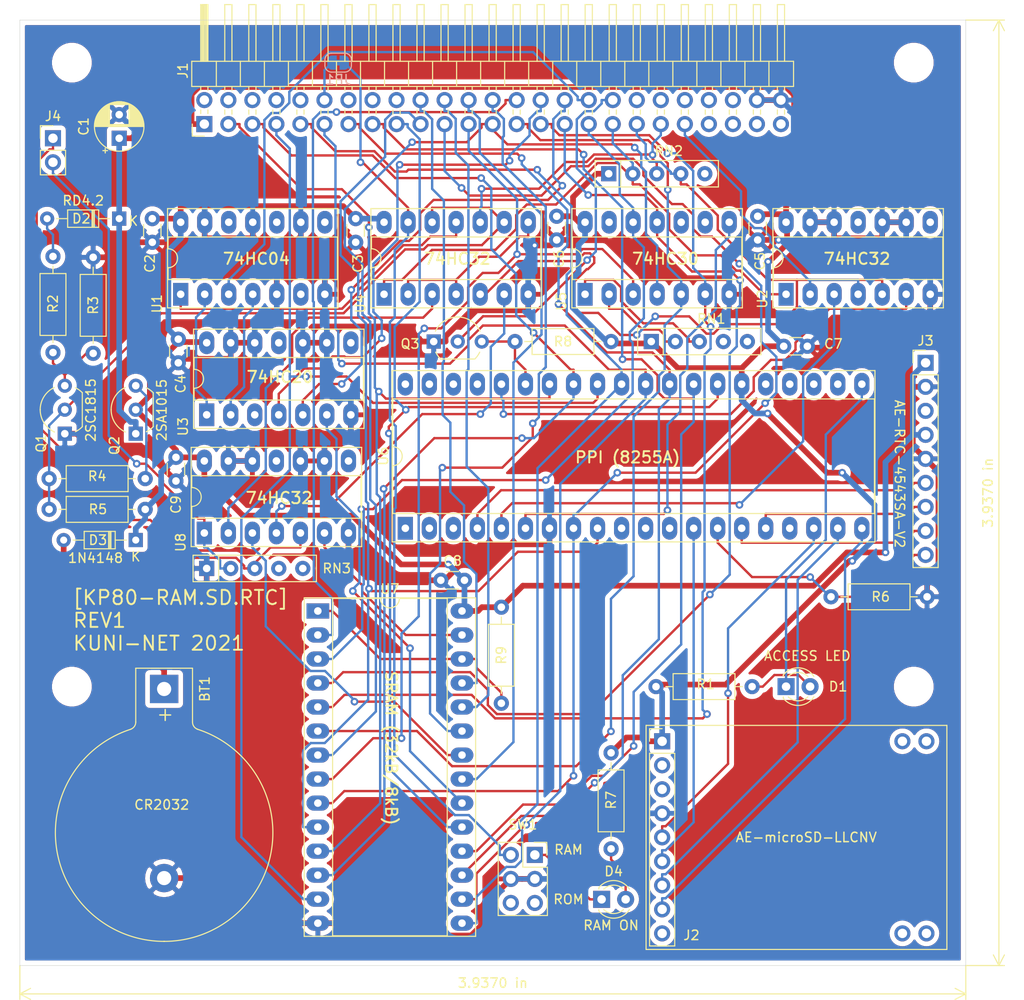
<source format=kicad_pcb>
(kicad_pcb (version 20171130) (host pcbnew "(5.1.4-0-10_14)")
  (layers (0 F.Cu signal) (31 B.Cu signal) (34 B.Paste user) (35 F.Paste user) (36 B.SilkS user) (37 F.SilkS user) (38 B.Mask user) (39 F.Mask user) (44 Edge.Cuts user))
  (net 0 "")
  (net 1 "Net-(BT1-Pad1)")
  (net 2 GND)
  (net 3 VCC)
  (net 4 +5V)
  (net 5 "Net-(D1-Pad2)")
  (net 6 "Net-(D1-Pad1)")
  (net 7 "Net-(D2-Pad2)")
  (net 8 "Net-(D4-Pad2)")
  (net 9 "Net-(D4-Pad1)")
  (net 10 /~IOREQ)
  (net 11 /~MREQ)
  (net 12 /~WR)
  (net 13 /~RESET)
  (net 14 /~RD)
  (net 15 /A15)
  (net 16 /A7)
  (net 17 /A14)
  (net 18 /A6)
  (net 19 /A13)
  (net 20 /A5)
  (net 21 /A12)
  (net 22 /A4)
  (net 23 /A11)
  (net 24 /A3)
  (net 25 /A10)
  (net 26 /A2)
  (net 27 /A9)
  (net 28 /A1)
  (net 29 /A8)
  (net 30 /A0)
  (net 31 /D7)
  (net 32 /D6)
  (net 33 /D5)
  (net 34 /~ROMDS3)
  (net 35 /D4)
  (net 36 /D3)
  (net 37 /D2)
  (net 38 /D1)
  (net 39 /D0)
  (net 40 /SDCS)
  (net 41 /CMD)
  (net 42 /SDDAT)
  (net 43 /SDCLK)
  (net 44 /RTC_CE)
  (net 45 /RTC_WR)
  (net 46 /RTC_CLK)
  (net 47 /RTC_DIN)
  (net 48 "Net-(Q1-Pad3)")
  (net 49 /~VCC_ON)
  (net 50 "Net-(Q2-Pad3)")
  (net 51 "Net-(Q3-Pad3)")
  (net 52 /CS2)
  (net 53 "Net-(RN1-Pad3)")
  (net 54 "Net-(RN1-Pad2)")
  (net 55 "Net-(U1-Pad4)")
  (net 56 "Net-(U1-Pad2)")
  (net 57 "Net-(U1-Pad1)")
  (net 58 /~IOWR)
  (net 59 /~IORD)
  (net 60 /~CS1)
  (net 61 /~MWR)
  (net 62 "Net-(U4-Pad2)")
  (net 63 /~MRD)
  (net 64 "Net-(U5-Pad8)")
  (net 65 /E2#D0)
  (net 66 /E2#D4)
  (net 67 "Net-(U4-Pad6)")
  (net 68 "Net-(U4-Pad3)")
  (net 69 "Net-(JP1-Pad2)")
  (module Jumper:SolderJumper-2_P1.3mm_Bridged_RoundedPad1.0x1.5mm (layer B.Cu) (at 134.65 64.5)
    (fp_text reference JP1 (at 0 1.8) (layer B.SilkS) (effects (justify mirror)))
    (fp_text value ROM_JP)
    (fp_poly (pts (xy 0.25 0.3) (xy -0.25 0.3) (xy -0.25 -0.3) (xy 0.25 -0.3)) (layer B.Cu) (width 0))
    (pad 1 smd custom (at -0.65 0) (size 1 0.5) (layers B.Cu B.Mask) (net 34 /~ROMDS3) (options (clearance outline) (anchor rect)) (primitives (gr_circle (center 0 -0.25) (end 0.5 -0.25) (width 0)) (gr_circle (center 0 0.25) (end 0.5 0.25) (width 0)) (gr_poly (pts (xy 0 0.75) (xy 0.5 0.75) (xy 0.5 -0.75) (xy 0 -0.75)) (width 0))))
    (pad 2 smd custom (at 0.65 0) (size 1 0.5) (layers B.Cu B.Mask) (net 69 "Net-(JP1-Pad2)") (options (clearance outline) (anchor rect)) (primitives (gr_circle (center 0 -0.25) (end 0.5 -0.25) (width 0)) (gr_circle (center 0 0.25) (end 0.5 0.25) (width 0)) (gr_poly (pts (xy 0 0.75) (xy -0.5 0.75) (xy -0.5 -0.75) (xy 0 -0.75)) (width 0))))
  )
  (module AE:AE-microSD-LLCNV (layer F.Cu) (at 168.9 156.6 180)
    (fp_text reference J2 (at -3.1 -0.2) (layer F.SilkS))
    (fp_text value AE-microSD-LLCNV)
    (fp_text user AE-microSD-LLCNV (at -15.24 10.16) (layer F.SilkS))
    (pad "" thru_hole oval (at -25.4 20.32 180) (size 1.7 1.7) (drill 1) (layers *.Cu *.Mask))
    (pad "" thru_hole oval (at -27.94 20.32 180) (size 1.7 1.7) (drill 1) (layers *.Cu *.Mask))
    (pad "" thru_hole oval (at -25.4 0 180) (size 1.7 1.7) (drill 1) (layers *.Cu *.Mask))
    (pad "" thru_hole oval (at -27.94 0 180) (size 1.7 1.7) (drill 1) (layers *.Cu *.Mask))
    (pad 9 thru_hole oval (at 0 0) (size 1.7 1.7) (drill 1) (layers *.Cu *.Mask))
    (pad 8 thru_hole oval (at 0 2.54) (size 1.7 1.7) (drill 1) (layers *.Cu *.Mask) (net 40 /SDCS))
    (pad 7 thru_hole oval (at 0 5.08) (size 1.7 1.7) (drill 1) (layers *.Cu *.Mask) (net 41 /CMD))
    (pad 6 thru_hole oval (at 0 7.62) (size 1.7 1.7) (drill 1) (layers *.Cu *.Mask) (net 42 /SDDAT))
    (pad 5 thru_hole oval (at 0 10.16) (size 1.7 1.7) (drill 1) (layers *.Cu *.Mask) (net 43 /SDCLK))
    (pad 4 thru_hole oval (at 0 12.7) (size 1.7 1.7) (drill 1) (layers *.Cu *.Mask) (net 2 GND))
    (pad 3 thru_hole oval (at 0 15.24) (size 1.7 1.7) (drill 1) (layers *.Cu *.Mask))
    (pad 2 thru_hole oval (at 0 17.78) (size 1.7 1.7) (drill 1) (layers *.Cu *.Mask))
    (pad 1 thru_hole rect (at 0 20.32) (size 1.7 1.7) (drill 1) (layers *.Cu *.Mask) (net 3 VCC))
  )
  (module Package_DIP:DIP-14_W7.62mm_Socket_LongPads (layer F.Cu) (at 120.5 114.25 90)
    (fp_text reference U8 (at -1 -2.5 90) (layer F.SilkS))
    (fp_text value 74HC32)
    (pad 14 thru_hole oval (at 7.62 0 90) (size 2.4 1.6) (drill 0.8) (layers *.Cu *.Mask) (net 4 +5V))
    (pad 7 thru_hole oval (at 0 15.24 90) (size 2.4 1.6) (drill 0.8) (layers *.Cu *.Mask) (net 2 GND))
    (pad 13 thru_hole oval (at 7.62 2.54 90) (size 2.4 1.6) (drill 0.8) (layers *.Cu *.Mask) (net 2 GND))
    (pad 6 thru_hole oval (at 0 12.7 90) (size 2.4 1.6) (drill 0.8) (layers *.Cu *.Mask) (net 61 /~MWR))
    (pad 12 thru_hole oval (at 7.62 5.08 90) (size 2.4 1.6) (drill 0.8) (layers *.Cu *.Mask) (net 2 GND))
    (pad 5 thru_hole oval (at 0 10.16 90) (size 2.4 1.6) (drill 0.8) (layers *.Cu *.Mask) (net 66 /E2#D4))
    (pad 11 thru_hole oval (at 7.62 7.62 90) (size 2.4 1.6) (drill 0.8) (layers *.Cu *.Mask))
    (pad 4 thru_hole oval (at 0 7.62 90) (size 2.4 1.6) (drill 0.8) (layers *.Cu *.Mask) (net 67 "Net-(U4-Pad6)"))
    (pad 10 thru_hole oval (at 7.62 10.16 90) (size 2.4 1.6) (drill 0.8) (layers *.Cu *.Mask) (net 2 GND))
    (pad 3 thru_hole oval (at 0 5.08 90) (size 2.4 1.6) (drill 0.8) (layers *.Cu *.Mask) (net 63 /~MRD))
    (pad 9 thru_hole oval (at 7.62 12.7 90) (size 2.4 1.6) (drill 0.8) (layers *.Cu *.Mask) (net 2 GND))
    (pad 2 thru_hole oval (at 0 2.54 90) (size 2.4 1.6) (drill 0.8) (layers *.Cu *.Mask) (net 68 "Net-(U4-Pad3)"))
    (pad 8 thru_hole oval (at 7.62 15.24 90) (size 2.4 1.6) (drill 0.8) (layers *.Cu *.Mask))
    (pad 1 thru_hole rect (at 0 0 90) (size 2.4 1.6) (drill 0.8) (layers *.Cu *.Mask) (net 65 /E2#D0))
  )
  (module Resistor_THT:R_Array_SIP5 (layer F.Cu) (at 120.75 118)
    (fp_text reference RN3 (at 13.75 0) (layer F.SilkS))
    (fp_text value 10k)
    (pad 5 thru_hole oval (at 10.16 0) (size 1.6 1.6) (drill 0.8) (layers *.Cu *.Mask))
    (pad 4 thru_hole oval (at 7.62 0) (size 1.6 1.6) (drill 0.8) (layers *.Cu *.Mask))
    (pad 3 thru_hole oval (at 5.08 0) (size 1.6 1.6) (drill 0.8) (layers *.Cu *.Mask) (net 66 /E2#D4))
    (pad 2 thru_hole oval (at 2.54 0) (size 1.6 1.6) (drill 0.8) (layers *.Cu *.Mask) (net 65 /E2#D0))
    (pad 1 thru_hole rect (at 0 0) (size 1.6 1.6) (drill 0.8) (layers *.Cu *.Mask) (net 2 GND))
  )
  (module Connector_PinHeader_2.54mm:PinHeader_1x02_P2.54mm_Vertical (layer F.Cu) (at 104.5 72.5)
    (fp_text reference J4 (at 0 -2.33) (layer F.SilkS))
    (fp_text value "128k MEM CTL")
    (pad 2 thru_hole oval (at 0 2.54) (size 1.7 1.7) (drill 1) (layers *.Cu *.Mask) (net 65 /E2#D0))
    (pad 1 thru_hole rect (at 0 0) (size 1.7 1.7) (drill 1) (layers *.Cu *.Mask) (net 66 /E2#D4))
  )
  (module Capacitor_THT:C_Disc_D3.0mm_W1.6mm_P2.50mm (layer F.Cu) (at 117.5 108.75 90)
    (fp_text reference C9 (at -2.5 0 90) (layer F.SilkS))
    (fp_text value 0.1u)
    (pad 2 thru_hole circle (at 2.5 0 90) (size 1.6 1.6) (drill 0.8) (layers *.Cu *.Mask) (net 4 +5V))
    (pad 1 thru_hole circle (at 0 0 90) (size 1.6 1.6) (drill 0.8) (layers *.Cu *.Mask) (net 2 GND))
  )
  (module Package_DIP:DIP-28_W15.24mm_Socket_LongPads (layer F.Cu) (at 132.5 122.5)
    (fp_text reference U7 (at 7.62 -2.33) (layer F.SilkS))
    (fp_text value 256kRAM)
    (pad 28 thru_hole oval (at 15.24 0) (size 2.4 1.6) (drill 0.8) (layers *.Cu *.Mask) (net 4 +5V))
    (pad 14 thru_hole oval (at 0 33.02) (size 2.4 1.6) (drill 0.8) (layers *.Cu *.Mask) (net 2 GND))
    (pad 27 thru_hole oval (at 15.24 2.54) (size 2.4 1.6) (drill 0.8) (layers *.Cu *.Mask) (net 61 /~MWR))
    (pad 13 thru_hole oval (at 0 30.48) (size 2.4 1.6) (drill 0.8) (layers *.Cu *.Mask) (net 37 /D2))
    (pad 26 thru_hole oval (at 15.24 5.08) (size 2.4 1.6) (drill 0.8) (layers *.Cu *.Mask) (net 52 /CS2))
    (pad 12 thru_hole oval (at 0 27.94) (size 2.4 1.6) (drill 0.8) (layers *.Cu *.Mask) (net 38 /D1))
    (pad 25 thru_hole oval (at 15.24 7.62) (size 2.4 1.6) (drill 0.8) (layers *.Cu *.Mask) (net 29 /A8))
    (pad 11 thru_hole oval (at 0 25.4) (size 2.4 1.6) (drill 0.8) (layers *.Cu *.Mask) (net 39 /D0))
    (pad 24 thru_hole oval (at 15.24 10.16) (size 2.4 1.6) (drill 0.8) (layers *.Cu *.Mask) (net 27 /A9))
    (pad 10 thru_hole oval (at 0 22.86) (size 2.4 1.6) (drill 0.8) (layers *.Cu *.Mask) (net 30 /A0))
    (pad 23 thru_hole oval (at 15.24 12.7) (size 2.4 1.6) (drill 0.8) (layers *.Cu *.Mask) (net 23 /A11))
    (pad 9 thru_hole oval (at 0 20.32) (size 2.4 1.6) (drill 0.8) (layers *.Cu *.Mask) (net 28 /A1))
    (pad 22 thru_hole oval (at 15.24 15.24) (size 2.4 1.6) (drill 0.8) (layers *.Cu *.Mask) (net 63 /~MRD))
    (pad 8 thru_hole oval (at 0 17.78) (size 2.4 1.6) (drill 0.8) (layers *.Cu *.Mask) (net 26 /A2))
    (pad 21 thru_hole oval (at 15.24 17.78) (size 2.4 1.6) (drill 0.8) (layers *.Cu *.Mask) (net 25 /A10))
    (pad 7 thru_hole oval (at 0 15.24) (size 2.4 1.6) (drill 0.8) (layers *.Cu *.Mask) (net 24 /A3))
    (pad 20 thru_hole oval (at 15.24 20.32) (size 2.4 1.6) (drill 0.8) (layers *.Cu *.Mask) (net 60 /~CS1))
    (pad 6 thru_hole oval (at 0 12.7) (size 2.4 1.6) (drill 0.8) (layers *.Cu *.Mask) (net 22 /A4))
    (pad 19 thru_hole oval (at 15.24 22.86) (size 2.4 1.6) (drill 0.8) (layers *.Cu *.Mask) (net 31 /D7))
    (pad 5 thru_hole oval (at 0 10.16) (size 2.4 1.6) (drill 0.8) (layers *.Cu *.Mask) (net 20 /A5))
    (pad 18 thru_hole oval (at 15.24 25.4) (size 2.4 1.6) (drill 0.8) (layers *.Cu *.Mask) (net 32 /D6))
    (pad 4 thru_hole oval (at 0 7.62) (size 2.4 1.6) (drill 0.8) (layers *.Cu *.Mask) (net 18 /A6))
    (pad 17 thru_hole oval (at 15.24 27.94) (size 2.4 1.6) (drill 0.8) (layers *.Cu *.Mask) (net 33 /D5))
    (pad 3 thru_hole oval (at 0 5.08) (size 2.4 1.6) (drill 0.8) (layers *.Cu *.Mask) (net 16 /A7))
    (pad 16 thru_hole oval (at 15.24 30.48) (size 2.4 1.6) (drill 0.8) (layers *.Cu *.Mask) (net 35 /D4))
    (pad 2 thru_hole oval (at 0 2.54) (size 2.4 1.6) (drill 0.8) (layers *.Cu *.Mask) (net 21 /A12))
    (pad 15 thru_hole oval (at 15.24 33.02) (size 2.4 1.6) (drill 0.8) (layers *.Cu *.Mask) (net 36 /D3))
    (pad 1 thru_hole rect (at 0 0) (size 2.4 1.6) (drill 0.8) (layers *.Cu *.Mask) (net 52 /CS2))
  )
  (module Package_DIP:DIP-14_W7.62mm_Socket_LongPads (layer F.Cu) (at 120.75 101.75 90)
    (fp_text reference U3 (at -1.25 -2.5 90) (layer F.SilkS))
    (fp_text value 74HC20)
    (pad 14 thru_hole oval (at 7.62 0 90) (size 2.4 1.6) (drill 0.8) (layers *.Cu *.Mask) (net 4 +5V))
    (pad 7 thru_hole oval (at 0 15.24 90) (size 2.4 1.6) (drill 0.8) (layers *.Cu *.Mask) (net 2 GND))
    (pad 13 thru_hole oval (at 7.62 2.54 90) (size 2.4 1.6) (drill 0.8) (layers *.Cu *.Mask) (net 2 GND))
    (pad 6 thru_hole oval (at 0 12.7 90) (size 2.4 1.6) (drill 0.8) (layers *.Cu *.Mask) (net 60 /~CS1))
    (pad 12 thru_hole oval (at 7.62 5.08 90) (size 2.4 1.6) (drill 0.8) (layers *.Cu *.Mask) (net 2 GND))
    (pad 5 thru_hole oval (at 0 10.16 90) (size 2.4 1.6) (drill 0.8) (layers *.Cu *.Mask) (net 17 /A14))
    (pad 11 thru_hole oval (at 7.62 7.62 90) (size 2.4 1.6) (drill 0.8) (layers *.Cu *.Mask))
    (pad 4 thru_hole oval (at 0 7.62 90) (size 2.4 1.6) (drill 0.8) (layers *.Cu *.Mask) (net 19 /A13))
    (pad 10 thru_hole oval (at 7.62 10.16 90) (size 2.4 1.6) (drill 0.8) (layers *.Cu *.Mask) (net 2 GND))
    (pad 3 thru_hole oval (at 0 5.08 90) (size 2.4 1.6) (drill 0.8) (layers *.Cu *.Mask))
    (pad 9 thru_hole oval (at 7.62 12.7 90) (size 2.4 1.6) (drill 0.8) (layers *.Cu *.Mask) (net 2 GND))
    (pad 2 thru_hole oval (at 0 2.54 90) (size 2.4 1.6) (drill 0.8) (layers *.Cu *.Mask) (net 55 "Net-(U1-Pad4)"))
    (pad 8 thru_hole oval (at 7.62 15.24 90) (size 2.4 1.6) (drill 0.8) (layers *.Cu *.Mask))
    (pad 1 thru_hole rect (at 0 0 90) (size 2.4 1.6) (drill 0.8) (layers *.Cu *.Mask) (net 56 "Net-(U1-Pad2)"))
  )
  (module Package_TO_SOT_THT:TO-92_Inline_Wide (layer F.Cu) (at 144.75 94)
    (fp_text reference Q3 (at -2.5 0.25) (layer F.SilkS))
    (fp_text value 2N7000)
    (pad 1 thru_hole rect (at 0 0 90) (size 1.5 1.5) (drill 0.8) (layers *.Cu *.Mask) (net 2 GND))
    (pad 3 thru_hole circle (at 5.08 0 90) (size 1.5 1.5) (drill 0.8) (layers *.Cu *.Mask) (net 51 "Net-(Q3-Pad3)"))
    (pad 2 thru_hole circle (at 2.54 0 90) (size 1.5 1.5) (drill 0.8) (layers *.Cu *.Mask) (net 13 /~RESET))
  )
  (module Package_TO_SOT_THT:TO-92_Inline_Wide (layer F.Cu) (at 113.25 103.75 90)
    (fp_text reference Q2 (at -1.25 -2.25 90) (layer F.SilkS))
    (fp_text value 2SA1015)
    (pad 1 thru_hole rect (at 0 0 180) (size 1.5 1.5) (drill 0.8) (layers *.Cu *.Mask) (net 3 VCC))
    (pad 3 thru_hole circle (at 5.08 0 180) (size 1.5 1.5) (drill 0.8) (layers *.Cu *.Mask) (net 50 "Net-(Q2-Pad3)"))
    (pad 2 thru_hole circle (at 2.54 0 180) (size 1.5 1.5) (drill 0.8) (layers *.Cu *.Mask) (net 4 +5V))
  )
  (module Package_TO_SOT_THT:TO-92_Inline_Wide (layer F.Cu) (at 105.75 103.75 90)
    (fp_text reference Q1 (at -1 -2.5 90) (layer F.SilkS))
    (fp_text value 2SC1815)
    (pad 1 thru_hole rect (at 0 0 180) (size 1.5 1.5) (drill 0.8) (layers *.Cu *.Mask) (net 2 GND))
    (pad 3 thru_hole circle (at 5.08 0 180) (size 1.5 1.5) (drill 0.8) (layers *.Cu *.Mask) (net 48 "Net-(Q1-Pad3)"))
    (pad 2 thru_hole circle (at 2.54 0 180) (size 1.5 1.5) (drill 0.8) (layers *.Cu *.Mask) (net 49 /~VCC_ON))
  )
  (module Package_DIP:DIP-40_W15.24mm_Socket_LongPads (layer F.Cu) (at 141.75 113.75 90)
    (fp_text reference U6 (at 7.62 -2.33 90) (layer F.SilkS))
    (fp_text value 8255A)
    (pad 40 thru_hole oval (at 15.24 0 90) (size 2.4 1.6) (drill 0.8) (layers *.Cu *.Mask))
    (pad 20 thru_hole oval (at 0 48.26 90) (size 2.4 1.6) (drill 0.8) (layers *.Cu *.Mask) (net 40 /SDCS))
    (pad 39 thru_hole oval (at 15.24 2.54 90) (size 2.4 1.6) (drill 0.8) (layers *.Cu *.Mask))
    (pad 19 thru_hole oval (at 0 45.72 90) (size 2.4 1.6) (drill 0.8) (layers *.Cu *.Mask) (net 41 /CMD))
    (pad 38 thru_hole oval (at 15.24 5.08 90) (size 2.4 1.6) (drill 0.8) (layers *.Cu *.Mask))
    (pad 18 thru_hole oval (at 0 43.18 90) (size 2.4 1.6) (drill 0.8) (layers *.Cu *.Mask) (net 43 /SDCLK))
    (pad 37 thru_hole oval (at 15.24 7.62 90) (size 2.4 1.6) (drill 0.8) (layers *.Cu *.Mask))
    (pad 17 thru_hole oval (at 0 40.64 90) (size 2.4 1.6) (drill 0.8) (layers *.Cu *.Mask))
    (pad 36 thru_hole oval (at 15.24 10.16 90) (size 2.4 1.6) (drill 0.8) (layers *.Cu *.Mask) (net 58 /~IOWR))
    (pad 16 thru_hole oval (at 0 38.1 90) (size 2.4 1.6) (drill 0.8) (layers *.Cu *.Mask) (net 46 /RTC_CLK))
    (pad 35 thru_hole oval (at 15.24 12.7 90) (size 2.4 1.6) (drill 0.8) (layers *.Cu *.Mask) (net 51 "Net-(Q3-Pad3)"))
    (pad 15 thru_hole oval (at 0 35.56 90) (size 2.4 1.6) (drill 0.8) (layers *.Cu *.Mask) (net 45 /RTC_WR))
    (pad 34 thru_hole oval (at 15.24 15.24 90) (size 2.4 1.6) (drill 0.8) (layers *.Cu *.Mask) (net 39 /D0))
    (pad 14 thru_hole oval (at 0 33.02 90) (size 2.4 1.6) (drill 0.8) (layers *.Cu *.Mask) (net 44 /RTC_CE))
    (pad 33 thru_hole oval (at 15.24 17.78 90) (size 2.4 1.6) (drill 0.8) (layers *.Cu *.Mask) (net 38 /D1))
    (pad 13 thru_hole oval (at 0 30.48 90) (size 2.4 1.6) (drill 0.8) (layers *.Cu *.Mask) (net 42 /SDDAT))
    (pad 32 thru_hole oval (at 15.24 20.32 90) (size 2.4 1.6) (drill 0.8) (layers *.Cu *.Mask) (net 37 /D2))
    (pad 12 thru_hole oval (at 0 27.94 90) (size 2.4 1.6) (drill 0.8) (layers *.Cu *.Mask))
    (pad 31 thru_hole oval (at 15.24 22.86 90) (size 2.4 1.6) (drill 0.8) (layers *.Cu *.Mask) (net 36 /D3))
    (pad 11 thru_hole oval (at 0 25.4 90) (size 2.4 1.6) (drill 0.8) (layers *.Cu *.Mask))
    (pad 30 thru_hole oval (at 15.24 25.4 90) (size 2.4 1.6) (drill 0.8) (layers *.Cu *.Mask) (net 35 /D4))
    (pad 10 thru_hole oval (at 0 22.86 90) (size 2.4 1.6) (drill 0.8) (layers *.Cu *.Mask))
    (pad 29 thru_hole oval (at 15.24 27.94 90) (size 2.4 1.6) (drill 0.8) (layers *.Cu *.Mask) (net 33 /D5))
    (pad 9 thru_hole oval (at 0 20.32 90) (size 2.4 1.6) (drill 0.8) (layers *.Cu *.Mask) (net 30 /A0))
    (pad 28 thru_hole oval (at 15.24 30.48 90) (size 2.4 1.6) (drill 0.8) (layers *.Cu *.Mask) (net 32 /D6))
    (pad 8 thru_hole oval (at 0 17.78 90) (size 2.4 1.6) (drill 0.8) (layers *.Cu *.Mask) (net 28 /A1))
    (pad 27 thru_hole oval (at 15.24 33.02 90) (size 2.4 1.6) (drill 0.8) (layers *.Cu *.Mask) (net 31 /D7))
    (pad 7 thru_hole oval (at 0 15.24 90) (size 2.4 1.6) (drill 0.8) (layers *.Cu *.Mask) (net 2 GND))
    (pad 26 thru_hole oval (at 15.24 35.56 90) (size 2.4 1.6) (drill 0.8) (layers *.Cu *.Mask) (net 3 VCC))
    (pad 6 thru_hole oval (at 0 12.7 90) (size 2.4 1.6) (drill 0.8) (layers *.Cu *.Mask) (net 64 "Net-(U5-Pad8)"))
    (pad 25 thru_hole oval (at 15.24 38.1 90) (size 2.4 1.6) (drill 0.8) (layers *.Cu *.Mask))
    (pad 5 thru_hole oval (at 0 10.16 90) (size 2.4 1.6) (drill 0.8) (layers *.Cu *.Mask) (net 59 /~IORD))
    (pad 24 thru_hole oval (at 15.24 40.64 90) (size 2.4 1.6) (drill 0.8) (layers *.Cu *.Mask))
    (pad 4 thru_hole oval (at 0 7.62 90) (size 2.4 1.6) (drill 0.8) (layers *.Cu *.Mask) (net 47 /RTC_DIN))
    (pad 23 thru_hole oval (at 15.24 43.18 90) (size 2.4 1.6) (drill 0.8) (layers *.Cu *.Mask))
    (pad 3 thru_hole oval (at 0 5.08 90) (size 2.4 1.6) (drill 0.8) (layers *.Cu *.Mask))
    (pad 22 thru_hole oval (at 15.24 45.72 90) (size 2.4 1.6) (drill 0.8) (layers *.Cu *.Mask))
    (pad 2 thru_hole oval (at 0 2.54 90) (size 2.4 1.6) (drill 0.8) (layers *.Cu *.Mask))
    (pad 21 thru_hole oval (at 15.24 48.26 90) (size 2.4 1.6) (drill 0.8) (layers *.Cu *.Mask) (net 6 "Net-(D1-Pad1)"))
    (pad 1 thru_hole rect (at 0 0 90) (size 2.4 1.6) (drill 0.8) (layers *.Cu *.Mask))
  )
  (module Package_DIP:DIP-14_W7.62mm_Socket_LongPads (layer F.Cu) (at 160.75 89 90)
    (fp_text reference U5 (at -0.75 -2.5 90) (layer F.SilkS))
    (fp_text value 74HC30)
    (pad 14 thru_hole oval (at 7.62 0 90) (size 2.4 1.6) (drill 0.8) (layers *.Cu *.Mask) (net 3 VCC))
    (pad 7 thru_hole oval (at 0 15.24 90) (size 2.4 1.6) (drill 0.8) (layers *.Cu *.Mask) (net 2 GND))
    (pad 13 thru_hole oval (at 7.62 2.54 90) (size 2.4 1.6) (drill 0.8) (layers *.Cu *.Mask))
    (pad 6 thru_hole oval (at 0 12.7 90) (size 2.4 1.6) (drill 0.8) (layers *.Cu *.Mask) (net 20 /A5))
    (pad 12 thru_hole oval (at 7.62 5.08 90) (size 2.4 1.6) (drill 0.8) (layers *.Cu *.Mask) (net 16 /A7))
    (pad 5 thru_hole oval (at 0 10.16 90) (size 2.4 1.6) (drill 0.8) (layers *.Cu *.Mask) (net 22 /A4))
    (pad 11 thru_hole oval (at 7.62 7.62 90) (size 2.4 1.6) (drill 0.8) (layers *.Cu *.Mask) (net 18 /A6))
    (pad 4 thru_hole oval (at 0 7.62 90) (size 2.4 1.6) (drill 0.8) (layers *.Cu *.Mask) (net 24 /A3))
    (pad 10 thru_hole oval (at 7.62 10.16 90) (size 2.4 1.6) (drill 0.8) (layers *.Cu *.Mask))
    (pad 3 thru_hole oval (at 0 5.08 90) (size 2.4 1.6) (drill 0.8) (layers *.Cu *.Mask) (net 26 /A2))
    (pad 9 thru_hole oval (at 7.62 12.7 90) (size 2.4 1.6) (drill 0.8) (layers *.Cu *.Mask))
    (pad 2 thru_hole oval (at 0 2.54 90) (size 2.4 1.6) (drill 0.8) (layers *.Cu *.Mask) (net 54 "Net-(RN1-Pad2)"))
    (pad 8 thru_hole oval (at 7.62 15.24 90) (size 2.4 1.6) (drill 0.8) (layers *.Cu *.Mask) (net 64 "Net-(U5-Pad8)"))
    (pad 1 thru_hole rect (at 0 0 90) (size 2.4 1.6) (drill 0.8) (layers *.Cu *.Mask) (net 53 "Net-(RN1-Pad3)"))
  )
  (module Package_DIP:DIP-14_W7.62mm_Socket_LongPads (layer F.Cu) (at 139.5 89 90)
    (fp_text reference U4 (at -1 -2.5 90) (layer F.SilkS))
    (fp_text value 74HC32)
    (pad 14 thru_hole oval (at 7.62 0 90) (size 2.4 1.6) (drill 0.8) (layers *.Cu *.Mask) (net 4 +5V))
    (pad 7 thru_hole oval (at 0 15.24 90) (size 2.4 1.6) (drill 0.8) (layers *.Cu *.Mask) (net 2 GND))
    (pad 13 thru_hole oval (at 7.62 2.54 90) (size 2.4 1.6) (drill 0.8) (layers *.Cu *.Mask) (net 69 "Net-(JP1-Pad2)"))
    (pad 6 thru_hole oval (at 0 12.7 90) (size 2.4 1.6) (drill 0.8) (layers *.Cu *.Mask) (net 67 "Net-(U4-Pad6)"))
    (pad 12 thru_hole oval (at 7.62 5.08 90) (size 2.4 1.6) (drill 0.8) (layers *.Cu *.Mask) (net 49 /~VCC_ON))
    (pad 5 thru_hole oval (at 0 10.16 90) (size 2.4 1.6) (drill 0.8) (layers *.Cu *.Mask) (net 12 /~WR))
    (pad 11 thru_hole oval (at 7.62 7.62 90) (size 2.4 1.6) (drill 0.8) (layers *.Cu *.Mask) (net 57 "Net-(U1-Pad1)"))
    (pad 4 thru_hole oval (at 0 7.62 90) (size 2.4 1.6) (drill 0.8) (layers *.Cu *.Mask) (net 62 "Net-(U4-Pad2)"))
    (pad 10 thru_hole oval (at 7.62 10.16 90) (size 2.4 1.6) (drill 0.8) (layers *.Cu *.Mask) (net 11 /~MREQ))
    (pad 3 thru_hole oval (at 0 5.08 90) (size 2.4 1.6) (drill 0.8) (layers *.Cu *.Mask) (net 68 "Net-(U4-Pad3)"))
    (pad 9 thru_hole oval (at 7.62 12.7 90) (size 2.4 1.6) (drill 0.8) (layers *.Cu *.Mask) (net 49 /~VCC_ON))
    (pad 2 thru_hole oval (at 0 2.54 90) (size 2.4 1.6) (drill 0.8) (layers *.Cu *.Mask) (net 62 "Net-(U4-Pad2)"))
    (pad 8 thru_hole oval (at 7.62 15.24 90) (size 2.4 1.6) (drill 0.8) (layers *.Cu *.Mask) (net 62 "Net-(U4-Pad2)"))
    (pad 1 thru_hole rect (at 0 0 90) (size 2.4 1.6) (drill 0.8) (layers *.Cu *.Mask) (net 14 /~RD))
  )
  (module Package_DIP:DIP-14_W7.62mm_Socket_LongPads (layer F.Cu) (at 182 89 90)
    (fp_text reference U2 (at -0.5 -2.5 90) (layer F.SilkS))
    (fp_text value 74HC32)
    (pad 14 thru_hole oval (at 7.62 0 90) (size 2.4 1.6) (drill 0.8) (layers *.Cu *.Mask) (net 3 VCC))
    (pad 7 thru_hole oval (at 0 15.24 90) (size 2.4 1.6) (drill 0.8) (layers *.Cu *.Mask) (net 2 GND))
    (pad 13 thru_hole oval (at 7.62 2.54 90) (size 2.4 1.6) (drill 0.8) (layers *.Cu *.Mask) (net 2 GND))
    (pad 6 thru_hole oval (at 0 12.7 90) (size 2.4 1.6) (drill 0.8) (layers *.Cu *.Mask) (net 58 /~IOWR))
    (pad 12 thru_hole oval (at 7.62 5.08 90) (size 2.4 1.6) (drill 0.8) (layers *.Cu *.Mask) (net 2 GND))
    (pad 5 thru_hole oval (at 0 10.16 90) (size 2.4 1.6) (drill 0.8) (layers *.Cu *.Mask) (net 12 /~WR))
    (pad 11 thru_hole oval (at 7.62 7.62 90) (size 2.4 1.6) (drill 0.8) (layers *.Cu *.Mask))
    (pad 4 thru_hole oval (at 0 7.62 90) (size 2.4 1.6) (drill 0.8) (layers *.Cu *.Mask) (net 10 /~IOREQ))
    (pad 10 thru_hole oval (at 7.62 10.16 90) (size 2.4 1.6) (drill 0.8) (layers *.Cu *.Mask) (net 2 GND))
    (pad 3 thru_hole oval (at 0 5.08 90) (size 2.4 1.6) (drill 0.8) (layers *.Cu *.Mask) (net 59 /~IORD))
    (pad 9 thru_hole oval (at 7.62 12.7 90) (size 2.4 1.6) (drill 0.8) (layers *.Cu *.Mask) (net 2 GND))
    (pad 2 thru_hole oval (at 0 2.54 90) (size 2.4 1.6) (drill 0.8) (layers *.Cu *.Mask) (net 10 /~IOREQ))
    (pad 8 thru_hole oval (at 7.62 15.24 90) (size 2.4 1.6) (drill 0.8) (layers *.Cu *.Mask))
    (pad 1 thru_hole rect (at 0 0 90) (size 2.4 1.6) (drill 0.8) (layers *.Cu *.Mask) (net 14 /~RD))
  )
  (module Package_DIP:DIP-14_W7.62mm_Socket_LongPads (layer F.Cu) (at 118 89 90)
    (fp_text reference U1 (at -1 -2.5 90) (layer F.SilkS))
    (fp_text value 74HC04)
    (pad 14 thru_hole oval (at 7.62 0 90) (size 2.4 1.6) (drill 0.8) (layers *.Cu *.Mask) (net 4 +5V))
    (pad 7 thru_hole oval (at 0 15.24 90) (size 2.4 1.6) (drill 0.8) (layers *.Cu *.Mask) (net 2 GND))
    (pad 13 thru_hole oval (at 7.62 2.54 90) (size 2.4 1.6) (drill 0.8) (layers *.Cu *.Mask) (net 2 GND))
    (pad 6 thru_hole oval (at 0 12.7 90) (size 2.4 1.6) (drill 0.8) (layers *.Cu *.Mask))
    (pad 12 thru_hole oval (at 7.62 5.08 90) (size 2.4 1.6) (drill 0.8) (layers *.Cu *.Mask))
    (pad 5 thru_hole oval (at 0 10.16 90) (size 2.4 1.6) (drill 0.8) (layers *.Cu *.Mask) (net 2 GND))
    (pad 11 thru_hole oval (at 7.62 7.62 90) (size 2.4 1.6) (drill 0.8) (layers *.Cu *.Mask) (net 2 GND))
    (pad 4 thru_hole oval (at 0 7.62 90) (size 2.4 1.6) (drill 0.8) (layers *.Cu *.Mask) (net 55 "Net-(U1-Pad4)"))
    (pad 10 thru_hole oval (at 7.62 10.16 90) (size 2.4 1.6) (drill 0.8) (layers *.Cu *.Mask))
    (pad 3 thru_hole oval (at 0 5.08 90) (size 2.4 1.6) (drill 0.8) (layers *.Cu *.Mask) (net 15 /A15))
    (pad 9 thru_hole oval (at 7.62 12.7 90) (size 2.4 1.6) (drill 0.8) (layers *.Cu *.Mask) (net 2 GND))
    (pad 2 thru_hole oval (at 0 2.54 90) (size 2.4 1.6) (drill 0.8) (layers *.Cu *.Mask) (net 56 "Net-(U1-Pad2)"))
    (pad 8 thru_hole oval (at 7.62 15.24 90) (size 2.4 1.6) (drill 0.8) (layers *.Cu *.Mask))
    (pad 1 thru_hole rect (at 0 0 90) (size 2.4 1.6) (drill 0.8) (layers *.Cu *.Mask) (net 57 "Net-(U1-Pad1)"))
  )
  (module AE:SS-22SDP2 (layer F.Cu) (at 152.9 148.3)
    (fp_text reference SW1 (at 1.27 -3.2) (layer F.SilkS))
    (fp_text value "RAM SW")
    (pad 3 thru_hole oval (at 2.54 5.08) (size 1.7 1.7) (drill 1) (layers *.Cu *.Mask))
    (pad 6 thru_hole oval (at 0 5.08) (size 1.7 1.7) (drill 1) (layers *.Cu *.Mask))
    (pad 2 thru_hole oval (at 2.54 2.54) (size 1.7 1.7) (drill 1) (layers *.Cu *.Mask) (net 2 GND))
    (pad 5 thru_hole oval (at 0 2.54) (size 1.7 1.7) (drill 1) (layers *.Cu *.Mask) (net 2 GND))
    (pad 1 thru_hole rect (at 2.54 0) (size 1.7 1.7) (drill 1) (layers *.Cu *.Mask) (net 9 "Net-(D4-Pad1)"))
    (pad 4 thru_hole oval (at 0 0) (size 1.7 1.7) (drill 1) (layers *.Cu *.Mask) (net 69 "Net-(JP1-Pad2)"))
  )
  (module Resistor_THT:R_Array_SIP5 (layer F.Cu) (at 163.25 76.25)
    (fp_text reference RN2 (at 6.35 -2.4) (layer F.SilkS))
    (fp_text value 10k)
    (pad 5 thru_hole oval (at 10.16 0) (size 1.6 1.6) (drill 0.8) (layers *.Cu *.Mask))
    (pad 4 thru_hole oval (at 7.62 0) (size 1.6 1.6) (drill 0.8) (layers *.Cu *.Mask) (net 12 /~WR))
    (pad 3 thru_hole oval (at 5.08 0) (size 1.6 1.6) (drill 0.8) (layers *.Cu *.Mask) (net 11 /~MREQ))
    (pad 2 thru_hole oval (at 2.54 0) (size 1.6 1.6) (drill 0.8) (layers *.Cu *.Mask) (net 14 /~RD))
    (pad 1 thru_hole rect (at 0 0) (size 1.6 1.6) (drill 0.8) (layers *.Cu *.Mask) (net 3 VCC))
  )
  (module Resistor_THT:R_Array_SIP5 (layer F.Cu) (at 167.75 94)
    (fp_text reference RN1 (at 6.35 -2.4) (layer F.SilkS))
    (fp_text value 10k)
    (pad 5 thru_hole oval (at 10.16 0) (size 1.6 1.6) (drill 0.8) (layers *.Cu *.Mask))
    (pad 4 thru_hole oval (at 7.62 0) (size 1.6 1.6) (drill 0.8) (layers *.Cu *.Mask))
    (pad 3 thru_hole oval (at 5.08 0) (size 1.6 1.6) (drill 0.8) (layers *.Cu *.Mask) (net 53 "Net-(RN1-Pad3)"))
    (pad 2 thru_hole oval (at 2.54 0) (size 1.6 1.6) (drill 0.8) (layers *.Cu *.Mask) (net 54 "Net-(RN1-Pad2)"))
    (pad 1 thru_hole rect (at 0 0) (size 1.6 1.6) (drill 0.8) (layers *.Cu *.Mask) (net 3 VCC))
  )
  (module Resistor_THT:R_Axial_DIN0207_L6.3mm_D2.5mm_P10.16mm_Horizontal (layer F.Cu) (at 151.9 122.1 270)
    (fp_text reference R9 (at 5.08 0 90) (layer F.SilkS))
    (fp_text value 10k)
    (pad 2 thru_hole oval (at 10.16 0 270) (size 1.6 1.6) (drill 0.8) (layers *.Cu *.Mask) (net 52 /CS2))
    (pad 1 thru_hole circle (at 0 0 270) (size 1.6 1.6) (drill 0.8) (layers *.Cu *.Mask) (net 4 +5V))
  )
  (module Resistor_THT:R_Axial_DIN0207_L6.3mm_D2.5mm_P10.16mm_Horizontal (layer F.Cu) (at 163.5 94 180)
    (fp_text reference R8 (at 5.08 0) (layer F.SilkS))
    (fp_text value 1M)
    (pad 2 thru_hole oval (at 10.16 0 180) (size 1.6 1.6) (drill 0.8) (layers *.Cu *.Mask) (net 51 "Net-(Q3-Pad3)"))
    (pad 1 thru_hole circle (at 0 0 180) (size 1.6 1.6) (drill 0.8) (layers *.Cu *.Mask) (net 3 VCC))
  )
  (module Resistor_THT:R_Axial_DIN0207_L6.3mm_D2.5mm_P10.16mm_Horizontal (layer F.Cu) (at 163.5 137.5 270)
    (fp_text reference R7 (at 5 0 90) (layer F.SilkS))
    (fp_text value 1k)
    (pad 2 thru_hole oval (at 10.16 0 270) (size 1.6 1.6) (drill 0.8) (layers *.Cu *.Mask) (net 8 "Net-(D4-Pad2)"))
    (pad 1 thru_hole circle (at 0 0 270) (size 1.6 1.6) (drill 0.8) (layers *.Cu *.Mask) (net 3 VCC))
  )
  (module Resistor_THT:R_Axial_DIN0207_L6.3mm_D2.5mm_P10.16mm_Horizontal (layer F.Cu) (at 186.75 121)
    (fp_text reference R6 (at 5.25 0) (layer F.SilkS))
    (fp_text value 4.7k)
    (pad 2 thru_hole oval (at 10.16 0) (size 1.6 1.6) (drill 0.8) (layers *.Cu *.Mask) (net 2 GND))
    (pad 1 thru_hole circle (at 0 0) (size 1.6 1.6) (drill 0.8) (layers *.Cu *.Mask) (net 44 /RTC_CE))
  )
  (module Resistor_THT:R_Axial_DIN0207_L6.3mm_D2.5mm_P10.16mm_Horizontal (layer F.Cu) (at 114.25 111.75 180)
    (fp_text reference R5 (at 5 0) (layer F.SilkS))
    (fp_text value 22k)
    (pad 2 thru_hole oval (at 10.16 0 180) (size 1.6 1.6) (drill 0.8) (layers *.Cu *.Mask) (net 49 /~VCC_ON))
    (pad 1 thru_hole circle (at 0 0 180) (size 1.6 1.6) (drill 0.8) (layers *.Cu *.Mask) (net 4 +5V))
  )
  (module Resistor_THT:R_Axial_DIN0207_L6.3mm_D2.5mm_P10.16mm_Horizontal (layer F.Cu) (at 114.25 108.5 180)
    (fp_text reference R4 (at 5.08 0.25) (layer F.SilkS))
    (fp_text value 2.2k)
    (pad 2 thru_hole oval (at 10.16 0 180) (size 1.6 1.6) (drill 0.8) (layers *.Cu *.Mask) (net 49 /~VCC_ON))
    (pad 1 thru_hole circle (at 0 0 180) (size 1.6 1.6) (drill 0.8) (layers *.Cu *.Mask) (net 50 "Net-(Q2-Pad3)"))
  )
  (module Resistor_THT:R_Axial_DIN0207_L6.3mm_D2.5mm_P10.16mm_Horizontal (layer F.Cu) (at 108.75 95.25 90)
    (fp_text reference R3 (at 5.08 0 90) (layer F.SilkS))
    (fp_text value 1.2k)
    (pad 2 thru_hole oval (at 10.16 0 90) (size 1.6 1.6) (drill 0.8) (layers *.Cu *.Mask) (net 2 GND))
    (pad 1 thru_hole circle (at 0 0 90) (size 1.6 1.6) (drill 0.8) (layers *.Cu *.Mask) (net 48 "Net-(Q1-Pad3)"))
  )
  (module Resistor_THT:R_Axial_DIN0207_L6.3mm_D2.5mm_P10.16mm_Horizontal (layer F.Cu) (at 104.5 85 270)
    (fp_text reference R2 (at 5 0 90) (layer F.SilkS))
    (fp_text value 1k)
    (pad 2 thru_hole oval (at 10.16 0 270) (size 1.6 1.6) (drill 0.8) (layers *.Cu *.Mask) (net 48 "Net-(Q1-Pad3)"))
    (pad 1 thru_hole circle (at 0 0 270) (size 1.6 1.6) (drill 0.8) (layers *.Cu *.Mask) (net 7 "Net-(D2-Pad2)"))
  )
  (module Resistor_THT:R_Axial_DIN0207_L6.3mm_D2.5mm_P10.16mm_Horizontal (layer F.Cu) (at 168.25 130.5)
    (fp_text reference R1 (at 5.25 -0.25) (layer F.SilkS))
    (fp_text value 1k)
    (pad 2 thru_hole oval (at 10.16 0) (size 1.6 1.6) (drill 0.8) (layers *.Cu *.Mask) (net 5 "Net-(D1-Pad2)"))
    (pad 1 thru_hole circle (at 0 0) (size 1.6 1.6) (drill 0.8) (layers *.Cu *.Mask) (net 3 VCC))
  )
  (module MountingHole:MountingHole_3.2mm_M3 (layer F.Cu) (at 106.5 130.5)
    (fp_text reference MH4 hide)
    (fp_text value MountingHole)
    (pad 1 np_thru_hole circle (at 0 0) (size 3.2 3.2) (drill 3.2) (layers *.Cu *.Mask))
  )
  (module MountingHole:MountingHole_3.2mm_M3 (layer F.Cu) (at 195.5 130.5)
    (fp_text reference MH3 hide)
    (fp_text value MountingHole)
    (pad 1 np_thru_hole circle (at 0 0) (size 3.2 3.2) (drill 3.2) (layers *.Cu *.Mask))
  )
  (module MountingHole:MountingHole_3.2mm_M3 (layer F.Cu) (at 195.5 64.5)
    (fp_text reference MH2 hide)
    (fp_text value MountingHole)
    (pad 1 np_thru_hole circle (at 0 0) (size 3.2 3.2) (drill 3.2) (layers *.Cu *.Mask))
  )
  (module MountingHole:MountingHole_3.2mm_M3 (layer F.Cu) (at 106.5 64.5)
    (fp_text reference MH1 hide)
    (fp_text value MountingHole)
    (pad 1 np_thru_hole circle (at 0 0) (size 3.2 3.2) (drill 3.2) (layers *.Cu *.Mask))
  )
  (module Connector_PinHeader_2.54mm:PinHeader_1x09_P2.54mm_Vertical (layer F.Cu) (at 196.75 96.25)
    (fp_text reference J3 (at 0 -2.33) (layer F.SilkS))
    (fp_text value AE-RTC-4543SA-V2)
    (pad 9 thru_hole oval (at 0 20.32) (size 1.7 1.7) (drill 1) (layers *.Cu *.Mask) (net 44 /RTC_CE))
    (pad 8 thru_hole oval (at 0 17.78) (size 1.7 1.7) (drill 1) (layers *.Cu *.Mask) (net 45 /RTC_WR))
    (pad 7 thru_hole oval (at 0 15.24) (size 1.7 1.7) (drill 1) (layers *.Cu *.Mask) (net 46 /RTC_CLK))
    (pad 6 thru_hole oval (at 0 12.7) (size 1.7 1.7) (drill 1) (layers *.Cu *.Mask) (net 47 /RTC_DIN))
    (pad 5 thru_hole oval (at 0 10.16) (size 1.7 1.7) (drill 1) (layers *.Cu *.Mask) (net 2 GND))
    (pad 4 thru_hole oval (at 0 7.62) (size 1.7 1.7) (drill 1) (layers *.Cu *.Mask) (net 4 +5V))
    (pad 3 thru_hole oval (at 0 5.08) (size 1.7 1.7) (drill 1) (layers *.Cu *.Mask))
    (pad 2 thru_hole oval (at 0 2.54) (size 1.7 1.7) (drill 1) (layers *.Cu *.Mask) (net 2 GND))
    (pad 1 thru_hole rect (at 0 0) (size 1.7 1.7) (drill 1) (layers *.Cu *.Mask) (net 4 +5V))
  )
  (module Connector_PinHeader_2.54mm:PinHeader_2x25_P2.54mm_Horizontal (layer F.Cu) (at 120.5 71 90)
    (fp_text reference J1 (at 5.655 -2.27 90) (layer F.SilkS))
    (fp_text value "PC-8001 ext BUS")
    (pad 50 thru_hole oval (at 2.54 60.96 90) (size 1.7 1.7) (drill 1) (layers *.Cu *.Mask) (net 2 GND))
    (pad 49 thru_hole oval (at 0 60.96 90) (size 1.7 1.7) (drill 1) (layers *.Cu *.Mask))
    (pad 48 thru_hole oval (at 2.54 58.42 90) (size 1.7 1.7) (drill 1) (layers *.Cu *.Mask) (net 2 GND))
    (pad 47 thru_hole oval (at 0 58.42 90) (size 1.7 1.7) (drill 1) (layers *.Cu *.Mask))
    (pad 46 thru_hole oval (at 2.54 55.88 90) (size 1.7 1.7) (drill 1) (layers *.Cu *.Mask))
    (pad 45 thru_hole oval (at 0 55.88 90) (size 1.7 1.7) (drill 1) (layers *.Cu *.Mask))
    (pad 44 thru_hole oval (at 2.54 53.34 90) (size 1.7 1.7) (drill 1) (layers *.Cu *.Mask))
    (pad 43 thru_hole oval (at 0 53.34 90) (size 1.7 1.7) (drill 1) (layers *.Cu *.Mask))
    (pad 42 thru_hole oval (at 2.54 50.8 90) (size 1.7 1.7) (drill 1) (layers *.Cu *.Mask))
    (pad 41 thru_hole oval (at 0 50.8 90) (size 1.7 1.7) (drill 1) (layers *.Cu *.Mask) (net 10 /~IOREQ))
    (pad 40 thru_hole oval (at 2.54 48.26 90) (size 1.7 1.7) (drill 1) (layers *.Cu *.Mask))
    (pad 39 thru_hole oval (at 0 48.26 90) (size 1.7 1.7) (drill 1) (layers *.Cu *.Mask) (net 11 /~MREQ))
    (pad 38 thru_hole oval (at 2.54 45.72 90) (size 1.7 1.7) (drill 1) (layers *.Cu *.Mask))
    (pad 37 thru_hole oval (at 0 45.72 90) (size 1.7 1.7) (drill 1) (layers *.Cu *.Mask) (net 12 /~WR))
    (pad 36 thru_hole oval (at 2.54 43.18 90) (size 1.7 1.7) (drill 1) (layers *.Cu *.Mask) (net 13 /~RESET))
    (pad 35 thru_hole oval (at 0 43.18 90) (size 1.7 1.7) (drill 1) (layers *.Cu *.Mask) (net 14 /~RD))
    (pad 34 thru_hole oval (at 2.54 40.64 90) (size 1.7 1.7) (drill 1) (layers *.Cu *.Mask) (net 15 /A15))
    (pad 33 thru_hole oval (at 0 40.64 90) (size 1.7 1.7) (drill 1) (layers *.Cu *.Mask) (net 16 /A7))
    (pad 32 thru_hole oval (at 2.54 38.1 90) (size 1.7 1.7) (drill 1) (layers *.Cu *.Mask) (net 17 /A14))
    (pad 31 thru_hole oval (at 0 38.1 90) (size 1.7 1.7) (drill 1) (layers *.Cu *.Mask) (net 18 /A6))
    (pad 30 thru_hole oval (at 2.54 35.56 90) (size 1.7 1.7) (drill 1) (layers *.Cu *.Mask) (net 19 /A13))
    (pad 29 thru_hole oval (at 0 35.56 90) (size 1.7 1.7) (drill 1) (layers *.Cu *.Mask) (net 20 /A5))
    (pad 28 thru_hole oval (at 2.54 33.02 90) (size 1.7 1.7) (drill 1) (layers *.Cu *.Mask) (net 21 /A12))
    (pad 27 thru_hole oval (at 0 33.02 90) (size 1.7 1.7) (drill 1) (layers *.Cu *.Mask) (net 22 /A4))
    (pad 26 thru_hole oval (at 2.54 30.48 90) (size 1.7 1.7) (drill 1) (layers *.Cu *.Mask) (net 23 /A11))
    (pad 25 thru_hole oval (at 0 30.48 90) (size 1.7 1.7) (drill 1) (layers *.Cu *.Mask) (net 24 /A3))
    (pad 24 thru_hole oval (at 2.54 27.94 90) (size 1.7 1.7) (drill 1) (layers *.Cu *.Mask) (net 25 /A10))
    (pad 23 thru_hole oval (at 0 27.94 90) (size 1.7 1.7) (drill 1) (layers *.Cu *.Mask) (net 26 /A2))
    (pad 22 thru_hole oval (at 2.54 25.4 90) (size 1.7 1.7) (drill 1) (layers *.Cu *.Mask) (net 27 /A9))
    (pad 21 thru_hole oval (at 0 25.4 90) (size 1.7 1.7) (drill 1) (layers *.Cu *.Mask) (net 28 /A1))
    (pad 20 thru_hole oval (at 2.54 22.86 90) (size 1.7 1.7) (drill 1) (layers *.Cu *.Mask) (net 29 /A8))
    (pad 19 thru_hole oval (at 0 22.86 90) (size 1.7 1.7) (drill 1) (layers *.Cu *.Mask) (net 30 /A0))
    (pad 18 thru_hole oval (at 2.54 20.32 90) (size 1.7 1.7) (drill 1) (layers *.Cu *.Mask))
    (pad 17 thru_hole oval (at 0 20.32 90) (size 1.7 1.7) (drill 1) (layers *.Cu *.Mask) (net 31 /D7))
    (pad 16 thru_hole oval (at 2.54 17.78 90) (size 1.7 1.7) (drill 1) (layers *.Cu *.Mask))
    (pad 15 thru_hole oval (at 0 17.78 90) (size 1.7 1.7) (drill 1) (layers *.Cu *.Mask) (net 32 /D6))
    (pad 14 thru_hole oval (at 2.54 15.24 90) (size 1.7 1.7) (drill 1) (layers *.Cu *.Mask))
    (pad 13 thru_hole oval (at 0 15.24 90) (size 1.7 1.7) (drill 1) (layers *.Cu *.Mask) (net 33 /D5))
    (pad 12 thru_hole oval (at 2.54 12.7 90) (size 1.7 1.7) (drill 1) (layers *.Cu *.Mask) (net 34 /~ROMDS3))
    (pad 11 thru_hole oval (at 0 12.7 90) (size 1.7 1.7) (drill 1) (layers *.Cu *.Mask) (net 35 /D4))
    (pad 10 thru_hole oval (at 2.54 10.16 90) (size 1.7 1.7) (drill 1) (layers *.Cu *.Mask))
    (pad 9 thru_hole oval (at 0 10.16 90) (size 1.7 1.7) (drill 1) (layers *.Cu *.Mask) (net 36 /D3))
    (pad 8 thru_hole oval (at 2.54 7.62 90) (size 1.7 1.7) (drill 1) (layers *.Cu *.Mask))
    (pad 7 thru_hole oval (at 0 7.62 90) (size 1.7 1.7) (drill 1) (layers *.Cu *.Mask) (net 37 /D2))
    (pad 6 thru_hole oval (at 2.54 5.08 90) (size 1.7 1.7) (drill 1) (layers *.Cu *.Mask))
    (pad 5 thru_hole oval (at 0 5.08 90) (size 1.7 1.7) (drill 1) (layers *.Cu *.Mask) (net 38 /D1))
    (pad 4 thru_hole oval (at 2.54 2.54 90) (size 1.7 1.7) (drill 1) (layers *.Cu *.Mask))
    (pad 3 thru_hole oval (at 0 2.54 90) (size 1.7 1.7) (drill 1) (layers *.Cu *.Mask) (net 39 /D0))
    (pad 2 thru_hole oval (at 2.54 0 90) (size 1.7 1.7) (drill 1) (layers *.Cu *.Mask))
    (pad 1 thru_hole rect (at 0 0 90) (size 1.7 1.7) (drill 1) (layers *.Cu *.Mask) (net 3 VCC))
  )
  (module LED_THT:LED_D3.0mm (layer F.Cu) (at 162.5 153)
    (fp_text reference D4 (at 1.27 -2.96) (layer F.SilkS))
    (fp_text value "RAM ON")
    (pad 2 thru_hole circle (at 2.54 0) (size 1.8 1.8) (drill 0.9) (layers *.Cu *.Mask) (net 8 "Net-(D4-Pad2)"))
    (pad 1 thru_hole rect (at 0 0) (size 1.8 1.8) (drill 0.9) (layers *.Cu *.Mask) (net 9 "Net-(D4-Pad1)"))
  )
  (module Diode_THT:D_DO-34_SOD68_P7.62mm_Horizontal (layer F.Cu) (at 113.25 115 180)
    (fp_text reference D3 (at 4 0) (layer F.SilkS))
    (fp_text value 1N4148)
    (fp_text user K (at 0 -1.75) (layer F.SilkS))
    (pad 2 thru_hole oval (at 7.62 0 180) (size 1.5 1.5) (drill 0.75) (layers *.Cu *.Mask) (net 1 "Net-(BT1-Pad1)"))
    (pad 1 thru_hole rect (at 0 0 180) (size 1.5 1.5) (drill 0.75) (layers *.Cu *.Mask) (net 4 +5V))
  )
  (module Diode_THT:D_DO-34_SOD68_P7.62mm_Horizontal (layer F.Cu) (at 111.5 81 180)
    (fp_text reference D2 (at 4 0) (layer F.SilkS))
    (fp_text value RD4.2)
    (fp_text user K (at -1.5 -0.25) (layer F.SilkS))
    (pad 2 thru_hole oval (at 7.62 0 180) (size 1.5 1.5) (drill 0.75) (layers *.Cu *.Mask) (net 7 "Net-(D2-Pad2)"))
    (pad 1 thru_hole rect (at 0 0 180) (size 1.5 1.5) (drill 0.75) (layers *.Cu *.Mask) (net 3 VCC))
  )
  (module LED_THT:LED_D3.0mm (layer F.Cu) (at 182 130.5)
    (fp_text reference D1 (at 5.5 0) (layer F.SilkS))
    (fp_text value "ACCESS LED")
    (pad 2 thru_hole circle (at 2.54 0) (size 1.8 1.8) (drill 0.9) (layers *.Cu *.Mask) (net 5 "Net-(D1-Pad2)"))
    (pad 1 thru_hole rect (at 0 0) (size 1.8 1.8) (drill 0.9) (layers *.Cu *.Mask) (net 6 "Net-(D1-Pad1)"))
  )
  (module Capacitor_THT:C_Disc_D3.0mm_W1.6mm_P2.50mm (layer F.Cu) (at 145.5 119.25)
    (fp_text reference C8 (at 1.25 -2.05) (layer F.SilkS))
    (fp_text value 0.1u)
    (pad 2 thru_hole circle (at 2.5 0) (size 1.6 1.6) (drill 0.8) (layers *.Cu *.Mask) (net 4 +5V))
    (pad 1 thru_hole circle (at 0 0) (size 1.6 1.6) (drill 0.8) (layers *.Cu *.Mask) (net 2 GND))
  )
  (module Capacitor_THT:C_Disc_D3.0mm_W1.6mm_P2.50mm (layer F.Cu) (at 184.25 94.5 180)
    (fp_text reference C7 (at -2.75 0.25) (layer F.SilkS))
    (fp_text value 0.1u)
    (pad 2 thru_hole circle (at 2.5 0 180) (size 1.6 1.6) (drill 0.8) (layers *.Cu *.Mask) (net 3 VCC))
    (pad 1 thru_hole circle (at 0 0 180) (size 1.6 1.6) (drill 0.8) (layers *.Cu *.Mask) (net 2 GND))
  )
  (module Capacitor_THT:C_Disc_D3.0mm_W1.6mm_P2.50mm (layer F.Cu) (at 157.75 83.25 90)
    (fp_text reference C6 (at -2 0.25 90) (layer F.SilkS))
    (fp_text value 0.1u)
    (pad 2 thru_hole circle (at 2.5 0 90) (size 1.6 1.6) (drill 0.8) (layers *.Cu *.Mask) (net 3 VCC))
    (pad 1 thru_hole circle (at 0 0 90) (size 1.6 1.6) (drill 0.8) (layers *.Cu *.Mask) (net 2 GND))
  )
  (module Capacitor_THT:C_Disc_D3.0mm_W1.6mm_P2.50mm (layer F.Cu) (at 179 83.25 90)
    (fp_text reference C5 (at -2.25 0.25 90) (layer F.SilkS))
    (fp_text value 0.1u)
    (pad 2 thru_hole circle (at 2.5 0 90) (size 1.6 1.6) (drill 0.8) (layers *.Cu *.Mask) (net 3 VCC))
    (pad 1 thru_hole circle (at 0 0 90) (size 1.6 1.6) (drill 0.8) (layers *.Cu *.Mask) (net 2 GND))
  )
  (module Capacitor_THT:C_Disc_D3.0mm_W1.6mm_P2.50mm (layer F.Cu) (at 117.75 96.25 90)
    (fp_text reference C4 (at -2.25 0.25 90) (layer F.SilkS))
    (fp_text value 0.1u)
    (pad 2 thru_hole circle (at 2.5 0 90) (size 1.6 1.6) (drill 0.8) (layers *.Cu *.Mask) (net 4 +5V))
    (pad 1 thru_hole circle (at 0 0 90) (size 1.6 1.6) (drill 0.8) (layers *.Cu *.Mask) (net 2 GND))
  )
  (module Capacitor_THT:C_Disc_D3.0mm_W1.6mm_P2.50mm (layer F.Cu) (at 136.5 83.5 90)
    (fp_text reference C3 (at -2.25 0.25 90) (layer F.SilkS))
    (fp_text value 0.1u)
    (pad 2 thru_hole circle (at 2.5 0 90) (size 1.6 1.6) (drill 0.8) (layers *.Cu *.Mask) (net 4 +5V))
    (pad 1 thru_hole circle (at 0 0 90) (size 1.6 1.6) (drill 0.8) (layers *.Cu *.Mask) (net 2 GND))
  )
  (module Capacitor_THT:C_Disc_D3.0mm_W1.6mm_P2.50mm (layer F.Cu) (at 115 83.5 90)
    (fp_text reference C2 (at -2.25 -0.25 90) (layer F.SilkS))
    (fp_text value 0.1u)
    (pad 2 thru_hole circle (at 2.5 0 90) (size 1.6 1.6) (drill 0.8) (layers *.Cu *.Mask) (net 4 +5V))
    (pad 1 thru_hole circle (at 0 0 90) (size 1.6 1.6) (drill 0.8) (layers *.Cu *.Mask) (net 2 GND))
  )
  (module Capacitor_THT:CP_Radial_D5.0mm_P2.50mm (layer F.Cu) (at 111.5 72.5 90)
    (fp_text reference C1 (at 1.25 -3.75 90) (layer F.SilkS))
    (fp_text value 10u)
    (pad 2 thru_hole circle (at 2.5 0 90) (size 1.6 1.6) (drill 0.8) (layers *.Cu *.Mask) (net 2 GND))
    (pad 1 thru_hole rect (at 0 0 90) (size 1.6 1.6) (drill 0.8) (layers *.Cu *.Mask) (net 3 VCC))
  )
  (module Battery_local:BatteryHolder_20mmwide (layer F.Cu) (at 116.25 130.75 270)
    (fp_text reference BT1 (at 0 -4.3 90) (layer F.SilkS))
    (fp_text value CR2032)
    (fp_text user + (at 2.75 0 90) (layer F.SilkS) (effects (font (size 1.5 1.5))))
    (pad 1 thru_hole rect (at 0 0 270) (size 3 3) (drill 1.5) (layers *.Cu *.Mask) (net 1 "Net-(BT1-Pad1)"))
    (pad 2 thru_hole circle (at 20 0 270) (size 3 3) (drill 1.5) (layers *.Cu *.Mask) (net 2 GND))
  )
  (gr_text AE-RTC-4543SA-V2 (at 194 108 270) (layer F.SilkS) (effects (font (size 1 1))))
  (gr_text CR2032 (at 116 143) (layer F.SilkS) (effects (font (size 1 1))))
  (gr_text 74HC32 (at 128.4 110.55) (layer F.SilkS) (effects (font (size 1.2 1.2) (thickness 0.2))))
  (dimension 100 (width 0.12) (layer F.SilkS) (gr_text "100.000 mm" (at 205.77 110 90) (layer F.SilkS) (effects (font (size 1 1) (thickness 0.15)))) (feature1 (pts (xy 201 60) (xy 205.086421 60))) (feature2 (pts (xy 201 160) (xy 205.086421 160))) (crossbar (pts (xy 204.5 160) (xy 204.5 60))) (arrow1a (pts (xy 204.5 60) (xy 205.086421 61.126504))) (arrow1b (pts (xy 204.5 60) (xy 203.913579 61.126504))) (arrow2a (pts (xy 204.5 160) (xy 205.086421 158.873496))) (arrow2b (pts (xy 204.5 160) (xy 203.913579 158.873496))))
  (dimension 100 (width 0.12) (layer F.SilkS) (gr_text "100.000 mm" (at 151 164.27) (layer F.SilkS) (effects (font (size 1 1) (thickness 0.15)))) (feature1 (pts (xy 201 160) (xy 201 163.586421))) (feature2 (pts (xy 101 160) (xy 101 163.586421))) (crossbar (pts (xy 101 163) (xy 201 163))) (arrow1a (pts (xy 201 163) (xy 199.873496 163.586421))) (arrow1b (pts (xy 201 163) (xy 199.873496 162.413579))) (arrow2a (pts (xy 101 163) (xy 102.126504 163.586421))) (arrow2b (pts (xy 101 163) (xy 102.126504 162.413579))))
  (gr_text ROM (at 159 153) (layer F.SilkS) (effects (font (size 1 1))))
  (gr_text RAM (at 159 147.75) (layer F.SilkS) (effects (font (size 1 1))))
  (gr_text 1N4148 (at 109 116.9) (layer F.SilkS) (effects (font (size 1 1))))
  (gr_text 2SA1015 (at 116 101.25 90) (layer F.SilkS) (effects (font (size 1 1))))
  (gr_text 2SC1815 (at 108.5 101.25 90) (layer F.SilkS) (effects (font (size 1 1))))
  (gr_text RD4.2 (at 107.7 79.1) (layer F.SilkS) (effects (font (size 1 1))))
  (gr_text 74HC32 (at 189.5 85.25) (layer F.SilkS) (effects (font (size 1.2 1.2) (thickness 0.2))))
  (gr_text 74HC30 (at 169.25 85.25) (layer F.SilkS) (effects (font (size 1.2 1.2) (thickness 0.2))))
  (gr_text 74HC32 (at 147.25 85.25) (layer F.SilkS) (effects (font (size 1.2 1.2) (thickness 0.2))))
  (gr_text 74HC04 (at 126 85.25) (layer F.SilkS) (effects (font (size 1.2 1.2) (thickness 0.2))))
  (gr_text 74HC20 (at 128.5 97.75) (layer F.SilkS) (effects (font (size 1.2 1.2) (thickness 0.2))))
  (gr_text "PPI (8255A)" (at 165.25 106.25) (layer F.SilkS) (effects (font (size 1.2 1.2) (thickness 0.2))))
  (gr_text "SRAM (32kB/8kB)" (at 140.25 137 270) (layer F.SilkS) (effects (font (size 1.2 1.2) (thickness 0.2))))
  (gr_text "[KP80-RAM.SD.RTC]\nREV1 \nKUNI-NET 2021" (at 106.5 123.5) (layer F.SilkS) (effects (font (size 1.5 1.5) (thickness 0.2)) (justify left)))
  (gr_text "ACCESS LED" (at 184.25 127.25) (layer F.SilkS) (effects (font (size 1 1))))
  (gr_text "RAM ON" (at 163.5 155.75) (layer F.SilkS) (effects (font (size 1 1))))
  (gr_line (start 101 160) (end 101 60) (layer Edge.Cuts) (width 0.05))
  (gr_line (start 201 160) (end 101 160) (layer Edge.Cuts) (width 0.05))
  (gr_line (start 201 60) (end 201 160) (layer Edge.Cuts) (width 0.05))
  (gr_line (start 101 60) (end 201 60) (layer Edge.Cuts) (width 0.05))
  (segment (start 116.25 130.75) (end 116.25 128.7497) (width 0.6) (layer F.Cu) (net 1))
  (segment (start 116.25 128.7497) (end 105.63 118.1297) (width 0.6) (layer F.Cu) (net 1))
  (segment (start 105.63 118.1297) (end 105.63 115) (width 0.6) (layer F.Cu) (net 1))
  (segment (start 135.99 101.75) (end 135.99 100.0497) (width 0.6) (layer B.Cu) (net 2))
  (segment (start 135.99 100.0497) (end 135.2461 100.0497) (width 0.6) (layer B.Cu) (net 2))
  (segment (start 135.2461 100.0497) (end 133.45 98.2536) (width 0.6) (layer B.Cu) (net 2))
  (segment (start 133.45 98.2536) (end 133.45 94.13) (width 0.6) (layer B.Cu) (net 2))
  (segment (start 196.91 121) (end 196.91 119.6997) (width 0.6) (layer F.Cu) (net 2))
  (segment (start 196.75 106.41) (end 198.1109 107.7709) (width 0.6) (layer F.Cu) (net 2))
  (segment (start 198.1109 107.7709) (end 198.1109 118.4988) (width 0.6) (layer F.Cu) (net 2))
  (segment (start 198.1109 118.4988) (end 196.91 119.6997) (width 0.6) (layer F.Cu) (net 2))
  (segment (start 195.3997 98.79) (end 195.3997 105.0597) (width 0.6) (layer F.Cu) (net 2))
  (segment (start 195.3997 105.0597) (end 196.75 106.41) (width 0.6) (layer F.Cu) (net 2))
  (segment (start 193.2879 94.6524) (end 193.2879 96.6782) (width 0.6) (layer F.Cu) (net 2))
  (segment (start 193.2879 96.6782) (end 195.3997 98.79) (width 0.6) (layer F.Cu) (net 2))
  (segment (start 196.75 98.79) (end 195.3997 98.79) (width 0.6) (layer F.Cu) (net 2))
  (segment (start 193.2879 94.6524) (end 184.4024 94.6524) (width 0.6) (layer F.Cu) (net 2))
  (segment (start 184.4024 94.6524) (end 184.25 94.5) (width 0.6) (layer F.Cu) (net 2))
  (segment (start 197.24 90.7003) (end 193.2879 94.6524) (width 0.6) (layer F.Cu) (net 2))
  (segment (start 108.75 85.09) (end 110.0503 85.09) (width 0.6) (layer F.Cu) (net 2))
  (segment (start 115 83.5) (end 111.6403 83.5) (width 0.6) (layer F.Cu) (net 2))
  (segment (start 111.6403 83.5) (end 110.0503 85.09) (width 0.6) (layer F.Cu) (net 2))
  (segment (start 120.54 83.0803) (end 120.1203 83.5) (width 0.6) (layer F.Cu) (net 2))
  (segment (start 120.1203 83.5) (end 115 83.5) (width 0.6) (layer F.Cu) (net 2))
  (segment (start 179 83.25) (end 178.3029 83.25) (width 0.6) (layer B.Cu) (net 2))
  (segment (start 178.3029 83.25) (end 175.99 85.5629) (width 0.6) (layer B.Cu) (net 2))
  (segment (start 175.99 85.5629) (end 175.99 89) (width 0.6) (layer B.Cu) (net 2))
  (segment (start 133.8099 86.1901) (end 130.7 83.0803) (width 0.6) (layer F.Cu) (net 2))
  (segment (start 133.24 87.2997) (end 133.8099 86.7298) (width 0.6) (layer F.Cu) (net 2))
  (segment (start 133.8099 86.7298) (end 133.8099 86.1902) (width 0.6) (layer F.Cu) (net 2))
  (segment (start 133.8099 86.1902) (end 133.8099 86.1901) (width 0.6) (layer F.Cu) (net 2))
  (segment (start 136.5 83.5) (end 133.8099 86.1901) (width 0.6) (layer F.Cu) (net 2))
  (segment (start 130.7 81.38) (end 130.7 83.0803) (width 0.6) (layer F.Cu) (net 2))
  (segment (start 128.16 85.3901) (end 130.4698 83.0803) (width 0.6) (layer F.Cu) (net 2))
  (segment (start 130.4698 83.0803) (end 130.7 83.0803) (width 0.6) (layer F.Cu) (net 2))
  (segment (start 128.16 85.3901) (end 125.8502 83.0803) (width 0.6) (layer F.Cu) (net 2))
  (segment (start 125.8502 83.0803) (end 125.62 83.0803) (width 0.6) (layer F.Cu) (net 2))
  (segment (start 128.16 89) (end 128.16 85.3901) (width 0.6) (layer F.Cu) (net 2))
  (segment (start 133.24 89) (end 133.24 87.2997) (width 0.6) (layer F.Cu) (net 2))
  (segment (start 105.75 103.75) (end 107.0003 103.75) (width 0.6) (layer F.Cu) (net 2))
  (segment (start 117.5 108.75) (end 113.7503 105.0003) (width 0.6) (layer F.Cu) (net 2))
  (segment (start 113.7503 105.0003) (end 108.2506 105.0003) (width 0.6) (layer F.Cu) (net 2))
  (segment (start 108.2506 105.0003) (end 107.0003 103.75) (width 0.6) (layer F.Cu) (net 2))
  (segment (start 175.99 89) (end 175.99 87.2997) (width 0.6) (layer F.Cu) (net 2))
  (segment (start 175.99 87.2997) (end 166.9661 87.2997) (width 0.6) (layer F.Cu) (net 2))
  (segment (start 166.9661 87.2997) (end 162.9164 83.25) (width 0.6) (layer F.Cu) (net 2))
  (segment (start 162.9164 83.25) (end 157.75 83.25) (width 0.6) (layer F.Cu) (net 2))
  (segment (start 154.74 89) (end 154.74 87.2997) (width 0.6) (layer B.Cu) (net 2))
  (segment (start 155.4192 83.8316) (end 157.1684 83.8316) (width 0.6) (layer F.Cu) (net 2))
  (segment (start 157.1684 83.8316) (end 157.75 83.25) (width 0.6) (layer F.Cu) (net 2))
  (segment (start 154.74 87.2997) (end 155.4192 86.6205) (width 0.6) (layer B.Cu) (net 2))
  (segment (start 155.4192 86.6205) (end 155.4192 83.8316) (width 0.6) (layer B.Cu) (net 2))
  (segment (start 135.74 114.25) (end 135.74 112.5497) (width 0.6) (layer B.Cu) (net 2))
  (segment (start 133.2 106.63) (end 133.2 110.0097) (width 0.6) (layer B.Cu) (net 2))
  (segment (start 133.2 110.0097) (end 135.74 112.5497) (width 0.6) (layer B.Cu) (net 2))
  (segment (start 120.54 81.38) (end 120.54 79.04) (width 0.6) (layer B.Cu) (net 2))
  (segment (start 120.54 79.04) (end 111.5 70) (width 0.6) (layer B.Cu) (net 2))
  (segment (start 133.45 92.4297) (end 141.9294 92.4297) (width 0.6) (layer F.Cu) (net 2))
  (segment (start 141.9294 92.4297) (end 143.4997 94) (width 0.6) (layer F.Cu) (net 2))
  (segment (start 123.29 94.13) (end 123.29 95.8303) (width 0.6) (layer F.Cu) (net 2))
  (segment (start 123.29 95.8303) (end 118.1697 95.8303) (width 0.6) (layer F.Cu) (net 2))
  (segment (start 118.1697 95.8303) (end 117.75 96.25) (width 0.6) (layer F.Cu) (net 2))
  (segment (start 125.83 94.13) (end 123.29 94.13) (width 0.6) (layer F.Cu) (net 2))
  (segment (start 120.54 82.8802) (end 120.54 83.0803) (width 0.6) (layer F.Cu) (net 2))
  (segment (start 120.54 81.38) (end 120.54 82.8802) (width 0.6) (layer F.Cu) (net 2))
  (segment (start 125.62 83.0803) (end 120.54 83.0803) (width 0.6) (layer F.Cu) (net 2))
  (segment (start 145.5 119.25) (end 145.9027 119.25) (width 0.6) (layer F.Cu) (net 2))
  (segment (start 145.9027 119.25) (end 149.7024 115.4503) (width 0.6) (layer F.Cu) (net 2))
  (segment (start 149.7024 115.4503) (end 156.99 115.4503) (width 0.6) (layer F.Cu) (net 2))
  (segment (start 133.45 94.13) (end 133.45 92.4297) (width 0.6) (layer B.Cu) (net 2))
  (segment (start 133.45 92.4297) (end 133.24 92.2197) (width 0.6) (layer B.Cu) (net 2))
  (segment (start 133.24 92.2197) (end 133.24 89) (width 0.6) (layer B.Cu) (net 2))
  (segment (start 133.2 104.9297) (end 130.66 104.9297) (width 0.6) (layer F.Cu) (net 2))
  (segment (start 133.2 105.1298) (end 133.2 104.9297) (width 0.6) (layer F.Cu) (net 2))
  (segment (start 133.2 106.63) (end 133.2 105.1298) (width 0.6) (layer F.Cu) (net 2))
  (segment (start 125.58 106.63) (end 125.58 104.9297) (width 0.6) (layer F.Cu) (net 2))
  (segment (start 125.58 104.9297) (end 130.66 104.9297) (width 0.6) (layer F.Cu) (net 2))
  (segment (start 123.04 106.63) (end 125.58 106.63) (width 0.6) (layer F.Cu) (net 2))
  (segment (start 130.66 106.63) (end 130.66 104.9297) (width 0.6) (layer F.Cu) (net 2))
  (segment (start 125.62 81.38) (end 125.62 83.0803) (width 0.6) (layer F.Cu) (net 2))
  (segment (start 135.99 101.75) (end 135.99 103.4503) (width 0.6) (layer F.Cu) (net 2))
  (segment (start 133.2 104.9297) (end 134.5106 104.9297) (width 0.6) (layer F.Cu) (net 2))
  (segment (start 134.5106 104.9297) (end 135.99 103.4503) (width 0.6) (layer F.Cu) (net 2))
  (segment (start 119.1698 110.0712) (end 121.2991 110.0712) (width 0.6) (layer B.Cu) (net 2))
  (segment (start 121.2991 110.0712) (end 123.04 108.3303) (width 0.6) (layer B.Cu) (net 2))
  (segment (start 117.5 108.75) (end 118.8212 110.0712) (width 0.6) (layer B.Cu) (net 2))
  (segment (start 118.8212 110.0712) (end 119.1698 110.0712) (width 0.6) (layer B.Cu) (net 2))
  (segment (start 120.75 116.6997) (end 120.1811 116.6997) (width 0.6) (layer B.Cu) (net 2))
  (segment (start 120.1811 116.6997) (end 119.1698 115.6884) (width 0.6) (layer B.Cu) (net 2))
  (segment (start 119.1698 115.6884) (end 119.1698 110.0712) (width 0.6) (layer B.Cu) (net 2))
  (segment (start 123.04 106.63) (end 123.04 108.3303) (width 0.6) (layer B.Cu) (net 2))
  (segment (start 120.75 118) (end 120.75 116.6997) (width 0.6) (layer B.Cu) (net 2))
  (segment (start 168.9 143.9) (end 167.5497 143.9) (width 0.6) (layer B.Cu) (net 2))
  (segment (start 155.44 150.84) (end 156.7903 150.84) (width 0.6) (layer B.Cu) (net 2))
  (segment (start 156.7903 150.84) (end 163.0467 144.5836) (width 0.6) (layer B.Cu) (net 2))
  (segment (start 163.0467 144.5836) (end 166.8661 144.5836) (width 0.6) (layer B.Cu) (net 2))
  (segment (start 166.8661 144.5836) (end 167.5497 143.9) (width 0.6) (layer B.Cu) (net 2))
  (segment (start 135.74 114.25) (end 135.74 115.9503) (width 0.6) (layer F.Cu) (net 2))
  (segment (start 135.74 115.9503) (end 139.0397 119.25) (width 0.6) (layer F.Cu) (net 2))
  (segment (start 139.0397 119.25) (end 145.5 119.25) (width 0.6) (layer F.Cu) (net 2))
  (segment (start 120.75 150.75) (end 126.0297 150.75) (width 0.6) (layer F.Cu) (net 2))
  (segment (start 126.0297 150.75) (end 130.7997 155.52) (width 0.6) (layer F.Cu) (net 2))
  (segment (start 116.25 150.75) (end 120.75 150.75) (width 0.6) (layer F.Cu) (net 2))
  (segment (start 120.75 150.75) (end 120.75 118) (width 0.6) (layer F.Cu) (net 2))
  (segment (start 197.24 89) (end 197.24 90.7003) (width 0.6) (layer F.Cu) (net 2))
  (segment (start 179 83.25) (end 181.2074 83.25) (width 0.6) (layer F.Cu) (net 2))
  (segment (start 184.54 83.0803) (end 184.3703 83.25) (width 0.6) (layer B.Cu) (net 2))
  (segment (start 184.3703 83.25) (end 181.2074 83.25) (width 0.6) (layer B.Cu) (net 2))
  (segment (start 184.54 81.38) (end 184.54 83.0803) (width 0.6) (layer B.Cu) (net 2))
  (segment (start 156.99 113.75) (end 156.99 115.4503) (width 0.6) (layer F.Cu) (net 2))
  (segment (start 152.9 150.84) (end 154.0897 150.84) (width 0.6) (layer F.Cu) (net 2))
  (segment (start 134.2003 155.52) (end 135.5025 156.8222) (width 0.6) (layer F.Cu) (net 2))
  (segment (start 135.5025 156.8222) (end 148.7078 156.8222) (width 0.6) (layer F.Cu) (net 2))
  (segment (start 148.7078 156.8222) (end 149.8907 155.6393) (width 0.6) (layer F.Cu) (net 2))
  (segment (start 149.8907 155.6393) (end 149.8907 153.8493) (width 0.6) (layer F.Cu) (net 2))
  (segment (start 149.8907 153.8493) (end 152.9 150.84) (width 0.6) (layer F.Cu) (net 2))
  (segment (start 155.44 150.84) (end 154.0897 150.84) (width 0.6) (layer F.Cu) (net 2))
  (segment (start 133.45 94.13) (end 133.45 92.4297) (width 0.6) (layer F.Cu) (net 2))
  (segment (start 144.75 94) (end 143.4997 94) (width 0.6) (layer F.Cu) (net 2))
  (segment (start 144.9732 94) (end 144.75 94) (width 0.6) (layer F.Cu) (net 2))
  (segment (start 144.9732 94) (end 146.0003 94) (width 0.6) (layer F.Cu) (net 2))
  (segment (start 133.45 94.13) (end 130.91 94.13) (width 0.6) (layer F.Cu) (net 2))
  (segment (start 132.5 155.52) (end 130.7997 155.52) (width 0.6) (layer F.Cu) (net 2))
  (segment (start 184.54 81.38) (end 184.54 79.6797) (width 0.6) (layer B.Cu) (net 2))
  (segment (start 184.54 79.6797) (end 182.8232 79.6797) (width 0.6) (layer B.Cu) (net 2))
  (segment (start 182.8232 79.6797) (end 182.8135 79.67) (width 0.6) (layer B.Cu) (net 2))
  (segment (start 182.8135 79.67) (end 182.8135 69.8135) (width 0.6) (layer B.Cu) (net 2))
  (segment (start 182.8135 69.8135) (end 181.46 68.46) (width 0.6) (layer B.Cu) (net 2))
  (segment (start 187.08 81.38) (end 187.08 83.0803) (width 0.6) (layer F.Cu) (net 2))
  (segment (start 187.08 83.0803) (end 192.16 83.0803) (width 0.6) (layer F.Cu) (net 2))
  (segment (start 187.08 81.38) (end 184.54 81.38) (width 0.6) (layer F.Cu) (net 2))
  (segment (start 192.16 81.38) (end 192.16 83.0803) (width 0.6) (layer F.Cu) (net 2))
  (segment (start 197.24 89) (end 197.24 87.2997) (width 0.6) (layer B.Cu) (net 2))
  (segment (start 194.7 81.38) (end 194.7 84.7597) (width 0.6) (layer B.Cu) (net 2))
  (segment (start 194.7 84.7597) (end 197.24 87.2997) (width 0.6) (layer B.Cu) (net 2))
  (segment (start 194.7 81.38) (end 192.16 81.38) (width 0.6) (layer F.Cu) (net 2))
  (segment (start 125.83 94.13) (end 125.83 92.4297) (width 0.6) (layer B.Cu) (net 2))
  (segment (start 128.16 89) (end 128.16 90.7003) (width 0.6) (layer B.Cu) (net 2))
  (segment (start 128.16 90.7003) (end 126.4306 92.4297) (width 0.6) (layer B.Cu) (net 2))
  (segment (start 126.4306 92.4297) (end 125.83 92.4297) (width 0.6) (layer B.Cu) (net 2))
  (segment (start 132.5 155.52) (end 134.2003 155.52) (width 0.6) (layer F.Cu) (net 2))
  (segment (start 154.74 89) (end 154.74 90.7003) (width 0.6) (layer F.Cu) (net 2))
  (segment (start 146.0003 94) (end 146.0003 93.4529) (width 0.6) (layer F.Cu) (net 2))
  (segment (start 146.0003 93.4529) (end 148.7529 90.7003) (width 0.6) (layer F.Cu) (net 2))
  (segment (start 148.7529 90.7003) (end 154.74 90.7003) (width 0.6) (layer F.Cu) (net 2))
  (segment (start 178.92 68.46) (end 181.46 68.46) (width 0.6) (layer F.Cu) (net 2))
  (via (at 155.4192 83.8316) (size 0.8) (layers F.Cu B.Cu) (net 2))
  (via (at 181.2074 83.25) (size 0.8) (layers F.Cu B.Cu) (net 2))
  (segment (start 177.31 98.51) (end 177.31 100.2103) (width 0.6) (layer B.Cu) (net 3))
  (segment (start 188.9988 117.2043) (end 188.7067 117.2043) (width 0.6) (layer F.Cu) (net 3))
  (segment (start 188.7067 117.2043) (end 175.6304 130.2806) (width 0.6) (layer F.Cu) (net 3))
  (segment (start 175.6304 130.2806) (end 168.4694 130.2806) (width 0.6) (layer F.Cu) (net 3))
  (segment (start 168.4694 130.2806) (end 168.25 130.5) (width 0.6) (layer F.Cu) (net 3))
  (segment (start 187.9324 107.8745) (end 191.348 111.2901) (width 0.6) (layer B.Cu) (net 3))
  (segment (start 191.348 111.2901) (end 191.348 114.8551) (width 0.6) (layer B.Cu) (net 3))
  (segment (start 191.348 114.8551) (end 188.9988 117.2043) (width 0.6) (layer B.Cu) (net 3))
  (segment (start 180.0497 101.6051) (end 186.3191 107.8745) (width 0.6) (layer F.Cu) (net 3))
  (segment (start 186.3191 107.8745) (end 187.9324 107.8745) (width 0.6) (layer F.Cu) (net 3))
  (segment (start 177.31 100.2103) (end 178.7048 101.6051) (width 0.6) (layer B.Cu) (net 3))
  (segment (start 178.7048 101.6051) (end 180.0497 101.6051) (width 0.6) (layer B.Cu) (net 3))
  (segment (start 160.75 83.0803) (end 160.0691 83.7612) (width 0.6) (layer B.Cu) (net 3))
  (segment (start 160.0691 83.7612) (end 160.0691 86.6801) (width 0.6) (layer B.Cu) (net 3))
  (segment (start 160.0691 86.6801) (end 159.4496 87.2996) (width 0.6) (layer B.Cu) (net 3))
  (segment (start 159.4496 87.2996) (end 159.4496 90.4205) (width 0.6) (layer B.Cu) (net 3))
  (segment (start 159.4496 90.4205) (end 163.0291 94) (width 0.6) (layer B.Cu) (net 3))
  (segment (start 163.0291 94) (end 163.5 94) (width 0.6) (layer B.Cu) (net 3))
  (segment (start 160.75 81.38) (end 160.75 83.0803) (width 0.6) (layer B.Cu) (net 3))
  (segment (start 111.5 81) (end 111.5 101.2967) (width 0.6) (layer B.Cu) (net 3))
  (segment (start 111.5 101.2967) (end 112.703 102.4997) (width 0.6) (layer B.Cu) (net 3))
  (segment (start 112.703 102.4997) (end 113.25 102.4997) (width 0.6) (layer B.Cu) (net 3))
  (segment (start 111.5 72.5) (end 111.5 81) (width 0.6) (layer B.Cu) (net 3))
  (segment (start 113.25 103.75) (end 113.25 102.4997) (width 0.6) (layer B.Cu) (net 3))
  (segment (start 163.5 94) (end 163.7033 94.2033) (width 0.6) (layer F.Cu) (net 3))
  (segment (start 163.7033 94.2033) (end 167.5467 94.2033) (width 0.6) (layer F.Cu) (net 3))
  (segment (start 167.5467 94.2033) (end 167.75 94) (width 0.6) (layer F.Cu) (net 3))
  (segment (start 177.31 96.8097) (end 170.5597 96.8097) (width 0.6) (layer F.Cu) (net 3))
  (segment (start 170.5597 96.8097) (end 167.75 94) (width 0.6) (layer F.Cu) (net 3))
  (segment (start 159.4807 80.75) (end 159.4807 78.719) (width 0.6) (layer F.Cu) (net 3))
  (segment (start 159.4807 78.719) (end 161.9497 76.25) (width 0.6) (layer F.Cu) (net 3))
  (segment (start 160.75 81.38) (end 160.1107 81.38) (width 0.6) (layer F.Cu) (net 3))
  (segment (start 160.1107 81.38) (end 159.4807 80.75) (width 0.6) (layer F.Cu) (net 3))
  (segment (start 159.4807 80.75) (end 157.75 80.75) (width 0.6) (layer F.Cu) (net 3))
  (segment (start 163.25 76.25) (end 161.9497 76.25) (width 0.6) (layer F.Cu) (net 3))
  (segment (start 182 79.6797) (end 182.8521 78.8276) (width 0.6) (layer F.Cu) (net 3))
  (segment (start 182.8521 78.8276) (end 182.8521 67.9369) (width 0.6) (layer F.Cu) (net 3))
  (segment (start 182.8521 67.9369) (end 181.9941 67.0789) (width 0.6) (layer F.Cu) (net 3))
  (segment (start 181.9941 67.0789) (end 119.9264 67.0789) (width 0.6) (layer F.Cu) (net 3))
  (segment (start 119.9264 67.0789) (end 119.1496 67.8557) (width 0.6) (layer F.Cu) (net 3))
  (segment (start 119.1496 67.8557) (end 119.1496 71) (width 0.6) (layer F.Cu) (net 3))
  (segment (start 182 80.5298) (end 179.2202 80.5298) (width 0.6) (layer F.Cu) (net 3))
  (segment (start 179.2202 80.5298) (end 179 80.75) (width 0.6) (layer F.Cu) (net 3))
  (segment (start 182 80.5298) (end 182 79.6797) (width 0.6) (layer F.Cu) (net 3))
  (segment (start 182 81.38) (end 182 80.5298) (width 0.6) (layer F.Cu) (net 3))
  (segment (start 111.5 72.5) (end 112.8003 72.5) (width 0.6) (layer F.Cu) (net 3))
  (segment (start 119.1496 71) (end 114.3003 71) (width 0.6) (layer F.Cu) (net 3))
  (segment (start 114.3003 71) (end 112.8003 72.5) (width 0.6) (layer F.Cu) (net 3))
  (segment (start 119.3498 71) (end 119.1496 71) (width 0.6) (layer F.Cu) (net 3))
  (segment (start 120.5 71) (end 119.3498 71) (width 0.6) (layer F.Cu) (net 3))
  (segment (start 168.9 136.28) (end 167.5497 136.28) (width 0.6) (layer F.Cu) (net 3))
  (segment (start 167.5497 136.28) (end 167.1477 135.878) (width 0.6) (layer F.Cu) (net 3))
  (segment (start 167.1477 135.878) (end 165.122 135.878) (width 0.6) (layer F.Cu) (net 3))
  (segment (start 165.122 135.878) (end 163.5 137.5) (width 0.6) (layer F.Cu) (net 3))
  (segment (start 180.0992 85.5534) (end 180.2148 85.5534) (width 0.6) (layer F.Cu) (net 3))
  (segment (start 180.2148 85.5534) (end 182.1077 83.6605) (width 0.6) (layer F.Cu) (net 3))
  (segment (start 182.1077 83.6605) (end 182.1077 81.4877) (width 0.6) (layer F.Cu) (net 3))
  (segment (start 182.1077 81.4877) (end 182 81.38) (width 0.6) (layer F.Cu) (net 3))
  (segment (start 181.75 94.5) (end 180.0992 92.8492) (width 0.6) (layer B.Cu) (net 3))
  (segment (start 180.0992 92.8492) (end 180.0992 85.5534) (width 0.6) (layer B.Cu) (net 3))
  (segment (start 177.31 96.8097) (end 179.6197 94.5) (width 0.6) (layer F.Cu) (net 3))
  (segment (start 179.6197 94.5) (end 181.75 94.5) (width 0.6) (layer F.Cu) (net 3))
  (segment (start 177.31 98.51) (end 177.31 96.8097) (width 0.6) (layer F.Cu) (net 3))
  (segment (start 168.25 130.5) (end 168.9 131.15) (width 0.6) (layer B.Cu) (net 3))
  (segment (start 168.9 131.15) (end 168.9 136.28) (width 0.6) (layer B.Cu) (net 3))
  (via (at 188.9988 117.2043) (size 0.8) (layers F.Cu B.Cu) (net 3))
  (via (at 187.9324 107.8745) (size 0.8) (layers F.Cu B.Cu) (net 3))
  (via (at 180.0497 101.6051) (size 0.8) (layers F.Cu B.Cu) (net 3))
  (via (at 180.0992 85.5534) (size 0.8) (layers F.Cu B.Cu) (net 3))
  (segment (start 151.9 122.1) (end 154.1754 119.8246) (width 0.6) (layer F.Cu) (net 4))
  (segment (start 154.1754 119.8246) (end 184.9238 119.8246) (width 0.6) (layer F.Cu) (net 4))
  (segment (start 184.9238 119.8246) (end 188.4444 116.304) (width 0.6) (layer F.Cu) (net 4))
  (segment (start 188.4444 116.304) (end 192.5098 116.304) (width 0.6) (layer F.Cu) (net 4))
  (segment (start 192.5098 116.304) (end 192.5098 106.7599) (width 0.6) (layer B.Cu) (net 4))
  (segment (start 192.5098 106.7599) (end 195.3997 103.87) (width 0.6) (layer B.Cu) (net 4))
  (segment (start 118 81.38) (end 118 79.6797) (width 0.6) (layer F.Cu) (net 4))
  (segment (start 118 79.6797) (end 135.1797 79.6797) (width 0.6) (layer F.Cu) (net 4))
  (segment (start 135.1797 79.6797) (end 136.5 81) (width 0.6) (layer F.Cu) (net 4))
  (segment (start 115 81) (end 117.62 81) (width 0.6) (layer F.Cu) (net 4))
  (segment (start 117.62 81) (end 118 81.38) (width 0.6) (layer F.Cu) (net 4))
  (segment (start 120.5 106.63) (end 120.5 108.3303) (width 0.6) (layer F.Cu) (net 4))
  (segment (start 146.283 117.5772) (end 146.3272 117.5772) (width 0.6) (layer B.Cu) (net 4))
  (segment (start 146.3272 117.5772) (end 148 119.25) (width 0.6) (layer B.Cu) (net 4))
  (segment (start 120.5 108.3303) (end 124.58 112.4103) (width 0.6) (layer F.Cu) (net 4))
  (segment (start 124.58 112.4103) (end 136.1394 112.4103) (width 0.6) (layer F.Cu) (net 4))
  (segment (start 136.1394 112.4103) (end 141.3063 117.5772) (width 0.6) (layer F.Cu) (net 4))
  (segment (start 141.3063 117.5772) (end 146.283 117.5772) (width 0.6) (layer F.Cu) (net 4))
  (segment (start 117.5 106.25) (end 120.12 106.25) (width 0.6) (layer F.Cu) (net 4))
  (segment (start 120.12 106.25) (end 120.5 106.63) (width 0.6) (layer F.Cu) (net 4))
  (segment (start 117.5 106.25) (end 117.5 105.46) (width 0.6) (layer F.Cu) (net 4))
  (segment (start 117.5 105.46) (end 113.25 101.21) (width 0.6) (layer F.Cu) (net 4))
  (segment (start 148 119.25) (end 148 122.24) (width 0.6) (layer B.Cu) (net 4))
  (segment (start 148 122.24) (end 147.74 122.5) (width 0.6) (layer B.Cu) (net 4))
  (segment (start 118 81.38) (end 118 83.0803) (width 0.6) (layer B.Cu) (net 4))
  (segment (start 117.75 93.75) (end 116.6997 92.6997) (width 0.6) (layer B.Cu) (net 4))
  (segment (start 116.6997 92.6997) (end 116.6997 84.3806) (width 0.6) (layer B.Cu) (net 4))
  (segment (start 116.6997 84.3806) (end 118 83.0803) (width 0.6) (layer B.Cu) (net 4))
  (segment (start 117.75 94.0567) (end 120.6767 94.0567) (width 0.6) (layer F.Cu) (net 4))
  (segment (start 120.6767 94.0567) (end 120.75 94.13) (width 0.6) (layer F.Cu) (net 4))
  (segment (start 117.75 93.75) (end 117.75 94.0567) (width 0.6) (layer F.Cu) (net 4))
  (segment (start 113.25 101.21) (end 114.7414 99.7186) (width 0.6) (layer F.Cu) (net 4))
  (segment (start 114.7414 99.7186) (end 114.7414 97.0653) (width 0.6) (layer F.Cu) (net 4))
  (segment (start 114.7414 97.0653) (end 117.75 94.0567) (width 0.6) (layer F.Cu) (net 4))
  (segment (start 195.3997 103.87) (end 195.3997 97.6003) (width 0.6) (layer B.Cu) (net 4))
  (segment (start 195.3997 97.6003) (end 196.75 96.25) (width 0.6) (layer B.Cu) (net 4))
  (segment (start 196.75 103.87) (end 195.3997 103.87) (width 0.6) (layer B.Cu) (net 4))
  (segment (start 149.4403 122.5) (end 149.8403 122.1) (width 0.6) (layer F.Cu) (net 4))
  (segment (start 149.8403 122.1) (end 151.9 122.1) (width 0.6) (layer F.Cu) (net 4))
  (segment (start 136.5 81) (end 139.12 81) (width 0.6) (layer B.Cu) (net 4))
  (segment (start 139.12 81) (end 139.5 81.38) (width 0.6) (layer B.Cu) (net 4))
  (segment (start 147.74 122.5) (end 149.4403 122.5) (width 0.6) (layer F.Cu) (net 4))
  (segment (start 114.25 111.75) (end 115.9332 110.0668) (width 0.6) (layer B.Cu) (net 4))
  (segment (start 115.9332 110.0668) (end 115.9332 107.8168) (width 0.6) (layer B.Cu) (net 4))
  (segment (start 115.9332 107.8168) (end 117.5 106.25) (width 0.6) (layer B.Cu) (net 4))
  (segment (start 113.25 113.7497) (end 114.25 112.7497) (width 0.6) (layer B.Cu) (net 4))
  (segment (start 114.25 112.7497) (end 114.25 111.75) (width 0.6) (layer B.Cu) (net 4))
  (segment (start 113.25 115) (end 113.25 113.7497) (width 0.6) (layer B.Cu) (net 4))
  (via (at 146.283 117.5772) (size 0.8) (layers F.Cu B.Cu) (net 4))
  (via (at 192.5098 116.304) (size 0.8) (layers F.Cu B.Cu) (net 4))
  (segment (start 178.41 130.5) (end 179.5353 130.5) (width 0.25) (layer F.Cu) (net 5))
  (segment (start 184.54 130.5) (end 183.3146 129.2746) (width 0.25) (layer F.Cu) (net 5))
  (segment (start 183.3146 129.2746) (end 180.7607 129.2746) (width 0.25) (layer F.Cu) (net 5))
  (segment (start 180.7607 129.2746) (end 179.5353 130.5) (width 0.25) (layer F.Cu) (net 5))
  (segment (start 182 130.5) (end 182 119.1755) (width 0.25) (layer B.Cu) (net 6))
  (segment (start 182 119.1755) (end 186.2 114.9755) (width 0.25) (layer B.Cu) (net 6))
  (segment (start 186.2 114.9755) (end 186.2 103.8453) (width 0.25) (layer B.Cu) (net 6))
  (segment (start 186.2 103.8453) (end 190.01 100.0353) (width 0.25) (layer B.Cu) (net 6))
  (segment (start 190.01 98.51) (end 190.01 100.0353) (width 0.25) (layer B.Cu) (net 6))
  (segment (start 103.88 81) (end 103.88 82.0753) (width 0.25) (layer B.Cu) (net 7))
  (segment (start 103.88 82.0753) (end 104.5 82.6953) (width 0.25) (layer B.Cu) (net 7))
  (segment (start 104.5 82.6953) (end 104.5 85) (width 0.25) (layer B.Cu) (net 7))
  (segment (start 163.5 147.66) (end 163.5 148.7853) (width 0.25) (layer F.Cu) (net 8))
  (segment (start 165.04 153) (end 165.04 150.3253) (width 0.25) (layer F.Cu) (net 8))
  (segment (start 165.04 150.3253) (end 163.5 148.7853) (width 0.25) (layer F.Cu) (net 8))
  (segment (start 155.44 148.3) (end 156.6153 148.3) (width 0.25) (layer F.Cu) (net 9))
  (segment (start 162.5 153) (end 161.2747 153) (width 0.25) (layer F.Cu) (net 9))
  (segment (start 161.2747 153) (end 156.6153 148.3406) (width 0.25) (layer F.Cu) (net 9))
  (segment (start 156.6153 148.3406) (end 156.6153 148.3) (width 0.25) (layer F.Cu) (net 9))
  (segment (start 189.62 89) (end 189.62 87.4747) (width 0.25) (layer B.Cu) (net 10))
  (segment (start 184.54 87.4747) (end 189.62 87.4747) (width 0.25) (layer B.Cu) (net 10))
  (segment (start 184.54 87.5873) (end 184.54 87.4747) (width 0.25) (layer B.Cu) (net 10))
  (segment (start 184.54 89) (end 184.54 87.5873) (width 0.25) (layer B.Cu) (net 10))
  (segment (start 171.3 71) (end 171.3 72.1753) (width 0.25) (layer B.Cu) (net 10))
  (segment (start 171.3 72.1753) (end 177.24 78.1153) (width 0.25) (layer B.Cu) (net 10))
  (segment (start 177.24 78.1153) (end 177.24 80.5939) (width 0.25) (layer B.Cu) (net 10))
  (segment (start 177.24 80.5939) (end 178.6461 82) (width 0.25) (layer B.Cu) (net 10))
  (segment (start 178.6461 82) (end 179.4046 82) (width 0.25) (layer B.Cu) (net 10))
  (segment (start 179.4046 82) (end 180.3427 82.9381) (width 0.25) (layer B.Cu) (net 10))
  (segment (start 180.3427 82.9381) (end 180.3427 83.4391) (width 0.25) (layer B.Cu) (net 10))
  (segment (start 180.3427 83.4391) (end 184.3783 87.4747) (width 0.25) (layer B.Cu) (net 10))
  (segment (start 184.3783 87.4747) (end 184.54 87.4747) (width 0.25) (layer B.Cu) (net 10))
  (segment (start 168.33 75.1247) (end 167.8889 74.6836) (width 0.25) (layer F.Cu) (net 11))
  (segment (start 167.8889 74.6836) (end 167.8889 74.2565) (width 0.25) (layer F.Cu) (net 11))
  (segment (start 149.8038 77.8345) (end 155.8877 77.8345) (width 0.25) (layer F.Cu) (net 11))
  (segment (start 155.8877 77.8345) (end 158.7144 75.0078) (width 0.25) (layer F.Cu) (net 11))
  (segment (start 158.7144 75.0078) (end 160.9075 75.0078) (width 0.25) (layer F.Cu) (net 11))
  (segment (start 160.9075 75.0078) (end 161.6972 74.2181) (width 0.25) (layer F.Cu) (net 11))
  (segment (start 161.6972 74.2181) (end 167.8505 74.2181) (width 0.25) (layer F.Cu) (net 11))
  (segment (start 167.8505 74.2181) (end 167.8889 74.2565) (width 0.25) (layer F.Cu) (net 11))
  (segment (start 168.76 72.1753) (end 167.8889 73.0464) (width 0.25) (layer B.Cu) (net 11))
  (segment (start 167.8889 73.0464) (end 167.8889 74.2565) (width 0.25) (layer B.Cu) (net 11))
  (segment (start 149.66 79.8547) (end 149.8038 79.7109) (width 0.25) (layer B.Cu) (net 11))
  (segment (start 149.8038 79.7109) (end 149.8038 77.8345) (width 0.25) (layer B.Cu) (net 11))
  (segment (start 168.76 71) (end 168.76 72.1753) (width 0.25) (layer B.Cu) (net 11))
  (segment (start 168.33 76.25) (end 168.33 75.1247) (width 0.25) (layer F.Cu) (net 11))
  (segment (start 149.66 81.38) (end 149.66 79.8547) (width 0.25) (layer B.Cu) (net 11))
  (via (at 167.8889 74.2565) (size 0.8) (layers F.Cu B.Cu) (net 11))
  (via (at 149.8038 77.8345) (size 0.8) (layers F.Cu B.Cu) (net 11))
  (segment (start 166.22 72.1753) (end 167.1636 73.1189) (width 0.25) (layer B.Cu) (net 12))
  (segment (start 167.1636 73.1189) (end 167.1636 74.5569) (width 0.25) (layer B.Cu) (net 12))
  (segment (start 167.1636 74.5569) (end 167.5885 74.9818) (width 0.25) (layer B.Cu) (net 12))
  (segment (start 167.5885 74.9818) (end 168.7248 74.9818) (width 0.25) (layer B.Cu) (net 12))
  (segment (start 168.7248 74.9818) (end 169.8157 76.0727) (width 0.25) (layer B.Cu) (net 12))
  (segment (start 169.8157 76.0727) (end 169.8157 76.25) (width 0.25) (layer B.Cu) (net 12))
  (segment (start 166.2107 93.303) (end 164.4775 93.303) (width 0.25) (layer F.Cu) (net 12))
  (segment (start 164.4775 93.303) (end 162.1442 90.9697) (width 0.25) (layer F.Cu) (net 12))
  (segment (start 162.1442 90.9697) (end 160.2161 90.9697) (width 0.25) (layer F.Cu) (net 12))
  (segment (start 160.2161 90.9697) (end 159.6247 90.3783) (width 0.25) (layer F.Cu) (net 12))
  (segment (start 159.6247 90.3783) (end 159.6247 87.6458) (width 0.25) (layer F.Cu) (net 12))
  (segment (start 159.6247 87.6458) (end 160.919 86.3515) (width 0.25) (layer F.Cu) (net 12))
  (segment (start 160.919 86.3515) (end 161.0478 86.3515) (width 0.25) (layer F.Cu) (net 12))
  (segment (start 161.0478 86.3515) (end 161.7195 85.6798) (width 0.25) (layer F.Cu) (net 12))
  (segment (start 161.7195 85.6798) (end 161.7195 85.1154) (width 0.25) (layer F.Cu) (net 12))
  (segment (start 161.7195 85.1154) (end 161.2699 84.6658) (width 0.25) (layer F.Cu) (net 12))
  (segment (start 161.2699 84.6658) (end 160.669 84.6658) (width 0.25) (layer F.Cu) (net 12))
  (segment (start 160.669 84.6658) (end 159.8434 85.4914) (width 0.25) (layer F.Cu) (net 12))
  (segment (start 159.8434 85.4914) (end 159.8434 85.4915) (width 0.25) (layer F.Cu) (net 12))
  (segment (start 159.8434 85.4915) (end 153.7168 85.4915) (width 0.25) (layer F.Cu) (net 12))
  (segment (start 153.7168 85.4915) (end 150.2083 89) (width 0.25) (layer F.Cu) (net 12))
  (segment (start 150.2083 89) (end 149.66 89) (width 0.25) (layer F.Cu) (net 12))
  (segment (start 183.1484 87.4747) (end 180.074 87.4747) (width 0.25) (layer F.Cu) (net 12))
  (segment (start 180.074 87.4747) (end 174.7801 82.1808) (width 0.25) (layer F.Cu) (net 12))
  (segment (start 174.7801 82.1808) (end 174.7801 80.67) (width 0.25) (layer F.Cu) (net 12))
  (segment (start 174.7801 80.67) (end 171.4854 77.3753) (width 0.25) (layer F.Cu) (net 12))
  (segment (start 171.4854 77.3753) (end 170.87 77.3753) (width 0.25) (layer F.Cu) (net 12))
  (segment (start 192.16 87.4747) (end 183.1484 87.4747) (width 0.25) (layer F.Cu) (net 12))
  (segment (start 183.1484 87.4747) (end 183.1484 90.3405) (width 0.25) (layer F.Cu) (net 12))
  (segment (start 183.1484 90.3405) (end 181.3249 92.164) (width 0.25) (layer F.Cu) (net 12))
  (segment (start 181.3249 92.164) (end 175.3332 92.164) (width 0.25) (layer F.Cu) (net 12))
  (segment (start 175.3332 92.164) (end 174.3293 93.1679) (width 0.25) (layer F.Cu) (net 12))
  (segment (start 174.3293 93.1679) (end 173.5895 93.1679) (width 0.25) (layer F.Cu) (net 12))
  (segment (start 173.5895 93.1679) (end 171.7599 91.3383) (width 0.25) (layer F.Cu) (net 12))
  (segment (start 171.7599 91.3383) (end 168.1698 91.3383) (width 0.25) (layer F.Cu) (net 12))
  (segment (start 168.1698 91.3383) (end 168.1698 91.3439) (width 0.25) (layer B.Cu) (net 12))
  (segment (start 168.1698 91.3439) (end 166.2107 93.303) (width 0.25) (layer B.Cu) (net 12))
  (segment (start 192.16 89) (end 192.16 87.4747) (width 0.25) (layer F.Cu) (net 12))
  (segment (start 170.87 76.25) (end 170.87 77.3753) (width 0.25) (layer F.Cu) (net 12))
  (segment (start 170.87 76.25) (end 169.8157 76.25) (width 0.25) (layer B.Cu) (net 12))
  (segment (start 166.22 71) (end 166.22 72.1753) (width 0.25) (layer B.Cu) (net 12))
  (via (at 166.2107 93.303) (size 0.8) (layers F.Cu B.Cu) (net 12))
  (via (at 168.1698 91.3383) (size 0.8) (layers F.Cu B.Cu) (net 12))
  (segment (start 163.68 68.46) (end 162.5047 68.46) (width 0.25) (layer B.Cu) (net 13))
  (segment (start 160.9694 85.3911) (end 155.0348 91.3257) (width 0.25) (layer F.Cu) (net 13))
  (segment (start 155.0348 91.3257) (end 149.9643 91.3257) (width 0.25) (layer F.Cu) (net 13))
  (segment (start 149.9643 91.3257) (end 147.29 94) (width 0.25) (layer F.Cu) (net 13))
  (segment (start 162.5047 68.46) (end 162.5047 68.8274) (width 0.25) (layer B.Cu) (net 13))
  (segment (start 162.5047 68.8274) (end 161.6968 69.6353) (width 0.25) (layer B.Cu) (net 13))
  (segment (start 161.6968 69.6353) (end 160.7451 69.6353) (width 0.25) (layer B.Cu) (net 13))
  (segment (start 160.7451 69.6353) (end 159.876 70.5044) (width 0.25) (layer B.Cu) (net 13))
  (segment (start 159.876 70.5044) (end 159.876 75.6676) (width 0.25) (layer B.Cu) (net 13))
  (segment (start 159.876 75.6676) (end 161.8887 77.6803) (width 0.25) (layer B.Cu) (net 13))
  (segment (start 161.8887 77.6803) (end 161.8887 84.4718) (width 0.25) (layer B.Cu) (net 13))
  (segment (start 161.8887 84.4718) (end 160.9694 85.3911) (width 0.25) (layer B.Cu) (net 13))
  (via (at 160.9694 85.3911) (size 0.8) (layers F.Cu B.Cu) (net 13))
  (segment (start 163.68 71.5876) (end 163.68 73.0147) (width 0.25) (layer B.Cu) (net 14))
  (segment (start 163.68 73.0147) (end 165.79 75.1247) (width 0.25) (layer B.Cu) (net 14))
  (segment (start 139.5 87.4747) (end 141.4031 87.4747) (width 0.25) (layer F.Cu) (net 14))
  (segment (start 141.4031 87.4747) (end 144.5708 84.307) (width 0.25) (layer F.Cu) (net 14))
  (segment (start 144.5708 84.307) (end 151.2646 84.307) (width 0.25) (layer F.Cu) (net 14))
  (segment (start 151.2646 84.307) (end 153.47 82.1016) (width 0.25) (layer F.Cu) (net 14))
  (segment (start 153.47 82.1016) (end 153.47 80.6282) (width 0.25) (layer F.Cu) (net 14))
  (segment (start 153.47 80.6282) (end 154.5946 79.5036) (width 0.25) (layer F.Cu) (net 14))
  (segment (start 154.5946 79.5036) (end 157.6855 79.5036) (width 0.25) (layer F.Cu) (net 14))
  (segment (start 157.6855 79.5036) (end 162.0645 75.1246) (width 0.25) (layer F.Cu) (net 14))
  (segment (start 162.0645 75.1246) (end 164.2146 75.1246) (width 0.25) (layer F.Cu) (net 14))
  (segment (start 164.2146 75.1246) (end 165.79 76.7) (width 0.25) (layer F.Cu) (net 14))
  (segment (start 165.79 77.3753) (end 166.5285 77.3753) (width 0.25) (layer F.Cu) (net 14))
  (segment (start 166.5285 77.3753) (end 169.64 80.4868) (width 0.25) (layer F.Cu) (net 14))
  (segment (start 169.64 80.4868) (end 169.64 82.1369) (width 0.25) (layer F.Cu) (net 14))
  (segment (start 169.64 82.1369) (end 172.3886 84.8855) (width 0.25) (layer F.Cu) (net 14))
  (segment (start 172.3886 84.8855) (end 175.1308 84.8855) (width 0.25) (layer F.Cu) (net 14))
  (segment (start 175.1308 84.8855) (end 175.1308 84.8856) (width 0.25) (layer F.Cu) (net 14))
  (segment (start 175.1308 84.8856) (end 176.7481 86.5029) (width 0.25) (layer F.Cu) (net 14))
  (segment (start 176.7481 86.5029) (end 177.151 86.5029) (width 0.25) (layer F.Cu) (net 14))
  (segment (start 177.151 86.5029) (end 179.6481 89) (width 0.25) (layer F.Cu) (net 14))
  (segment (start 179.6481 89) (end 182 89) (width 0.25) (layer F.Cu) (net 14))
  (segment (start 139.5 89) (end 139.5 87.4747) (width 0.25) (layer F.Cu) (net 14))
  (segment (start 165.79 76.7) (end 165.79 77.3753) (width 0.25) (layer F.Cu) (net 14))
  (segment (start 165.79 76.25) (end 165.79 76.7) (width 0.25) (layer F.Cu) (net 14))
  (segment (start 165.79 76.25) (end 165.79 75.1247) (width 0.25) (layer B.Cu) (net 14))
  (segment (start 163.68 71) (end 163.68 71.5876) (width 0.25) (layer B.Cu) (net 14))
  (segment (start 123.08 89) (end 123.08 87.4747) (width 0.25) (layer B.Cu) (net 15))
  (segment (start 161.14 68.46) (end 159.9647 68.46) (width 0.25) (layer B.Cu) (net 15))
  (segment (start 159.9647 68.46) (end 159.9647 68.0927) (width 0.25) (layer B.Cu) (net 15))
  (segment (start 159.9647 68.0927) (end 155.2517 63.3797) (width 0.25) (layer B.Cu) (net 15))
  (segment (start 155.2517 63.3797) (end 133.6977 63.3797) (width 0.25) (layer B.Cu) (net 15))
  (segment (start 133.6977 63.3797) (end 129.4846 67.5928) (width 0.25) (layer B.Cu) (net 15))
  (segment (start 129.4846 67.5928) (end 129.4846 68.7596) (width 0.25) (layer B.Cu) (net 15))
  (segment (start 129.4846 68.7596) (end 128.4196 69.8246) (width 0.25) (layer B.Cu) (net 15))
  (segment (start 128.4196 69.8246) (end 127.5944 69.8246) (width 0.25) (layer B.Cu) (net 15))
  (segment (start 127.5944 69.8246) (end 126.85 70.569) (width 0.25) (layer B.Cu) (net 15))
  (segment (start 126.85 70.569) (end 126.85 83.7047) (width 0.25) (layer B.Cu) (net 15))
  (segment (start 126.85 83.7047) (end 123.08 87.4747) (width 0.25) (layer B.Cu) (net 15))
  (segment (start 137.0915 111.7303) (end 137.3512 111.99) (width 0.25) (layer B.Cu) (net 16))
  (segment (start 137.3512 111.99) (end 137.3512 119.6726) (width 0.25) (layer B.Cu) (net 16))
  (segment (start 137.3512 119.6726) (end 137.1875 119.8363) (width 0.25) (layer B.Cu) (net 16))
  (segment (start 137.1875 119.8363) (end 137.1875 124.4178) (width 0.25) (layer B.Cu) (net 16))
  (segment (start 137.1875 124.4178) (end 134.0253 127.58) (width 0.25) (layer B.Cu) (net 16))
  (segment (start 137.0915 111.7303) (end 138.3244 111.7303) (width 0.25) (layer F.Cu) (net 16))
  (segment (start 138.3244 111.7303) (end 141.3982 108.6565) (width 0.25) (layer F.Cu) (net 16))
  (segment (start 141.3982 108.6565) (end 156.5916 108.6565) (width 0.25) (layer F.Cu) (net 16))
  (segment (start 165.83 82.9053) (end 166.9662 84.0415) (width 0.25) (layer B.Cu) (net 16))
  (segment (start 166.9662 84.0415) (end 166.9662 91.5218) (width 0.25) (layer B.Cu) (net 16))
  (segment (start 166.9662 91.5218) (end 165.4854 93.0026) (width 0.25) (layer B.Cu) (net 16))
  (segment (start 165.4854 93.0026) (end 165.4854 93.8197) (width 0.25) (layer B.Cu) (net 16))
  (segment (start 165.4854 93.8197) (end 165.7813 94.1156) (width 0.25) (layer B.Cu) (net 16))
  (segment (start 165.7813 94.1156) (end 165.7813 99.4668) (width 0.25) (layer B.Cu) (net 16))
  (segment (start 165.7813 99.4668) (end 156.5916 108.6565) (width 0.25) (layer B.Cu) (net 16))
  (segment (start 165.83 81.38) (end 165.83 82.9053) (width 0.25) (layer B.Cu) (net 16))
  (segment (start 165.83 79.8547) (end 164.4154 78.4401) (width 0.25) (layer B.Cu) (net 16))
  (segment (start 164.4154 78.4401) (end 164.4154 75.2733) (width 0.25) (layer B.Cu) (net 16))
  (segment (start 164.4154 75.2733) (end 161.3174 72.1753) (width 0.25) (layer B.Cu) (net 16))
  (segment (start 161.3174 72.1753) (end 161.14 72.1753) (width 0.25) (layer B.Cu) (net 16))
  (segment (start 165.83 81.38) (end 165.83 79.8547) (width 0.25) (layer B.Cu) (net 16))
  (segment (start 161.14 71) (end 161.14 72.1753) (width 0.25) (layer B.Cu) (net 16))
  (segment (start 132.5 127.58) (end 134.0253 127.58) (width 0.25) (layer B.Cu) (net 16))
  (via (at 137.0915 111.7303) (size 0.8) (layers F.Cu B.Cu) (net 16))
  (via (at 156.5916 108.6565) (size 0.8) (layers F.Cu B.Cu) (net 16))
  (segment (start 130.91 100.2247) (end 132.6493 98.4854) (width 0.25) (layer F.Cu) (net 17))
  (segment (start 132.6493 98.4854) (end 135.0256 98.4854) (width 0.25) (layer F.Cu) (net 17))
  (segment (start 135.0256 98.4854) (end 137.1385 96.3725) (width 0.25) (layer B.Cu) (net 17))
  (segment (start 137.1385 96.3725) (end 137.1385 92.8289) (width 0.25) (layer B.Cu) (net 17))
  (segment (start 137.1385 92.8289) (end 136.0343 91.7247) (width 0.25) (layer B.Cu) (net 17))
  (segment (start 136.0343 91.7247) (end 136.0343 88.5281) (width 0.25) (layer B.Cu) (net 17))
  (segment (start 136.0343 88.5281) (end 141.2068 83.3556) (width 0.25) (layer F.Cu) (net 17))
  (segment (start 141.2068 83.3556) (end 142.1426 83.3556) (width 0.25) (layer F.Cu) (net 17))
  (segment (start 142.1426 83.3556) (end 143.31 82.1882) (width 0.25) (layer F.Cu) (net 17))
  (segment (start 143.31 82.1882) (end 143.31 80.4456) (width 0.25) (layer F.Cu) (net 17))
  (segment (start 143.31 80.4456) (end 144.7347 79.0209) (width 0.25) (layer F.Cu) (net 17))
  (segment (start 144.7347 79.0209) (end 156.8426 79.0209) (width 0.25) (layer F.Cu) (net 17))
  (segment (start 156.8426 79.0209) (end 158.3476 77.5159) (width 0.25) (layer F.Cu) (net 17))
  (segment (start 158.6 69.6353) (end 158.2327 69.6353) (width 0.25) (layer B.Cu) (net 17))
  (segment (start 158.2327 69.6353) (end 157.3936 70.4744) (width 0.25) (layer B.Cu) (net 17))
  (segment (start 157.3936 70.4744) (end 157.3936 76.5619) (width 0.25) (layer B.Cu) (net 17))
  (segment (start 157.3936 76.5619) (end 158.3476 77.5159) (width 0.25) (layer B.Cu) (net 17))
  (segment (start 158.6 68.46) (end 158.6 69.6353) (width 0.25) (layer B.Cu) (net 17))
  (segment (start 130.91 101.75) (end 130.91 100.2247) (width 0.25) (layer F.Cu) (net 17))
  (via (at 135.0256 98.4854) (size 0.8) (layers F.Cu B.Cu) (net 17))
  (via (at 136.0343 88.5281) (size 0.8) (layers F.Cu B.Cu) (net 17))
  (via (at 158.3476 77.5159) (size 0.8) (layers F.Cu B.Cu) (net 17))
  (segment (start 168.37 82.9053) (end 172.0572 86.5925) (width 0.25) (layer F.Cu) (net 18))
  (segment (start 172.0572 86.5925) (end 176.2008 86.5925) (width 0.25) (layer F.Cu) (net 18))
  (segment (start 176.2008 86.5925) (end 177.1201 87.5118) (width 0.25) (layer F.Cu) (net 18))
  (segment (start 177.1201 87.5118) (end 177.134 87.5118) (width 0.25) (layer F.Cu) (net 18))
  (segment (start 161.0814 78.5012) (end 167.0165 78.5012) (width 0.25) (layer F.Cu) (net 18))
  (segment (start 167.0165 78.5012) (end 168.37 79.8547) (width 0.25) (layer F.Cu) (net 18))
  (segment (start 177.134 87.5118) (end 177.134 90.176) (width 0.25) (layer B.Cu) (net 18))
  (segment (start 177.134 90.176) (end 176.7846 90.5254) (width 0.25) (layer B.Cu) (net 18))
  (segment (start 176.7846 90.5254) (end 176.7846 94.5254) (width 0.25) (layer B.Cu) (net 18))
  (segment (start 176.7846 94.5254) (end 176.04 95.27) (width 0.25) (layer B.Cu) (net 18))
  (segment (start 176.04 95.27) (end 176.04 118.6661) (width 0.25) (layer B.Cu) (net 18))
  (segment (start 176.04 118.6661) (end 173.9469 120.7592) (width 0.25) (layer B.Cu) (net 18))
  (segment (start 158.6 72.1753) (end 158.6 76.0198) (width 0.25) (layer B.Cu) (net 18))
  (segment (start 158.6 76.0198) (end 161.0814 78.5012) (width 0.25) (layer B.Cu) (net 18))
  (segment (start 168.37 81.38) (end 168.37 82.9053) (width 0.25) (layer F.Cu) (net 18))
  (segment (start 132.5 130.12) (end 134.0253 130.12) (width 0.25) (layer F.Cu) (net 18))
  (segment (start 173.9469 120.7592) (end 161.2998 133.4063) (width 0.25) (layer F.Cu) (net 18))
  (segment (start 161.2998 133.4063) (end 151.4301 133.4063) (width 0.25) (layer F.Cu) (net 18))
  (segment (start 151.4301 133.4063) (end 150.4731 132.4493) (width 0.25) (layer F.Cu) (net 18))
  (segment (start 150.4731 132.4493) (end 150.4731 130.8348) (width 0.25) (layer F.Cu) (net 18))
  (segment (start 150.4731 130.8348) (end 148.609 128.9707) (width 0.25) (layer F.Cu) (net 18))
  (segment (start 148.609 128.9707) (end 135.1746 128.9707) (width 0.25) (layer F.Cu) (net 18))
  (segment (start 135.1746 128.9707) (end 134.0253 130.12) (width 0.25) (layer F.Cu) (net 18))
  (segment (start 168.37 81.2836) (end 168.37 81.38) (width 0.25) (layer F.Cu) (net 18))
  (segment (start 168.37 81.2836) (end 168.37 79.8547) (width 0.25) (layer F.Cu) (net 18))
  (segment (start 158.6 71) (end 158.6 72.1753) (width 0.25) (layer B.Cu) (net 18))
  (via (at 173.9469 120.7592) (size 0.8) (layers F.Cu B.Cu) (net 18))
  (via (at 177.134 87.5118) (size 0.8) (layers F.Cu B.Cu) (net 18))
  (via (at 161.0814 78.5012) (size 0.8) (layers F.Cu B.Cu) (net 18))
  (segment (start 152.7695 74.8708) (end 152.3459 75.2944) (width 0.25) (layer F.Cu) (net 19))
  (segment (start 152.3459 75.2944) (end 141.1473 75.2944) (width 0.25) (layer F.Cu) (net 19))
  (segment (start 139.2531 93.6567) (end 139.2531 91.7516) (width 0.25) (layer B.Cu) (net 19))
  (segment (start 139.2531 91.7516) (end 138.3746 90.8731) (width 0.25) (layer B.Cu) (net 19))
  (segment (start 138.3746 90.8731) (end 138.3746 85.7758) (width 0.25) (layer B.Cu) (net 19))
  (segment (start 138.3746 85.7758) (end 140.9146 83.2358) (width 0.25) (layer B.Cu) (net 19))
  (segment (start 140.9146 83.2358) (end 140.9146 75.5271) (width 0.25) (layer B.Cu) (net 19))
  (segment (start 140.9146 75.5271) (end 141.1473 75.2944) (width 0.25) (layer B.Cu) (net 19))
  (segment (start 139.2531 93.6567) (end 137.2494 95.6604) (width 0.25) (layer F.Cu) (net 19))
  (segment (start 137.2494 95.6604) (end 135.3916 95.6604) (width 0.25) (layer F.Cu) (net 19))
  (segment (start 135.3916 95.6604) (end 135.3052 95.574) (width 0.25) (layer F.Cu) (net 19))
  (segment (start 135.3052 95.574) (end 134.0688 95.574) (width 0.25) (layer F.Cu) (net 19))
  (segment (start 134.0688 95.574) (end 132.79 96.8528) (width 0.25) (layer F.Cu) (net 19))
  (segment (start 132.79 96.8528) (end 131.0495 96.8528) (width 0.25) (layer F.Cu) (net 19))
  (segment (start 131.0495 96.8528) (end 128.37 99.5323) (width 0.25) (layer F.Cu) (net 19))
  (segment (start 128.37 99.5323) (end 128.37 100.2247) (width 0.25) (layer F.Cu) (net 19))
  (segment (start 128.37 101.75) (end 128.37 100.2247) (width 0.25) (layer F.Cu) (net 19))
  (segment (start 156.06 69.6353) (end 155.6926 69.6353) (width 0.25) (layer B.Cu) (net 19))
  (segment (start 155.6926 69.6353) (end 154.8847 70.4432) (width 0.25) (layer B.Cu) (net 19))
  (segment (start 154.8847 70.4432) (end 154.8847 72.2014) (width 0.25) (layer B.Cu) (net 19))
  (segment (start 154.8847 72.2014) (end 152.7695 74.3166) (width 0.25) (layer B.Cu) (net 19))
  (segment (start 152.7695 74.3166) (end 152.7695 74.8708) (width 0.25) (layer B.Cu) (net 19))
  (segment (start 156.06 68.46) (end 156.06 69.6353) (width 0.25) (layer B.Cu) (net 19))
  (via (at 139.2531 93.6567) (size 0.8) (layers F.Cu B.Cu) (net 19))
  (via (at 141.1473 75.2944) (size 0.8) (layers F.Cu B.Cu) (net 19))
  (via (at 152.7695 74.8708) (size 0.8) (layers F.Cu B.Cu) (net 19))
  (segment (start 156.06 71) (end 157.2353 71) (width 0.25) (layer F.Cu) (net 20))
  (segment (start 173.45 89) (end 173.45 87.4747) (width 0.25) (layer B.Cu) (net 20))
  (segment (start 169.4588 74.0884) (end 170.3153 74.0884) (width 0.25) (layer B.Cu) (net 20))
  (segment (start 170.3153 74.0884) (end 172.18 75.9531) (width 0.25) (layer B.Cu) (net 20))
  (segment (start 172.18 75.9531) (end 172.18 86.2047) (width 0.25) (layer B.Cu) (net 20))
  (segment (start 172.18 86.2047) (end 173.45 87.4747) (width 0.25) (layer B.Cu) (net 20))
  (segment (start 157.2353 71) (end 157.2353 71.3674) (width 0.25) (layer F.Cu) (net 20))
  (segment (start 157.2353 71.3674) (end 158.0432 72.1753) (width 0.25) (layer F.Cu) (net 20))
  (segment (start 158.0432 72.1753) (end 167.5457 72.1753) (width 0.25) (layer F.Cu) (net 20))
  (segment (start 167.5457 72.1753) (end 169.4588 74.0884) (width 0.25) (layer F.Cu) (net 20))
  (segment (start 173.6446 133.4063) (end 173.1943 133.8566) (width 0.25) (layer F.Cu) (net 20))
  (segment (start 173.1943 133.8566) (end 151.2435 133.8566) (width 0.25) (layer F.Cu) (net 20))
  (segment (start 151.2435 133.8566) (end 148.7528 131.3659) (width 0.25) (layer F.Cu) (net 20))
  (segment (start 148.7528 131.3659) (end 135.3194 131.3659) (width 0.25) (layer F.Cu) (net 20))
  (segment (start 135.3194 131.3659) (end 134.0253 132.66) (width 0.25) (layer F.Cu) (net 20))
  (segment (start 174.0195 92.4388) (end 174.0195 94.7505) (width 0.25) (layer B.Cu) (net 20))
  (segment (start 174.0195 94.7505) (end 173.3802 95.3898) (width 0.25) (layer B.Cu) (net 20))
  (segment (start 173.3802 95.3898) (end 173.3802 120.3002) (width 0.25) (layer B.Cu) (net 20))
  (segment (start 173.3802 120.3002) (end 173.1772 120.5032) (width 0.25) (layer B.Cu) (net 20))
  (segment (start 173.1772 120.5032) (end 173.1772 132.9389) (width 0.25) (layer B.Cu) (net 20))
  (segment (start 173.1772 132.9389) (end 173.6446 133.4063) (width 0.25) (layer B.Cu) (net 20))
  (segment (start 173.45 89) (end 173.45 91.8693) (width 0.25) (layer F.Cu) (net 20))
  (segment (start 173.45 91.8693) (end 174.0195 92.4388) (width 0.25) (layer F.Cu) (net 20))
  (segment (start 132.5 132.66) (end 134.0253 132.66) (width 0.25) (layer F.Cu) (net 20))
  (via (at 169.4588 74.0884) (size 0.8) (layers F.Cu B.Cu) (net 20))
  (via (at 173.6446 133.4063) (size 0.8) (layers F.Cu B.Cu) (net 20))
  (via (at 174.0195 92.4388) (size 0.8) (layers F.Cu B.Cu) (net 20))
  (segment (start 132.5 125.04) (end 134.0253 125.04) (width 0.25) (layer B.Cu) (net 21))
  (segment (start 153.52 68.46) (end 152.3447 68.46) (width 0.25) (layer F.Cu) (net 21))
  (segment (start 134.47 69.73) (end 132.7691 69.73) (width 0.25) (layer B.Cu) (net 21))
  (segment (start 132.7691 69.73) (end 131.9827 70.5164) (width 0.25) (layer B.Cu) (net 21))
  (segment (start 131.9827 70.5164) (end 131.9827 89.7343) (width 0.25) (layer B.Cu) (net 21))
  (segment (start 131.9827 89.7343) (end 132.0745 89.8261) (width 0.25) (layer B.Cu) (net 21))
  (segment (start 132.0745 89.8261) (end 132.0745 119.2078) (width 0.25) (layer B.Cu) (net 21))
  (segment (start 132.0745 119.2078) (end 134.0253 121.1586) (width 0.25) (layer B.Cu) (net 21))
  (segment (start 134.0253 121.1586) (end 134.0253 125.04) (width 0.25) (layer B.Cu) (net 21))
  (segment (start 152.3447 68.46) (end 152.3447 68.8273) (width 0.25) (layer F.Cu) (net 21))
  (segment (start 152.3447 68.8273) (end 151.442 69.73) (width 0.25) (layer F.Cu) (net 21))
  (segment (start 151.442 69.73) (end 134.47 69.73) (width 0.25) (layer F.Cu) (net 21))
  (via (at 134.47 69.73) (size 0.8) (layers F.Cu B.Cu) (net 21))
  (segment (start 154.6953 71) (end 154.6953 71.3673) (width 0.25) (layer F.Cu) (net 22))
  (segment (start 154.6953 71.3673) (end 156.025 72.697) (width 0.25) (layer F.Cu) (net 22))
  (segment (start 156.025 72.697) (end 167.4169 72.697) (width 0.25) (layer F.Cu) (net 22))
  (segment (start 167.4169 72.697) (end 168.7335 74.0136) (width 0.25) (layer F.Cu) (net 22))
  (segment (start 168.7335 74.0136) (end 168.7335 74.3888) (width 0.25) (layer F.Cu) (net 22))
  (segment (start 168.7335 74.3888) (end 169.4953 75.1506) (width 0.25) (layer F.Cu) (net 22))
  (segment (start 169.4953 75.1506) (end 169.4954 75.1506) (width 0.25) (layer F.Cu) (net 22))
  (segment (start 169.4954 75.1506) (end 169.4954 77.9403) (width 0.25) (layer F.Cu) (net 22))
  (segment (start 170.91 87.4747) (end 169.4954 86.0601) (width 0.25) (layer B.Cu) (net 22))
  (segment (start 169.4954 86.0601) (end 169.4954 77.9403) (width 0.25) (layer B.Cu) (net 22))
  (segment (start 163.4891 135.2356) (end 159.8125 138.9122) (width 0.25) (layer F.Cu) (net 22))
  (segment (start 159.8125 138.9122) (end 146.6935 138.9122) (width 0.25) (layer F.Cu) (net 22))
  (segment (start 146.6935 138.9122) (end 142.9813 135.2) (width 0.25) (layer F.Cu) (net 22))
  (segment (start 142.9813 135.2) (end 134.0253 135.2) (width 0.25) (layer F.Cu) (net 22))
  (segment (start 170.91 89) (end 170.91 87.4747) (width 0.25) (layer B.Cu) (net 22))
  (segment (start 153.52 71) (end 154.6953 71) (width 0.25) (layer F.Cu) (net 22))
  (segment (start 170.91 90.5253) (end 169.1647 92.2706) (width 0.25) (layer B.Cu) (net 22))
  (segment (start 169.1647 92.2706) (end 169.1647 97.0052) (width 0.25) (layer B.Cu) (net 22))
  (segment (start 169.1647 97.0052) (end 168.5646 97.6053) (width 0.25) (layer B.Cu) (net 22))
  (segment (start 168.5646 97.6053) (end 168.5646 99.2576) (width 0.25) (layer B.Cu) (net 22))
  (segment (start 168.5646 99.2576) (end 165.88 101.9422) (width 0.25) (layer B.Cu) (net 22))
  (segment (start 165.88 101.9422) (end 165.88 118.8258) (width 0.25) (layer B.Cu) (net 22))
  (segment (start 165.88 118.8258) (end 163.4891 121.2167) (width 0.25) (layer B.Cu) (net 22))
  (segment (start 163.4891 121.2167) (end 163.4891 135.2356) (width 0.25) (layer B.Cu) (net 22))
  (segment (start 170.91 89) (end 170.91 90.5253) (width 0.25) (layer B.Cu) (net 22))
  (segment (start 132.5 135.2) (end 134.0253 135.2) (width 0.25) (layer F.Cu) (net 22))
  (via (at 169.4954 77.9403) (size 0.8) (layers F.Cu B.Cu) (net 22))
  (via (at 163.4891 135.2356) (size 0.8) (layers F.Cu B.Cu) (net 22))
  (segment (start 155.2203 102.6572) (end 155.8646 102.0129) (width 0.25) (layer B.Cu) (net 23))
  (segment (start 155.8646 102.0129) (end 155.8646 97.4352) (width 0.25) (layer B.Cu) (net 23))
  (segment (start 155.8646 97.4352) (end 156.5948 96.705) (width 0.25) (layer B.Cu) (net 23))
  (segment (start 156.5948 96.705) (end 156.5948 79.7377) (width 0.25) (layer B.Cu) (net 23))
  (segment (start 156.5948 79.7377) (end 152.0411 75.184) (width 0.25) (layer B.Cu) (net 23))
  (segment (start 152.0411 75.184) (end 152.0411 72.3843) (width 0.25) (layer B.Cu) (net 23))
  (segment (start 152.0411 72.3843) (end 152.1664 72.259) (width 0.25) (layer B.Cu) (net 23))
  (segment (start 152.1664 72.259) (end 152.1664 70.4544) (width 0.25) (layer B.Cu) (net 23))
  (segment (start 152.1664 70.4544) (end 151.3473 69.6353) (width 0.25) (layer B.Cu) (net 23))
  (segment (start 151.3473 69.6353) (end 150.98 69.6353) (width 0.25) (layer B.Cu) (net 23))
  (segment (start 150.98 68.46) (end 150.98 69.6353) (width 0.25) (layer B.Cu) (net 23))
  (segment (start 147.74 135.2) (end 146.2147 135.2) (width 0.25) (layer B.Cu) (net 23))
  (segment (start 155.2203 102.6572) (end 155.2203 104.1157) (width 0.25) (layer F.Cu) (net 23))
  (segment (start 155.2203 104.1157) (end 151.9976 107.3384) (width 0.25) (layer F.Cu) (net 23))
  (segment (start 151.9976 107.3384) (end 145.66 107.3384) (width 0.25) (layer F.Cu) (net 23))
  (segment (start 146.2147 135.2) (end 144.3624 133.3477) (width 0.25) (layer B.Cu) (net 23))
  (segment (start 144.3624 133.3477) (end 144.3624 118.5564) (width 0.25) (layer B.Cu) (net 23))
  (segment (start 144.3624 118.5564) (end 145.4197 117.4991) (width 0.25) (layer B.Cu) (net 23))
  (segment (start 145.4197 117.4991) (end 145.4197 107.5787) (width 0.25) (layer B.Cu) (net 23))
  (segment (start 145.4197 107.5787) (end 145.66 107.3384) (width 0.25) (layer B.Cu) (net 23))
  (via (at 145.66 107.3384) (size 0.8) (layers F.Cu B.Cu) (net 23))
  (via (at 155.2203 102.6572) (size 0.8) (layers F.Cu B.Cu) (net 23))
  (segment (start 150.3924 71) (end 152.5398 73.1474) (width 0.25) (layer F.Cu) (net 24))
  (segment (start 152.5398 73.1474) (end 165.6625 73.1474) (width 0.25) (layer F.Cu) (net 24))
  (segment (start 165.6625 73.1474) (end 166.0001 73.485) (width 0.25) (layer F.Cu) (net 24))
  (segment (start 168.37 89) (end 168.37 83.8588) (width 0.25) (layer B.Cu) (net 24))
  (segment (start 168.37 83.8588) (end 167.1913 82.6801) (width 0.25) (layer B.Cu) (net 24))
  (segment (start 167.1913 82.6801) (end 167.1913 76.0598) (width 0.25) (layer B.Cu) (net 24))
  (segment (start 167.1913 76.0598) (end 166.6901 75.5586) (width 0.25) (layer B.Cu) (net 24))
  (segment (start 166.6901 75.5586) (end 166.6901 74.175) (width 0.25) (layer B.Cu) (net 24))
  (segment (start 166.6901 74.175) (end 166.0001 73.485) (width 0.25) (layer B.Cu) (net 24))
  (segment (start 134.0253 137.74) (end 138.6381 133.1272) (width 0.25) (layer B.Cu) (net 24))
  (segment (start 138.6381 133.1272) (end 138.6381 111.3094) (width 0.25) (layer B.Cu) (net 24))
  (segment (start 138.6381 111.3094) (end 138.0393 110.7106) (width 0.25) (layer B.Cu) (net 24))
  (segment (start 138.0393 110.7106) (end 138.0393 91.9047) (width 0.25) (layer B.Cu) (net 24))
  (segment (start 138.0393 91.9047) (end 137.2182 91.0836) (width 0.25) (layer B.Cu) (net 24))
  (segment (start 137.2182 91.0836) (end 137.2182 85.8096) (width 0.25) (layer B.Cu) (net 24))
  (segment (start 137.2182 85.8096) (end 135.3551 83.9465) (width 0.25) (layer B.Cu) (net 24))
  (segment (start 135.3551 83.9465) (end 135.3551 80.0261) (width 0.25) (layer B.Cu) (net 24))
  (segment (start 135.3551 80.0261) (end 142.4687 72.9125) (width 0.25) (layer B.Cu) (net 24))
  (segment (start 149.8047 71) (end 149.8047 71.3674) (width 0.25) (layer F.Cu) (net 24))
  (segment (start 149.8047 71.3674) (end 148.2596 72.9125) (width 0.25) (layer F.Cu) (net 24))
  (segment (start 148.2596 72.9125) (end 142.4687 72.9125) (width 0.25) (layer F.Cu) (net 24))
  (segment (start 150.3924 71) (end 149.8047 71) (width 0.25) (layer F.Cu) (net 24))
  (segment (start 150.98 71) (end 150.3924 71) (width 0.25) (layer F.Cu) (net 24))
  (segment (start 132.5 137.74) (end 134.0253 137.74) (width 0.25) (layer B.Cu) (net 24))
  (via (at 166.0001 73.485) (size 0.8) (layers F.Cu B.Cu) (net 24))
  (via (at 142.4687 72.9125) (size 0.8) (layers F.Cu B.Cu) (net 24))
  (segment (start 149.2653 140.28) (end 153.18 136.3653) (width 0.25) (layer B.Cu) (net 25))
  (segment (start 153.18 136.3653) (end 153.18 96.2232) (width 0.25) (layer B.Cu) (net 25))
  (segment (start 153.18 96.2232) (end 156.1445 93.2587) (width 0.25) (layer B.Cu) (net 25))
  (segment (start 156.1445 93.2587) (end 156.1445 80.5454) (width 0.25) (layer B.Cu) (net 25))
  (segment (start 156.1445 80.5454) (end 149.6153 74.0162) (width 0.25) (layer B.Cu) (net 25))
  (segment (start 149.6153 74.0162) (end 149.6153 70.4432) (width 0.25) (layer B.Cu) (net 25))
  (segment (start 149.6153 70.4432) (end 148.8074 69.6353) (width 0.25) (layer B.Cu) (net 25))
  (segment (start 148.8074 69.6353) (end 148.44 69.6353) (width 0.25) (layer B.Cu) (net 25))
  (segment (start 147.74 140.28) (end 149.2653 140.28) (width 0.25) (layer B.Cu) (net 25))
  (segment (start 148.44 68.46) (end 148.44 69.6353) (width 0.25) (layer B.Cu) (net 25))
  (segment (start 165.83 87.4747) (end 162.5708 84.2155) (width 0.25) (layer F.Cu) (net 26))
  (segment (start 162.5708 84.2155) (end 160.4824 84.2155) (width 0.25) (layer F.Cu) (net 26))
  (segment (start 160.4824 84.2155) (end 159.9317 84.7662) (width 0.25) (layer F.Cu) (net 26))
  (segment (start 159.9317 84.7662) (end 153.5645 84.7662) (width 0.25) (layer F.Cu) (net 26))
  (segment (start 165.83 89) (end 165.83 87.4747) (width 0.25) (layer F.Cu) (net 26))
  (segment (start 141.3474 135.9576) (end 141.3474 124.8831) (width 0.25) (layer B.Cu) (net 26))
  (segment (start 141.3474 124.8831) (end 143.1646 123.0659) (width 0.25) (layer B.Cu) (net 26))
  (segment (start 143.1646 123.0659) (end 143.1646 93.1977) (width 0.25) (layer B.Cu) (net 26))
  (segment (start 143.1646 93.1977) (end 143.7568 92.6055) (width 0.25) (layer B.Cu) (net 26))
  (segment (start 134.0253 140.28) (end 138.3477 135.9576) (width 0.25) (layer F.Cu) (net 26))
  (segment (start 138.3477 135.9576) (end 141.3474 135.9576) (width 0.25) (layer F.Cu) (net 26))
  (segment (start 153.5645 84.7662) (end 151.5903 86.7404) (width 0.25) (layer F.Cu) (net 26))
  (segment (start 151.5903 86.7404) (end 149.9268 86.7404) (width 0.25) (layer F.Cu) (net 26))
  (segment (start 149.9268 86.7404) (end 148.39 88.2772) (width 0.25) (layer F.Cu) (net 26))
  (segment (start 148.39 88.2772) (end 148.39 89.7441) (width 0.25) (layer F.Cu) (net 26))
  (segment (start 148.39 89.7441) (end 145.5286 92.6055) (width 0.25) (layer F.Cu) (net 26))
  (segment (start 145.5286 92.6055) (end 143.7568 92.6055) (width 0.25) (layer F.Cu) (net 26))
  (segment (start 132.5 140.28) (end 134.0253 140.28) (width 0.25) (layer F.Cu) (net 26))
  (segment (start 153.5645 84.7662) (end 153.5645 78.9409) (width 0.25) (layer B.Cu) (net 26))
  (segment (start 153.5645 78.9409) (end 148.44 73.8164) (width 0.25) (layer B.Cu) (net 26))
  (segment (start 148.44 73.8164) (end 148.44 71) (width 0.25) (layer B.Cu) (net 26))
  (via (at 141.3474 135.9576) (size 0.8) (layers F.Cu B.Cu) (net 26))
  (via (at 143.7568 92.6055) (size 0.8) (layers F.Cu B.Cu) (net 26))
  (via (at 153.5645 84.7662) (size 0.8) (layers F.Cu B.Cu) (net 26))
  (segment (start 149.2653 132.66) (end 150.5215 131.4038) (width 0.25) (layer B.Cu) (net 27))
  (segment (start 150.5215 131.4038) (end 150.5215 109.5214) (width 0.25) (layer B.Cu) (net 27))
  (segment (start 150.5215 109.5214) (end 148.2327 107.2326) (width 0.25) (layer B.Cu) (net 27))
  (segment (start 148.2327 107.2326) (end 148.2327 97.1185) (width 0.25) (layer B.Cu) (net 27))
  (segment (start 148.2327 97.1185) (end 148.4189 96.9323) (width 0.25) (layer B.Cu) (net 27))
  (segment (start 148.4189 96.9323) (end 148.4189 75.3843) (width 0.25) (layer B.Cu) (net 27))
  (segment (start 148.4189 75.3843) (end 147.0753 74.0407) (width 0.25) (layer B.Cu) (net 27))
  (segment (start 147.0753 74.0407) (end 147.0753 70.4432) (width 0.25) (layer B.Cu) (net 27))
  (segment (start 147.0753 70.4432) (end 146.2674 69.6353) (width 0.25) (layer B.Cu) (net 27))
  (segment (start 146.2674 69.6353) (end 145.9 69.6353) (width 0.25) (layer B.Cu) (net 27))
  (segment (start 147.74 132.66) (end 149.2653 132.66) (width 0.25) (layer B.Cu) (net 27))
  (segment (start 145.9 68.46) (end 145.9 69.6353) (width 0.25) (layer B.Cu) (net 27))
  (segment (start 147.6936 77.753) (end 148.5005 78.5599) (width 0.25) (layer F.Cu) (net 28))
  (segment (start 148.5005 78.5599) (end 156.1556 78.5599) (width 0.25) (layer F.Cu) (net 28))
  (segment (start 156.1556 78.5599) (end 159.2574 75.4581) (width 0.25) (layer F.Cu) (net 28))
  (segment (start 159.2574 75.4581) (end 161.0941 75.4581) (width 0.25) (layer F.Cu) (net 28))
  (segment (start 161.0941 75.4581) (end 161.8828 74.6694) (width 0.25) (layer F.Cu) (net 28))
  (segment (start 161.8828 74.6694) (end 165.8267 74.6694) (width 0.25) (layer F.Cu) (net 28))
  (segment (start 165.8267 74.6694) (end 166.9153 75.758) (width 0.25) (layer F.Cu) (net 28))
  (segment (start 166.9153 75.758) (end 166.9153 76.4338) (width 0.25) (layer F.Cu) (net 28))
  (segment (start 166.9153 76.4338) (end 169.9388 79.4573) (width 0.25) (layer F.Cu) (net 28))
  (segment (start 169.9388 79.4573) (end 171.0595 79.4573) (width 0.25) (layer F.Cu) (net 28))
  (segment (start 171.0595 79.4573) (end 172.18 80.5778) (width 0.25) (layer F.Cu) (net 28))
  (segment (start 172.18 80.5778) (end 172.18 82.1062) (width 0.25) (layer F.Cu) (net 28))
  (segment (start 172.18 82.1062) (end 172.9792 82.9054) (width 0.25) (layer F.Cu) (net 28))
  (segment (start 172.9792 82.9054) (end 174.1763 82.9054) (width 0.25) (layer F.Cu) (net 28))
  (segment (start 174.1763 82.9054) (end 177.0485 85.7776) (width 0.25) (layer F.Cu) (net 28))
  (segment (start 159.53 113.75) (end 159.53 112.2247) (width 0.25) (layer B.Cu) (net 28))
  (segment (start 164.1587 107.8745) (end 159.8085 112.2247) (width 0.25) (layer B.Cu) (net 28))
  (segment (start 159.8085 112.2247) (end 159.53 112.2247) (width 0.25) (layer B.Cu) (net 28))
  (segment (start 179.7872 100.5188) (end 172.4315 107.8745) (width 0.25) (layer F.Cu) (net 28))
  (segment (start 172.4315 107.8745) (end 164.1587 107.8745) (width 0.25) (layer F.Cu) (net 28))
  (segment (start 177.0485 85.7776) (end 179.3719 88.101) (width 0.25) (layer B.Cu) (net 28))
  (segment (start 179.3719 88.101) (end 179.3719 94.0219) (width 0.25) (layer B.Cu) (net 28))
  (segment (start 179.3719 94.0219) (end 180.9754 95.6254) (width 0.25) (layer B.Cu) (net 28))
  (segment (start 180.9754 95.6254) (end 180.9754 99.4112) (width 0.25) (layer B.Cu) (net 28))
  (segment (start 180.9754 99.4112) (end 179.8678 100.5188) (width 0.25) (layer B.Cu) (net 28))
  (segment (start 179.8678 100.5188) (end 179.7872 100.5188) (width 0.25) (layer B.Cu) (net 28))
  (segment (start 145.9 71) (end 145.9 75.9594) (width 0.25) (layer B.Cu) (net 28))
  (segment (start 145.9 75.9594) (end 147.6936 77.753) (width 0.25) (layer B.Cu) (net 28))
  (segment (start 134.0253 142.82) (end 135.2953 141.55) (width 0.25) (layer F.Cu) (net 28))
  (segment (start 135.2953 141.55) (end 157.9138 141.55) (width 0.25) (layer F.Cu) (net 28))
  (segment (start 157.9138 141.55) (end 159.53 139.9338) (width 0.25) (layer F.Cu) (net 28))
  (segment (start 159.53 113.75) (end 159.53 139.9338) (width 0.25) (layer B.Cu) (net 28))
  (segment (start 132.5 142.82) (end 134.0253 142.82) (width 0.25) (layer F.Cu) (net 28))
  (via (at 164.1587 107.8745) (size 0.8) (layers F.Cu B.Cu) (net 28))
  (via (at 179.7872 100.5188) (size 0.8) (layers F.Cu B.Cu) (net 28))
  (via (at 177.0485 85.7776) (size 0.8) (layers F.Cu B.Cu) (net 28))
  (via (at 147.6936 77.753) (size 0.8) (layers F.Cu B.Cu) (net 28))
  (via (at 159.53 139.9338) (size 0.8) (layers F.Cu B.Cu) (net 28))
  (segment (start 149.2653 130.12) (end 149.2653 118.5885) (width 0.25) (layer B.Cu) (net 29))
  (segment (start 149.2653 118.5885) (end 147.9554 117.2786) (width 0.25) (layer B.Cu) (net 29))
  (segment (start 147.9554 117.2786) (end 147.9554 111.3338) (width 0.25) (layer B.Cu) (net 29))
  (segment (start 147.9554 111.3338) (end 146.5118 109.8902) (width 0.25) (layer B.Cu) (net 29))
  (segment (start 146.5118 109.8902) (end 146.5118 102.5872) (width 0.25) (layer B.Cu) (net 29))
  (segment (start 146.5118 102.5872) (end 145.6927 101.7681) (width 0.25) (layer B.Cu) (net 29))
  (segment (start 145.6927 101.7681) (end 145.6927 96.2642) (width 0.25) (layer B.Cu) (net 29))
  (segment (start 145.6927 96.2642) (end 145.8254 96.1315) (width 0.25) (layer B.Cu) (net 29))
  (segment (start 145.8254 96.1315) (end 145.8254 79.09) (width 0.25) (layer B.Cu) (net 29))
  (segment (start 145.8254 79.09) (end 144.5841 77.8487) (width 0.25) (layer B.Cu) (net 29))
  (segment (start 144.5841 77.8487) (end 144.5841 70.492) (width 0.25) (layer B.Cu) (net 29))
  (segment (start 144.5841 70.492) (end 143.7274 69.6353) (width 0.25) (layer B.Cu) (net 29))
  (segment (start 143.7274 69.6353) (end 143.36 69.6353) (width 0.25) (layer B.Cu) (net 29))
  (segment (start 147.74 130.12) (end 149.2653 130.12) (width 0.25) (layer B.Cu) (net 29))
  (segment (start 143.36 68.46) (end 143.36 69.6353) (width 0.25) (layer B.Cu) (net 29))
  (segment (start 137.8169 120.1367) (end 137.8169 111.1251) (width 0.25) (layer B.Cu) (net 30))
  (segment (start 137.8169 111.1251) (end 137.5888 110.897) (width 0.25) (layer B.Cu) (net 30))
  (segment (start 137.5888 110.897) (end 137.5888 92.0911) (width 0.25) (layer B.Cu) (net 30))
  (segment (start 137.5888 92.0911) (end 136.7678 91.2701) (width 0.25) (layer B.Cu) (net 30))
  (segment (start 136.7678 91.2701) (end 136.7678 86.7441) (width 0.25) (layer B.Cu) (net 30))
  (segment (start 136.7678 86.7441) (end 134.9047 84.881) (width 0.25) (layer B.Cu) (net 30))
  (segment (start 134.9047 84.881) (end 134.9047 79.1739) (width 0.25) (layer B.Cu) (net 30))
  (segment (start 134.9047 79.1739) (end 139.6156 74.463) (width 0.25) (layer B.Cu) (net 30))
  (segment (start 139.6156 74.463) (end 139.6156 70.5396) (width 0.25) (layer B.Cu) (net 30))
  (segment (start 139.6156 70.5396) (end 140.3705 69.7847) (width 0.25) (layer B.Cu) (net 30))
  (segment (start 140.3705 69.7847) (end 142.1447 69.7847) (width 0.25) (layer B.Cu) (net 30))
  (segment (start 142.1447 69.7847) (end 143.36 71) (width 0.25) (layer B.Cu) (net 30))
  (segment (start 130.9747 145.36) (end 130.9747 137.2412) (width 0.25) (layer B.Cu) (net 30))
  (segment (start 130.9747 137.2412) (end 131.7459 136.47) (width 0.25) (layer B.Cu) (net 30))
  (segment (start 131.7459 136.47) (end 133.2289 136.47) (width 0.25) (layer B.Cu) (net 30))
  (segment (start 133.2289 136.47) (end 137.8169 131.882) (width 0.25) (layer B.Cu) (net 30))
  (segment (start 137.8169 131.882) (end 137.8169 120.1367) (width 0.25) (layer B.Cu) (net 30))
  (segment (start 137.8169 120.1367) (end 137.9128 120.1367) (width 0.25) (layer B.Cu) (net 30))
  (segment (start 162.07 113.75) (end 162.07 115.2753) (width 0.25) (layer F.Cu) (net 30))
  (segment (start 137.9128 120.1367) (end 138.1746 120.3985) (width 0.25) (layer F.Cu) (net 30))
  (segment (start 138.1746 120.3985) (end 149.4791 120.3985) (width 0.25) (layer F.Cu) (net 30))
  (segment (start 149.4791 120.3985) (end 153.6457 116.2319) (width 0.25) (layer F.Cu) (net 30))
  (segment (start 153.6457 116.2319) (end 161.1134 116.2319) (width 0.25) (layer F.Cu) (net 30))
  (segment (start 161.1134 116.2319) (end 162.07 115.2753) (width 0.25) (layer F.Cu) (net 30))
  (segment (start 132.5 145.36) (end 130.9747 145.36) (width 0.25) (layer B.Cu) (net 30))
  (via (at 137.9128 120.1367) (size 0.8) (layers F.Cu B.Cu) (net 30))
  (segment (start 147.74 145.36) (end 146.2147 145.36) (width 0.25) (layer B.Cu) (net 31))
  (segment (start 140.0051 103.7141) (end 140.1896 103.8986) (width 0.25) (layer B.Cu) (net 31))
  (segment (start 140.1896 103.8986) (end 140.1896 111.1655) (width 0.25) (layer B.Cu) (net 31))
  (segment (start 140.1896 111.1655) (end 140.1332 111.2219) (width 0.25) (layer B.Cu) (net 31))
  (segment (start 140.1332 111.2219) (end 140.1332 139.2785) (width 0.25) (layer B.Cu) (net 31))
  (segment (start 140.1332 139.2785) (end 146.2147 145.36) (width 0.25) (layer B.Cu) (net 31))
  (segment (start 141.7961 101.2136) (end 140.0051 103.0046) (width 0.25) (layer F.Cu) (net 31))
  (segment (start 140.0051 103.0046) (end 140.0051 103.7141) (width 0.25) (layer F.Cu) (net 31))
  (segment (start 174.77 100.0353) (end 173.8689 100.9364) (width 0.25) (layer F.Cu) (net 31))
  (segment (start 173.8689 100.9364) (end 142.0733 100.9364) (width 0.25) (layer F.Cu) (net 31))
  (segment (start 142.0733 100.9364) (end 141.7961 101.2136) (width 0.25) (layer F.Cu) (net 31))
  (segment (start 140.82 71) (end 141.9953 71) (width 0.25) (layer B.Cu) (net 31))
  (segment (start 141.9953 71) (end 141.9953 71.318) (width 0.25) (layer B.Cu) (net 31))
  (segment (start 141.9953 71.318) (end 143.2649 72.5876) (width 0.25) (layer B.Cu) (net 31))
  (segment (start 143.2649 72.5876) (end 143.2649 89.7978) (width 0.25) (layer B.Cu) (net 31))
  (segment (start 143.2649 89.7978) (end 140.6246 92.4381) (width 0.25) (layer B.Cu) (net 31))
  (segment (start 140.6246 92.4381) (end 140.6246 100.0421) (width 0.25) (layer B.Cu) (net 31))
  (segment (start 140.6246 100.0421) (end 141.7961 101.2136) (width 0.25) (layer B.Cu) (net 31))
  (segment (start 174.77 98.51) (end 174.77 100.0353) (width 0.25) (layer F.Cu) (net 31))
  (via (at 140.0051 103.7141) (size 0.8) (layers F.Cu B.Cu) (net 31))
  (via (at 141.7961 101.2136) (size 0.8) (layers F.Cu B.Cu) (net 31))
  (segment (start 165.8875 136.7783) (end 162.7277 139.9381) (width 0.25) (layer F.Cu) (net 32))
  (segment (start 162.7277 139.9381) (end 161.4541 139.9381) (width 0.25) (layer F.Cu) (net 32))
  (segment (start 161.4541 139.9381) (end 158.4172 142.975) (width 0.25) (layer F.Cu) (net 32))
  (segment (start 158.4172 142.975) (end 154.1903 142.975) (width 0.25) (layer F.Cu) (net 32))
  (segment (start 154.1903 142.975) (end 149.2653 147.9) (width 0.25) (layer F.Cu) (net 32))
  (segment (start 164.7128 95.8774) (end 164.6708 95.8354) (width 0.25) (layer B.Cu) (net 32))
  (segment (start 164.6708 95.8354) (end 164.6708 79.8255) (width 0.25) (layer B.Cu) (net 32))
  (segment (start 164.6708 79.8255) (end 160.6013 75.756) (width 0.25) (layer B.Cu) (net 32))
  (segment (start 160.6013 75.756) (end 160.6013 74.2228) (width 0.25) (layer B.Cu) (net 32))
  (segment (start 139.4553 71) (end 139.4553 71.3673) (width 0.25) (layer F.Cu) (net 32))
  (segment (start 139.4553 71.3673) (end 141.7642 73.6762) (width 0.25) (layer F.Cu) (net 32))
  (segment (start 141.7642 73.6762) (end 160.0547 73.6762) (width 0.25) (layer F.Cu) (net 32))
  (segment (start 160.0547 73.6762) (end 160.6013 74.2228) (width 0.25) (layer F.Cu) (net 32))
  (segment (start 164.7128 95.8774) (end 166.7197 95.8774) (width 0.25) (layer F.Cu) (net 32))
  (segment (start 166.7197 95.8774) (end 168.42 97.5777) (width 0.25) (layer F.Cu) (net 32))
  (segment (start 168.42 97.5777) (end 168.42 99.3103) (width 0.25) (layer F.Cu) (net 32))
  (segment (start 168.42 99.3103) (end 169.145 100.0353) (width 0.25) (layer F.Cu) (net 32))
  (segment (start 169.145 100.0353) (end 172.23 100.0353) (width 0.25) (layer F.Cu) (net 32))
  (segment (start 138.28 71) (end 139.4553 71) (width 0.25) (layer F.Cu) (net 32))
  (segment (start 172.23 98.51) (end 172.23 100.0353) (width 0.25) (layer F.Cu) (net 32))
  (segment (start 165.8875 136.7783) (end 165.8875 131.0623) (width 0.25) (layer B.Cu) (net 32))
  (segment (start 165.8875 131.0623) (end 170.9114 126.0384) (width 0.25) (layer B.Cu) (net 32))
  (segment (start 170.9114 126.0384) (end 170.9114 103.8245) (width 0.25) (layer B.Cu) (net 32))
  (segment (start 170.9114 103.8245) (end 172.23 102.5059) (width 0.25) (layer B.Cu) (net 32))
  (segment (start 172.23 102.5059) (end 172.23 98.51) (width 0.25) (layer B.Cu) (net 32))
  (segment (start 147.74 147.9) (end 149.2653 147.9) (width 0.25) (layer F.Cu) (net 32))
  (via (at 164.7128 95.8774) (size 0.8) (layers F.Cu B.Cu) (net 32))
  (via (at 160.6013 74.2228) (size 0.8) (layers F.Cu B.Cu) (net 32))
  (via (at 165.8875 136.7783) (size 0.8) (layers F.Cu B.Cu) (net 32))
  (segment (start 169.69 98.51) (end 169.69 100.0353) (width 0.25) (layer B.Cu) (net 33))
  (segment (start 161.7613 140.6634) (end 158.2473 144.1774) (width 0.25) (layer F.Cu) (net 33))
  (segment (start 158.2473 144.1774) (end 154.0026 144.1774) (width 0.25) (layer F.Cu) (net 33))
  (segment (start 154.0026 144.1774) (end 147.74 150.44) (width 0.25) (layer F.Cu) (net 33))
  (segment (start 169.69 100.0353) (end 168.5498 101.1755) (width 0.25) (layer B.Cu) (net 33))
  (segment (start 168.5498 101.1755) (end 168.5498 125.4864) (width 0.25) (layer B.Cu) (net 33))
  (segment (start 168.5498 125.4864) (end 164.7345 129.3017) (width 0.25) (layer B.Cu) (net 33))
  (segment (start 164.7345 129.3017) (end 164.7345 137.924) (width 0.25) (layer B.Cu) (net 33))
  (segment (start 164.7345 137.924) (end 161.9951 140.6634) (width 0.25) (layer B.Cu) (net 33))
  (segment (start 161.9951 140.6634) (end 161.7613 140.6634) (width 0.25) (layer B.Cu) (net 33))
  (segment (start 169.69 96.9847) (end 167.8574 95.1521) (width 0.25) (layer F.Cu) (net 33))
  (segment (start 167.8574 95.1521) (end 163.0443 95.1521) (width 0.25) (layer F.Cu) (net 33))
  (segment (start 163.0443 95.1521) (end 157.9459 90.0537) (width 0.25) (layer F.Cu) (net 33))
  (segment (start 154.0486 74.5943) (end 154.0602 74.6059) (width 0.25) (layer B.Cu) (net 33))
  (segment (start 154.0602 74.6059) (end 154.0603 74.6059) (width 0.25) (layer B.Cu) (net 33))
  (segment (start 154.0603 74.6059) (end 154.0603 75.2595) (width 0.25) (layer B.Cu) (net 33))
  (segment (start 154.0603 75.2595) (end 158.8765 80.0757) (width 0.25) (layer B.Cu) (net 33))
  (segment (start 158.8765 80.0757) (end 158.8765 83.8551) (width 0.25) (layer B.Cu) (net 33))
  (segment (start 158.8765 83.8551) (end 157.9459 84.7857) (width 0.25) (layer B.Cu) (net 33))
  (segment (start 157.9459 84.7857) (end 157.9459 90.0537) (width 0.25) (layer B.Cu) (net 33))
  (segment (start 135.74 71) (end 136.9153 71) (width 0.25) (layer F.Cu) (net 33))
  (segment (start 169.69 98.51) (end 169.69 96.9847) (width 0.25) (layer F.Cu) (net 33))
  (segment (start 136.9153 71) (end 136.9153 71.391) (width 0.25) (layer F.Cu) (net 33))
  (segment (start 136.9153 71.391) (end 139.651 74.1267) (width 0.25) (layer F.Cu) (net 33))
  (segment (start 139.651 74.1267) (end 153.5811 74.1267) (width 0.25) (layer F.Cu) (net 33))
  (segment (start 153.5811 74.1267) (end 153.5811 74.1268) (width 0.25) (layer F.Cu) (net 33))
  (segment (start 153.5811 74.1268) (end 154.0486 74.5943) (width 0.25) (layer F.Cu) (net 33))
  (via (at 161.7613 140.6634) (size 0.8) (layers F.Cu B.Cu) (net 33))
  (via (at 157.9459 90.0537) (size 0.8) (layers F.Cu B.Cu) (net 33))
  (via (at 154.0486 74.5943) (size 0.8) (layers F.Cu B.Cu) (net 33))
  (segment (start 133.2 68.46) (end 133.2 65.3) (width 0.25) (layer B.Cu) (net 34))
  (segment (start 133.2 65.3) (end 134 64.5) (width 0.25) (layer B.Cu) (net 34))
  (segment (start 135.0411 96.3357) (end 146.4752 96.3357) (width 0.25) (layer F.Cu) (net 35))
  (segment (start 146.4752 96.3357) (end 148.4007 94.4102) (width 0.25) (layer F.Cu) (net 35))
  (segment (start 148.4007 94.4102) (end 148.4007 93.8577) (width 0.25) (layer F.Cu) (net 35))
  (segment (start 148.4007 93.8577) (end 149.9495 92.3089) (width 0.25) (layer F.Cu) (net 35))
  (segment (start 149.9495 92.3089) (end 158.6052 92.3089) (width 0.25) (layer F.Cu) (net 35))
  (segment (start 158.6052 92.3089) (end 163.281 96.9847) (width 0.25) (layer F.Cu) (net 35))
  (segment (start 163.281 96.9847) (end 167.15 96.9847) (width 0.25) (layer F.Cu) (net 35))
  (segment (start 133.2 72.1753) (end 134.3654 73.3407) (width 0.25) (layer B.Cu) (net 35))
  (segment (start 134.3654 73.3407) (end 134.3654 92.556) (width 0.25) (layer B.Cu) (net 35))
  (segment (start 134.3654 92.556) (end 134.6609 92.8515) (width 0.25) (layer B.Cu) (net 35))
  (segment (start 134.6609 92.8515) (end 134.6609 95.9555) (width 0.25) (layer B.Cu) (net 35))
  (segment (start 134.6609 95.9555) (end 135.0411 96.3357) (width 0.25) (layer B.Cu) (net 35))
  (segment (start 133.2 71) (end 133.2 72.1753) (width 0.25) (layer B.Cu) (net 35))
  (segment (start 167.15 98.51) (end 167.15 96.9847) (width 0.25) (layer F.Cu) (net 35))
  (segment (start 167.15 100.0353) (end 158.1291 109.0562) (width 0.25) (layer B.Cu) (net 35))
  (segment (start 158.1291 109.0562) (end 158.1291 141.5281) (width 0.25) (layer B.Cu) (net 35))
  (segment (start 158.1291 141.5281) (end 154.5395 145.1177) (width 0.25) (layer B.Cu) (net 35))
  (segment (start 167.15 98.51) (end 167.15 100.0353) (width 0.25) (layer B.Cu) (net 35))
  (segment (start 147.74 152.98) (end 149.2653 152.98) (width 0.25) (layer F.Cu) (net 35))
  (segment (start 154.5395 145.1177) (end 154.42 145.1177) (width 0.25) (layer F.Cu) (net 35))
  (segment (start 154.42 145.1177) (end 149.2653 150.2724) (width 0.25) (layer F.Cu) (net 35))
  (segment (start 149.2653 150.2724) (end 149.2653 152.98) (width 0.25) (layer F.Cu) (net 35))
  (via (at 135.0411 96.3357) (size 0.8) (layers F.Cu B.Cu) (net 35))
  (via (at 154.5395 145.1177) (size 0.8) (layers F.Cu B.Cu) (net 35))
  (segment (start 164.61 96.9847) (end 158.8066 91.1813) (width 0.25) (layer B.Cu) (net 36))
  (segment (start 158.8066 91.1813) (end 158.8066 86.9401) (width 0.25) (layer B.Cu) (net 36))
  (segment (start 158.8066 86.9401) (end 159.3269 86.4198) (width 0.25) (layer B.Cu) (net 36))
  (segment (start 159.3269 86.4198) (end 159.3269 79.6802) (width 0.25) (layer B.Cu) (net 36))
  (segment (start 159.3269 79.6802) (end 155.698 76.0513) (width 0.25) (layer B.Cu) (net 36))
  (segment (start 155.698 76.0513) (end 155.698 75.8244) (width 0.25) (layer B.Cu) (net 36))
  (segment (start 155.698 75.8244) (end 142.0695 75.8244) (width 0.25) (layer F.Cu) (net 36))
  (segment (start 142.0695 75.8244) (end 141.8741 76.0198) (width 0.25) (layer F.Cu) (net 36))
  (segment (start 141.8741 76.0198) (end 140.6346 76.0198) (width 0.25) (layer F.Cu) (net 36))
  (segment (start 140.6346 76.0198) (end 138.4818 73.867) (width 0.25) (layer F.Cu) (net 36))
  (segment (start 138.4818 73.867) (end 134.3349 73.867) (width 0.25) (layer F.Cu) (net 36))
  (segment (start 134.3349 73.867) (end 131.8353 71.3674) (width 0.25) (layer F.Cu) (net 36))
  (segment (start 131.8353 71.3674) (end 131.8353 71) (width 0.25) (layer F.Cu) (net 36))
  (segment (start 164.61 98.51) (end 164.61 96.9847) (width 0.25) (layer B.Cu) (net 36))
  (segment (start 130.66 71) (end 131.8353 71) (width 0.25) (layer F.Cu) (net 36))
  (segment (start 149.2653 155.52) (end 149.2653 152.7378) (width 0.25) (layer B.Cu) (net 36))
  (segment (start 149.2653 152.7378) (end 152.4331 149.57) (width 0.25) (layer B.Cu) (net 36))
  (segment (start 152.4331 149.57) (end 153.3783 149.57) (width 0.25) (layer B.Cu) (net 36))
  (segment (start 153.3783 149.57) (end 154.0993 148.849) (width 0.25) (layer B.Cu) (net 36))
  (segment (start 154.0993 148.849) (end 154.0993 145.7032) (width 0.25) (layer B.Cu) (net 36))
  (segment (start 154.0993 145.7032) (end 153.8142 145.4181) (width 0.25) (layer B.Cu) (net 36))
  (segment (start 153.8142 145.4181) (end 153.8142 144.8173) (width 0.25) (layer B.Cu) (net 36))
  (segment (start 153.8142 144.8173) (end 155.72 142.9115) (width 0.25) (layer B.Cu) (net 36))
  (segment (start 155.72 142.9115) (end 155.72 107.4) (width 0.25) (layer B.Cu) (net 36))
  (segment (start 155.72 107.4) (end 164.61 98.51) (width 0.25) (layer B.Cu) (net 36))
  (segment (start 147.74 155.52) (end 149.2653 155.52) (width 0.25) (layer B.Cu) (net 36))
  (via (at 155.698 75.8244) (size 0.8) (layers F.Cu B.Cu) (net 36))
  (segment (start 162.07 100.0353) (end 161.6195 100.4858) (width 0.25) (layer F.Cu) (net 37))
  (segment (start 161.6195 100.4858) (end 138.3269 100.4858) (width 0.25) (layer F.Cu) (net 37))
  (segment (start 138.3269 100.4858) (end 135.5425 97.7014) (width 0.25) (layer F.Cu) (net 37))
  (segment (start 135.5425 97.7014) (end 131.2376 97.7014) (width 0.25) (layer F.Cu) (net 37))
  (segment (start 131.2376 97.7014) (end 129.5346 97.7014) (width 0.25) (layer B.Cu) (net 37))
  (segment (start 129.5346 97.7014) (end 129.5346 107.5902) (width 0.25) (layer B.Cu) (net 37))
  (segment (start 129.5346 107.5902) (end 124.4156 112.7092) (width 0.25) (layer B.Cu) (net 37))
  (segment (start 124.4156 112.7092) (end 124.4156 146.4209) (width 0.25) (layer B.Cu) (net 37))
  (segment (start 124.4156 146.4209) (end 130.9747 152.98) (width 0.25) (layer B.Cu) (net 37))
  (segment (start 128.12 72.1753) (end 129.5346 73.5899) (width 0.25) (layer B.Cu) (net 37))
  (segment (start 129.5346 73.5899) (end 129.5346 97.7014) (width 0.25) (layer B.Cu) (net 37))
  (segment (start 162.07 98.51) (end 162.07 100.0353) (width 0.25) (layer F.Cu) (net 37))
  (segment (start 132.5 152.98) (end 130.9747 152.98) (width 0.25) (layer B.Cu) (net 37))
  (segment (start 128.12 71) (end 128.12 72.1753) (width 0.25) (layer B.Cu) (net 37))
  (via (at 131.2376 97.7014) (size 0.8) (layers F.Cu B.Cu) (net 37))
  (segment (start 134.0253 150.44) (end 139.5387 144.9266) (width 0.25) (layer B.Cu) (net 38))
  (segment (start 139.5387 144.9266) (end 139.5387 109.6626) (width 0.25) (layer B.Cu) (net 38))
  (segment (start 139.5387 109.6626) (end 139.4525 109.5764) (width 0.25) (layer B.Cu) (net 38))
  (segment (start 149.7702 76.7101) (end 140.688 76.7101) (width 0.25) (layer F.Cu) (net 38))
  (segment (start 140.688 76.7101) (end 138.2952 74.3173) (width 0.25) (layer F.Cu) (net 38))
  (segment (start 138.2952 74.3173) (end 129.7053 74.3173) (width 0.25) (layer F.Cu) (net 38))
  (segment (start 129.7053 74.3173) (end 126.7553 71.3673) (width 0.25) (layer F.Cu) (net 38))
  (segment (start 126.7553 71.3673) (end 126.7553 71) (width 0.25) (layer F.Cu) (net 38))
  (segment (start 149.7702 76.7101) (end 150.8377 77.7776) (width 0.25) (layer B.Cu) (net 38))
  (segment (start 150.8377 77.7776) (end 150.8377 84.2268) (width 0.25) (layer B.Cu) (net 38))
  (segment (start 150.8377 84.2268) (end 153.47 86.8591) (width 0.25) (layer B.Cu) (net 38))
  (segment (start 153.47 86.8591) (end 153.47 91.2232) (width 0.25) (layer B.Cu) (net 38))
  (segment (start 153.47 91.2232) (end 155.3121 93.0653) (width 0.25) (layer B.Cu) (net 38))
  (segment (start 154.0798 104.2184) (end 155.3469 104.2184) (width 0.25) (layer B.Cu) (net 38))
  (segment (start 155.3469 104.2184) (end 159.53 100.0353) (width 0.25) (layer B.Cu) (net 38))
  (segment (start 125.58 71) (end 126.7553 71) (width 0.25) (layer F.Cu) (net 38))
  (segment (start 159.53 98.51) (end 159.53 96.9847) (width 0.25) (layer F.Cu) (net 38))
  (segment (start 155.3121 93.0653) (end 159.2315 96.9847) (width 0.25) (layer F.Cu) (net 38))
  (segment (start 159.2315 96.9847) (end 159.53 96.9847) (width 0.25) (layer F.Cu) (net 38))
  (segment (start 154.0798 104.2184) (end 144.8105 104.2184) (width 0.25) (layer F.Cu) (net 38))
  (segment (start 144.8105 104.2184) (end 139.4525 109.5764) (width 0.25) (layer F.Cu) (net 38))
  (segment (start 159.53 98.51) (end 159.53 100.0353) (width 0.25) (layer B.Cu) (net 38))
  (segment (start 132.5 150.44) (end 134.0253 150.44) (width 0.25) (layer B.Cu) (net 38))
  (via (at 155.3121 93.0653) (size 0.8) (layers F.Cu B.Cu) (net 38))
  (via (at 149.7702 76.7101) (size 0.8) (layers F.Cu B.Cu) (net 38))
  (via (at 139.4525 109.5764) (size 0.8) (layers F.Cu B.Cu) (net 38))
  (via (at 154.0798 104.2184) (size 0.8) (layers F.Cu B.Cu) (net 38))
  (segment (start 134.0253 147.9) (end 139.0884 142.8369) (width 0.25) (layer B.Cu) (net 39))
  (segment (start 139.0884 142.8369) (end 139.0884 110.4859) (width 0.25) (layer B.Cu) (net 39))
  (segment (start 139.0884 110.4859) (end 138.7271 110.1246) (width 0.25) (layer B.Cu) (net 39))
  (segment (start 138.7271 110.1246) (end 138.7271 99.5027) (width 0.25) (layer B.Cu) (net 39))
  (segment (start 138.7271 99.5027) (end 138.9422 99.2876) (width 0.25) (layer B.Cu) (net 39))
  (segment (start 138.9422 99.2876) (end 138.5278 98.8732) (width 0.25) (layer B.Cu) (net 39))
  (segment (start 138.5278 98.8732) (end 138.5278 91.6632) (width 0.25) (layer B.Cu) (net 39))
  (segment (start 138.5278 91.6632) (end 137.8934 91.0288) (width 0.25) (layer B.Cu) (net 39))
  (segment (start 137.8934 91.0288) (end 137.8934 81.9174) (width 0.25) (layer B.Cu) (net 39))
  (segment (start 156.99 100.0353) (end 139.6899 100.0353) (width 0.25) (layer F.Cu) (net 39))
  (segment (start 139.6899 100.0353) (end 138.9422 99.2876) (width 0.25) (layer F.Cu) (net 39))
  (segment (start 137.8934 81.9174) (end 137.8933 81.9174) (width 0.25) (layer F.Cu) (net 39))
  (segment (start 137.8933 81.9174) (end 137.8933 80.738) (width 0.25) (layer F.Cu) (net 39))
  (segment (start 137.8933 80.738) (end 135.0493 77.894) (width 0.25) (layer F.Cu) (net 39))
  (segment (start 135.0493 77.894) (end 130.7991 77.894) (width 0.25) (layer F.Cu) (net 39))
  (segment (start 130.7991 77.894) (end 124.2153 71.3102) (width 0.25) (layer F.Cu) (net 39))
  (segment (start 124.2153 71.3102) (end 124.2153 71) (width 0.25) (layer F.Cu) (net 39))
  (segment (start 123.04 71) (end 124.2153 71) (width 0.25) (layer F.Cu) (net 39))
  (segment (start 156.99 98.51) (end 156.99 100.0353) (width 0.25) (layer F.Cu) (net 39))
  (segment (start 132.5 147.9) (end 134.0253 147.9) (width 0.25) (layer B.Cu) (net 39))
  (via (at 137.8934 81.9174) (size 0.8) (layers F.Cu B.Cu) (net 39))
  (via (at 138.9422 99.2876) (size 0.8) (layers F.Cu B.Cu) (net 39))
  (segment (start 190.01 115.2753) (end 189.9021 115.2753) (width 0.25) (layer B.Cu) (net 40))
  (segment (start 189.9021 115.2753) (end 188.2354 116.942) (width 0.25) (layer B.Cu) (net 40))
  (segment (start 188.2354 116.942) (end 188.2354 133.9166) (width 0.25) (layer B.Cu) (net 40))
  (segment (start 188.2354 133.9166) (end 169.2673 152.8847) (width 0.25) (layer B.Cu) (net 40))
  (segment (start 169.2673 152.8847) (end 168.9 152.8847) (width 0.25) (layer B.Cu) (net 40))
  (segment (start 168.9 154.06) (end 168.9 152.8847) (width 0.25) (layer B.Cu) (net 40))
  (segment (start 190.01 113.75) (end 190.01 115.2753) (width 0.25) (layer B.Cu) (net 40))
  (segment (start 168.9 151.52) (end 168.9 150.3447) (width 0.25) (layer B.Cu) (net 41))
  (segment (start 187.47 113.75) (end 187.47 115.2753) (width 0.25) (layer B.Cu) (net 41))
  (segment (start 187.47 115.2753) (end 187.1532 115.2753) (width 0.25) (layer B.Cu) (net 41))
  (segment (start 187.1532 115.2753) (end 183.2254 119.2031) (width 0.25) (layer B.Cu) (net 41))
  (segment (start 183.2254 119.2031) (end 183.2254 136.3866) (width 0.25) (layer B.Cu) (net 41))
  (segment (start 183.2254 136.3866) (end 169.2673 150.3447) (width 0.25) (layer B.Cu) (net 41))
  (segment (start 169.2673 150.3447) (end 168.9 150.3447) (width 0.25) (layer B.Cu) (net 41))
  (segment (start 168.9 148.98) (end 168.9 147.8047) (width 0.25) (layer B.Cu) (net 42))
  (segment (start 172.23 113.75) (end 172.23 144.842) (width 0.25) (layer B.Cu) (net 42))
  (segment (start 172.23 144.842) (end 169.2673 147.8047) (width 0.25) (layer B.Cu) (net 42))
  (segment (start 169.2673 147.8047) (end 168.9 147.8047) (width 0.25) (layer B.Cu) (net 42))
  (segment (start 184.93 113.75) (end 184.93 115.2753) (width 0.25) (layer B.Cu) (net 43))
  (segment (start 168.9 146.44) (end 168.9 145.2647) (width 0.25) (layer F.Cu) (net 43))
  (segment (start 175.8671 131.1957) (end 175.8671 138.6649) (width 0.25) (layer F.Cu) (net 43))
  (segment (start 175.8671 138.6649) (end 169.2673 145.2647) (width 0.25) (layer F.Cu) (net 43))
  (segment (start 169.2673 145.2647) (end 168.9 145.2647) (width 0.25) (layer F.Cu) (net 43))
  (segment (start 184.93 115.2753) (end 175.8671 124.3382) (width 0.25) (layer B.Cu) (net 43))
  (segment (start 175.8671 124.3382) (end 175.8671 131.1957) (width 0.25) (layer B.Cu) (net 43))
  (via (at 175.8671 131.1957) (size 0.8) (layers F.Cu B.Cu) (net 43))
  (segment (start 196.75 116.57) (end 195.5747 116.57) (width 0.25) (layer F.Cu) (net 44))
  (segment (start 195.5747 116.57) (end 191.1447 121) (width 0.25) (layer F.Cu) (net 44))
  (segment (start 191.1447 121) (end 186.75 121) (width 0.25) (layer F.Cu) (net 44))
  (segment (start 174.77 115.2753) (end 178.4092 118.9145) (width 0.25) (layer F.Cu) (net 44))
  (segment (start 178.4092 118.9145) (end 184.5508 118.9145) (width 0.25) (layer F.Cu) (net 44))
  (segment (start 186.75 121) (end 186.6363 121) (width 0.25) (layer B.Cu) (net 44))
  (segment (start 186.6363 121) (end 184.5508 118.9145) (width 0.25) (layer B.Cu) (net 44))
  (segment (start 174.77 113.75) (end 174.77 115.2753) (width 0.25) (layer F.Cu) (net 44))
  (via (at 184.5508 118.9145) (size 0.8) (layers F.Cu B.Cu) (net 44))
  (segment (start 195.5747 114.03) (end 194.3294 115.2753) (width 0.25) (layer F.Cu) (net 45))
  (segment (start 194.3294 115.2753) (end 177.31 115.2753) (width 0.25) (layer F.Cu) (net 45))
  (segment (start 177.31 113.75) (end 177.31 115.2753) (width 0.25) (layer F.Cu) (net 45))
  (segment (start 196.75 114.03) (end 195.5747 114.03) (width 0.25) (layer F.Cu) (net 45))
  (segment (start 196.75 111.49) (end 195.5747 111.49) (width 0.25) (layer F.Cu) (net 46))
  (segment (start 179.85 112.2247) (end 194.84 112.2247) (width 0.25) (layer F.Cu) (net 46))
  (segment (start 194.84 112.2247) (end 195.5747 111.49) (width 0.25) (layer F.Cu) (net 46))
  (segment (start 179.85 113.75) (end 179.85 112.2247) (width 0.25) (layer F.Cu) (net 46))
  (segment (start 195.5747 108.95) (end 194.7961 109.7286) (width 0.25) (layer F.Cu) (net 47))
  (segment (start 194.7961 109.7286) (end 151.8661 109.7286) (width 0.25) (layer F.Cu) (net 47))
  (segment (start 151.8661 109.7286) (end 149.37 112.2247) (width 0.25) (layer F.Cu) (net 47))
  (segment (start 196.75 108.95) (end 195.5747 108.95) (width 0.25) (layer F.Cu) (net 47))
  (segment (start 149.37 113.75) (end 149.37 112.2247) (width 0.25) (layer F.Cu) (net 47))
  (segment (start 105.75 97.5353) (end 105.75 98.67) (width 0.25) (layer F.Cu) (net 48))
  (segment (start 104.5 96.2853) (end 105.75 97.5353) (width 0.25) (layer F.Cu) (net 48))
  (segment (start 108.75 95.25) (end 108.0353 95.25) (width 0.25) (layer F.Cu) (net 48))
  (segment (start 108.0353 95.25) (end 105.75 97.5353) (width 0.25) (layer F.Cu) (net 48))
  (segment (start 104.5 95.16) (end 104.5 96.2853) (width 0.25) (layer F.Cu) (net 48))
  (segment (start 152.2 81.4485) (end 149.8464 83.8021) (width 0.25) (layer F.Cu) (net 49))
  (segment (start 149.8464 83.8021) (end 149.8464 83.8022) (width 0.25) (layer F.Cu) (net 49))
  (segment (start 149.8464 83.8022) (end 144.1371 83.8022) (width 0.25) (layer F.Cu) (net 49))
  (segment (start 144.1371 83.8022) (end 143.6831 84.2562) (width 0.25) (layer F.Cu) (net 49))
  (segment (start 143.6831 84.2562) (end 141.7293 84.2562) (width 0.25) (layer F.Cu) (net 49))
  (segment (start 141.7293 84.2562) (end 137.2099 88.7756) (width 0.25) (layer F.Cu) (net 49))
  (segment (start 137.2099 88.7756) (end 137.2099 89.0152) (width 0.25) (layer F.Cu) (net 49))
  (segment (start 137.2099 89.0152) (end 135.2178 91.0073) (width 0.25) (layer F.Cu) (net 49))
  (segment (start 135.2178 91.0073) (end 115.9527 91.0073) (width 0.25) (layer F.Cu) (net 49))
  (segment (start 115.9527 91.0073) (end 105.75 101.21) (width 0.25) (layer F.Cu) (net 49))
  (segment (start 144.58 81.38) (end 144.58 79.8547) (width 0.25) (layer F.Cu) (net 49))
  (segment (start 152.2 81.4485) (end 150.6062 79.8547) (width 0.25) (layer F.Cu) (net 49))
  (segment (start 150.6062 79.8547) (end 144.58 79.8547) (width 0.25) (layer F.Cu) (net 49))
  (segment (start 152.2 81.38) (end 152.2 81.4485) (width 0.25) (layer F.Cu) (net 49))
  (segment (start 104.09 108.5) (end 104.09 102.87) (width 0.25) (layer B.Cu) (net 49))
  (segment (start 104.09 102.87) (end 105.75 101.21) (width 0.25) (layer B.Cu) (net 49))
  (segment (start 104.09 111.75) (end 104.09 108.5) (width 0.25) (layer B.Cu) (net 49))
  (segment (start 114.25 108.5) (end 114.3661 108.3839) (width 0.25) (layer B.Cu) (net 50))
  (segment (start 114.3661 108.3839) (end 114.3661 99.7861) (width 0.25) (layer B.Cu) (net 50))
  (segment (start 114.3661 99.7861) (end 113.25 98.67) (width 0.25) (layer B.Cu) (net 50))
  (segment (start 154.45 98.51) (end 154.45 96.9847) (width 0.25) (layer F.Cu) (net 51))
  (segment (start 153.34 94) (end 153.34 95.8747) (width 0.25) (layer F.Cu) (net 51))
  (segment (start 153.34 95.8747) (end 154.45 96.9847) (width 0.25) (layer F.Cu) (net 51))
  (segment (start 153.34 94) (end 149.83 94) (width 0.25) (layer F.Cu) (net 51))
  (segment (start 134.0253 122.5) (end 139.1053 127.58) (width 0.25) (layer F.Cu) (net 52))
  (segment (start 139.1053 127.58) (end 147.74 127.58) (width 0.25) (layer F.Cu) (net 52))
  (segment (start 132.5 122.5) (end 134.0253 122.5) (width 0.25) (layer F.Cu) (net 52))
  (segment (start 147.74 127.58) (end 149.2653 127.58) (width 0.25) (layer F.Cu) (net 52))
  (segment (start 151.9 132.26) (end 151.9 131.1347) (width 0.25) (layer F.Cu) (net 52))
  (segment (start 151.9 131.1347) (end 149.2653 128.5) (width 0.25) (layer F.Cu) (net 52))
  (segment (start 149.2653 128.5) (end 149.2653 127.58) (width 0.25) (layer F.Cu) (net 52))
  (segment (start 160.75 87.4747) (end 163.7565 87.4747) (width 0.25) (layer F.Cu) (net 53))
  (segment (start 163.7565 87.4747) (end 164.56 88.2782) (width 0.25) (layer F.Cu) (net 53))
  (segment (start 164.56 88.2782) (end 164.56 89.7289) (width 0.25) (layer F.Cu) (net 53))
  (segment (start 164.56 89.7289) (end 166.903 92.0719) (width 0.25) (layer F.Cu) (net 53))
  (segment (start 166.903 92.0719) (end 170.0579 92.0719) (width 0.25) (layer F.Cu) (net 53))
  (segment (start 170.0579 92.0719) (end 171.7047 93.7187) (width 0.25) (layer F.Cu) (net 53))
  (segment (start 171.7047 93.7187) (end 171.7047 94) (width 0.25) (layer F.Cu) (net 53))
  (segment (start 160.75 89) (end 160.75 87.4747) (width 0.25) (layer F.Cu) (net 53))
  (segment (start 172.83 94) (end 171.7047 94) (width 0.25) (layer F.Cu) (net 53))
  (segment (start 169.1647 94) (end 169.1647 93.3143) (width 0.25) (layer F.Cu) (net 54))
  (segment (start 169.1647 93.3143) (end 168.5779 92.7275) (width 0.25) (layer F.Cu) (net 54))
  (segment (start 168.5779 92.7275) (end 166.794 92.7275) (width 0.25) (layer F.Cu) (net 54))
  (segment (start 166.794 92.7275) (end 164.5918 90.5253) (width 0.25) (layer F.Cu) (net 54))
  (segment (start 164.5918 90.5253) (end 163.29 90.5253) (width 0.25) (layer F.Cu) (net 54))
  (segment (start 163.29 89) (end 163.29 90.5253) (width 0.25) (layer F.Cu) (net 54))
  (segment (start 170.29 94) (end 169.1647 94) (width 0.25) (layer F.Cu) (net 54))
  (segment (start 123.29 101.75) (end 123.29 100.2247) (width 0.25) (layer B.Cu) (net 55))
  (segment (start 125.62 89) (end 125.62 90.5253) (width 0.25) (layer B.Cu) (net 55))
  (segment (start 125.62 90.5253) (end 124.7046 91.4407) (width 0.25) (layer B.Cu) (net 55))
  (segment (start 124.7046 91.4407) (end 124.7046 98.8101) (width 0.25) (layer B.Cu) (net 55))
  (segment (start 124.7046 98.8101) (end 123.29 100.2247) (width 0.25) (layer B.Cu) (net 55))
  (segment (start 120.75 101.75) (end 120.75 100.2247) (width 0.25) (layer B.Cu) (net 56))
  (segment (start 120.54 89) (end 120.54 90.5253) (width 0.25) (layer B.Cu) (net 56))
  (segment (start 120.54 90.5253) (end 119.6247 91.4406) (width 0.25) (layer B.Cu) (net 56))
  (segment (start 119.6247 91.4406) (end 119.6247 99.0994) (width 0.25) (layer B.Cu) (net 56))
  (segment (start 119.6247 99.0994) (end 120.75 100.2247) (width 0.25) (layer B.Cu) (net 56))
  (segment (start 118 90.5253) (end 135.0629 90.5253) (width 0.25) (layer F.Cu) (net 57))
  (segment (start 135.0629 90.5253) (end 136.7596 88.8286) (width 0.25) (layer F.Cu) (net 57))
  (segment (start 136.7596 88.8286) (end 136.7596 88.5889) (width 0.25) (layer F.Cu) (net 57))
  (segment (start 136.7596 88.5889) (end 141.5426 83.8059) (width 0.25) (layer F.Cu) (net 57))
  (segment (start 141.5426 83.8059) (end 143.4965 83.8059) (width 0.25) (layer F.Cu) (net 57))
  (segment (start 143.4965 83.8059) (end 144.3971 82.9053) (width 0.25) (layer F.Cu) (net 57))
  (segment (start 144.3971 82.9053) (end 147.12 82.9053) (width 0.25) (layer F.Cu) (net 57))
  (segment (start 147.12 81.38) (end 147.12 82.9053) (width 0.25) (layer F.Cu) (net 57))
  (segment (start 118 89) (end 118 90.5253) (width 0.25) (layer F.Cu) (net 57))
  (segment (start 151.91 98.51) (end 151.91 100.0353) (width 0.25) (layer B.Cu) (net 58))
  (segment (start 194.7 89) (end 194.7 90.5253) (width 0.25) (layer F.Cu) (net 58))
  (segment (start 152.1198 101.6762) (end 176.152 101.6762) (width 0.25) (layer F.Cu) (net 58))
  (segment (start 176.152 101.6762) (end 178.58 99.2482) (width 0.25) (layer F.Cu) (net 58))
  (segment (start 178.58 99.2482) (end 178.58 97.7627) (width 0.25) (layer F.Cu) (net 58))
  (segment (start 178.58 97.7627) (end 180.4037 95.939) (width 0.25) (layer F.Cu) (net 58))
  (segment (start 180.4037 95.939) (end 181.9224 95.939) (width 0.25) (layer F.Cu) (net 58))
  (segment (start 181.9224 95.939) (end 183 94.8614) (width 0.25) (layer F.Cu) (net 58))
  (segment (start 183 94.8614) (end 183 94.1068) (width 0.25) (layer F.Cu) (net 58))
  (segment (start 183 94.1068) (end 186.5815 90.5253) (width 0.25) (layer F.Cu) (net 58))
  (segment (start 186.5815 90.5253) (end 194.7 90.5253) (width 0.25) (layer F.Cu) (net 58))
  (segment (start 151.91 100.0353) (end 152.1198 100.2451) (width 0.25) (layer B.Cu) (net 58))
  (segment (start 152.1198 100.2451) (end 152.1198 101.6762) (width 0.25) (layer B.Cu) (net 58))
  (via (at 152.1198 101.6762) (size 0.8) (layers F.Cu B.Cu) (net 58))
  (segment (start 151.91 113.75) (end 151.91 112.2247) (width 0.25) (layer F.Cu) (net 59))
  (segment (start 177.0715 111.2746) (end 183.8046 104.5415) (width 0.25) (layer B.Cu) (net 59))
  (segment (start 183.8046 104.5415) (end 183.8046 97.6123) (width 0.25) (layer B.Cu) (net 59))
  (segment (start 183.8046 97.6123) (end 187.08 94.3369) (width 0.25) (layer B.Cu) (net 59))
  (segment (start 187.08 94.3369) (end 187.08 89) (width 0.25) (layer B.Cu) (net 59))
  (segment (start 151.91 112.2247) (end 153.0338 111.1009) (width 0.25) (layer F.Cu) (net 59))
  (segment (start 153.0338 111.1009) (end 176.8978 111.1009) (width 0.25) (layer F.Cu) (net 59))
  (segment (start 176.8978 111.1009) (end 177.0715 111.2746) (width 0.25) (layer F.Cu) (net 59))
  (via (at 177.0715 111.2746) (size 0.8) (layers F.Cu B.Cu) (net 59))
  (segment (start 133.45 103.2753) (end 134.4699 104.2952) (width 0.25) (layer B.Cu) (net 60))
  (segment (start 134.4699 104.2952) (end 134.4699 110.3952) (width 0.25) (layer B.Cu) (net 60))
  (segment (start 134.4699 110.3952) (end 136.9008 112.8261) (width 0.25) (layer B.Cu) (net 60))
  (segment (start 136.9008 112.8261) (end 136.9008 119.4861) (width 0.25) (layer B.Cu) (net 60))
  (segment (start 136.9008 119.4861) (end 136.2005 120.1864) (width 0.25) (layer B.Cu) (net 60))
  (segment (start 136.2005 120.1864) (end 136.2005 120.3903) (width 0.25) (layer B.Cu) (net 60))
  (segment (start 142.2451 126.4349) (end 136.2005 120.3903) (width 0.25) (layer F.Cu) (net 60))
  (segment (start 133.45 101.75) (end 133.45 103.2753) (width 0.25) (layer B.Cu) (net 60))
  (segment (start 147.74 142.82) (end 142.2451 137.3251) (width 0.25) (layer B.Cu) (net 60))
  (segment (start 142.2451 137.3251) (end 142.2451 126.4349) (width 0.25) (layer B.Cu) (net 60))
  (via (at 136.2005 120.3903) (size 0.8) (layers F.Cu B.Cu) (net 60))
  (via (at 142.2451 126.4349) (size 0.8) (layers F.Cu B.Cu) (net 60))
  (segment (start 133.2 115.7753) (end 137.1875 119.7628) (width 0.25) (layer F.Cu) (net 61))
  (segment (start 137.1875 119.7628) (end 137.1875 120.4371) (width 0.25) (layer F.Cu) (net 61))
  (segment (start 137.1875 120.4371) (end 141.7904 125.04) (width 0.25) (layer F.Cu) (net 61))
  (segment (start 141.7904 125.04) (end 146.2147 125.04) (width 0.25) (layer F.Cu) (net 61))
  (segment (start 133.2 114.25) (end 133.2 115.7753) (width 0.25) (layer F.Cu) (net 61))
  (segment (start 147.74 125.04) (end 146.2147 125.04) (width 0.25) (layer F.Cu) (net 61))
  (segment (start 142.04 89) (end 142.04 87.4747) (width 0.25) (layer F.Cu) (net 62))
  (segment (start 142.04 87.4747) (end 147.12 87.4747) (width 0.25) (layer F.Cu) (net 62))
  (segment (start 147.12 89) (end 147.12 87.4747) (width 0.25) (layer F.Cu) (net 62))
  (segment (start 154.74 81.38) (end 154.74 82.9053) (width 0.25) (layer F.Cu) (net 62))
  (segment (start 154.74 82.9053) (end 153.8434 82.9053) (width 0.25) (layer F.Cu) (net 62))
  (segment (start 153.8434 82.9053) (end 151.7188 85.0299) (width 0.25) (layer F.Cu) (net 62))
  (segment (start 151.7188 85.0299) (end 149.5648 85.0299) (width 0.25) (layer F.Cu) (net 62))
  (segment (start 149.5648 85.0299) (end 147.12 87.4747) (width 0.25) (layer F.Cu) (net 62))
  (segment (start 125.58 115.7753) (end 126.9946 117.1899) (width 0.25) (layer B.Cu) (net 63))
  (segment (start 126.9946 117.1899) (end 126.9946 124.123) (width 0.25) (layer B.Cu) (net 63))
  (segment (start 126.9946 124.123) (end 131.7216 128.85) (width 0.25) (layer B.Cu) (net 63))
  (segment (start 131.7216 128.85) (end 133.2665 128.85) (width 0.25) (layer B.Cu) (net 63))
  (segment (start 133.2665 128.85) (end 136.3715 131.955) (width 0.25) (layer B.Cu) (net 63))
  (segment (start 136.3715 131.955) (end 136.3715 132.0912) (width 0.25) (layer B.Cu) (net 63))
  (segment (start 146.2147 137.74) (end 140.5659 132.0912) (width 0.25) (layer F.Cu) (net 63))
  (segment (start 140.5659 132.0912) (end 136.3715 132.0912) (width 0.25) (layer F.Cu) (net 63))
  (segment (start 125.58 114.25) (end 125.58 115.7753) (width 0.25) (layer B.Cu) (net 63))
  (segment (start 147.74 137.74) (end 146.2147 137.74) (width 0.25) (layer F.Cu) (net 63))
  (via (at 136.3715 132.0912) (size 0.8) (layers F.Cu B.Cu) (net 63))
  (segment (start 169.4605 111.847) (end 169.4605 102.7746) (width 0.25) (layer B.Cu) (net 64))
  (segment (start 169.4605 102.7746) (end 170.8154 101.4197) (width 0.25) (layer B.Cu) (net 64))
  (segment (start 170.8154 101.4197) (end 170.8154 97.5846) (width 0.25) (layer B.Cu) (net 64))
  (segment (start 170.8154 97.5846) (end 171.56 96.84) (width 0.25) (layer B.Cu) (net 64))
  (segment (start 171.56 96.84) (end 171.56 93.6044) (width 0.25) (layer B.Cu) (net 64))
  (segment (start 171.56 93.6044) (end 174.5754 90.589) (width 0.25) (layer B.Cu) (net 64))
  (segment (start 174.5754 90.589) (end 174.5754 84.3199) (width 0.25) (layer B.Cu) (net 64))
  (segment (start 174.5754 84.3199) (end 175.99 82.9053) (width 0.25) (layer B.Cu) (net 64))
  (segment (start 175.99 81.38) (end 175.99 82.9053) (width 0.25) (layer B.Cu) (net 64))
  (segment (start 154.45 113.75) (end 154.45 112.2247) (width 0.25) (layer F.Cu) (net 64))
  (segment (start 154.45 112.2247) (end 169.0828 112.2247) (width 0.25) (layer F.Cu) (net 64))
  (segment (start 169.0828 112.2247) (end 169.4605 111.847) (width 0.25) (layer F.Cu) (net 64))
  (via (at 169.4605 111.847) (size 0.8) (layers F.Cu B.Cu) (net 64))
  (segment (start 104.5 75.04) (end 104.5 76.2153) (width 0.25) (layer B.Cu) (net 65))
  (segment (start 120.5 114.25) (end 120.5 112.7247) (width 0.25) (layer F.Cu) (net 65))
  (segment (start 113.3514 106.9227) (end 114.3326 106.9227) (width 0.25) (layer F.Cu) (net 65))
  (segment (start 114.3326 106.9227) (end 116.1254 108.7155) (width 0.25) (layer F.Cu) (net 65))
  (segment (start 116.1254 108.7155) (end 116.1254 109.0005) (width 0.25) (layer F.Cu) (net 65))
  (segment (start 116.1254 109.0005) (end 119.8496 112.7247) (width 0.25) (layer F.Cu) (net 65))
  (segment (start 119.8496 112.7247) (end 120.5 112.7247) (width 0.25) (layer F.Cu) (net 65))
  (segment (start 104.5 76.2153) (end 110.3915 82.1068) (width 0.25) (layer B.Cu) (net 65))
  (segment (start 110.3915 82.1068) (end 110.3915 103.9628) (width 0.25) (layer B.Cu) (net 65))
  (segment (start 110.3915 103.9628) (end 113.3514 106.9227) (width 0.25) (layer B.Cu) (net 65))
  (segment (start 123.29 118) (end 122.1647 118) (width 0.25) (layer B.Cu) (net 65))
  (segment (start 120.5 114.25) (end 120.5 115.7753) (width 0.25) (layer B.Cu) (net 65))
  (segment (start 120.5 115.7753) (end 120.7826 115.7753) (width 0.25) (layer B.Cu) (net 65))
  (segment (start 120.7826 115.7753) (end 122.1647 117.1574) (width 0.25) (layer B.Cu) (net 65))
  (segment (start 122.1647 117.1574) (end 122.1647 118) (width 0.25) (layer B.Cu) (net 65))
  (via (at 113.3514 106.9227) (size 0.8) (layers F.Cu B.Cu) (net 65))
  (segment (start 130.66 114.25) (end 130.66 115.7753) (width 0.25) (layer F.Cu) (net 66))
  (segment (start 125.2674 118) (end 127.4921 115.7753) (width 0.25) (layer F.Cu) (net 66))
  (segment (start 127.4921 115.7753) (end 130.66 115.7753) (width 0.25) (layer F.Cu) (net 66))
  (segment (start 125.2674 118) (end 124.7047 118) (width 0.25) (layer F.Cu) (net 66))
  (segment (start 125.83 118) (end 125.2674 118) (width 0.25) (layer F.Cu) (net 66))
  (segment (start 104.5 72.5) (end 104.5 73.6753) (width 0.25) (layer F.Cu) (net 66))
  (segment (start 104.5 73.6753) (end 104.1327 73.6753) (width 0.25) (layer F.Cu) (net 66))
  (segment (start 104.1327 73.6753) (end 102.7782 75.0298) (width 0.25) (layer F.Cu) (net 66))
  (segment (start 102.7782 75.0298) (end 102.7782 102.7905) (width 0.25) (layer F.Cu) (net 66))
  (segment (start 102.7782 102.7905) (end 112.8631 112.8754) (width 0.25) (layer F.Cu) (net 66))
  (segment (start 112.8631 112.8754) (end 114.7915 112.8754) (width 0.25) (layer F.Cu) (net 66))
  (segment (start 114.7915 112.8754) (end 118.7908 116.8747) (width 0.25) (layer F.Cu) (net 66))
  (segment (start 118.7908 116.8747) (end 123.8608 116.8747) (width 0.25) (layer F.Cu) (net 66))
  (segment (start 123.8608 116.8747) (end 124.7047 117.7186) (width 0.25) (layer F.Cu) (net 66))
  (segment (start 124.7047 117.7186) (end 124.7047 118) (width 0.25) (layer F.Cu) (net 66))
  (segment (start 128.6883 111.4024) (end 133.8113 111.4024) (width 0.25) (layer F.Cu) (net 67))
  (segment (start 133.8113 111.4024) (end 143.5374 101.6763) (width 0.25) (layer F.Cu) (net 67))
  (segment (start 143.5374 101.6763) (end 149.6792 101.6763) (width 0.25) (layer F.Cu) (net 67))
  (segment (start 128.12 114.25) (end 128.12 111.9707) (width 0.25) (layer B.Cu) (net 67))
  (segment (start 128.12 111.9707) (end 128.6883 111.4024) (width 0.25) (layer B.Cu) (net 67))
  (segment (start 152.2 89) (end 152.2 93.1509) (width 0.25) (layer B.Cu) (net 67))
  (segment (start 152.2 93.1509) (end 150.7846 94.5663) (width 0.25) (layer B.Cu) (net 67))
  (segment (start 150.7846 94.5663) (end 150.7846 100.5709) (width 0.25) (layer B.Cu) (net 67))
  (segment (start 150.7846 100.5709) (end 149.6792 101.6763) (width 0.25) (layer B.Cu) (net 67))
  (via (at 128.6883 111.4024) (size 0.8) (layers F.Cu B.Cu) (net 67))
  (via (at 149.6792 101.6763) (size 0.8) (layers F.Cu B.Cu) (net 67))
  (segment (start 144.58 89) (end 144.58 90.5253) (width 0.25) (layer F.Cu) (net 68))
  (segment (start 128.52 97.4181) (end 126.9946 98.9435) (width 0.25) (layer B.Cu) (net 68))
  (segment (start 126.9946 98.9435) (end 126.9946 107.6672) (width 0.25) (layer B.Cu) (net 68))
  (segment (start 126.9946 107.6672) (end 123.04 111.6218) (width 0.25) (layer B.Cu) (net 68))
  (segment (start 123.04 111.6218) (end 123.04 114.25) (width 0.25) (layer B.Cu) (net 68))
  (segment (start 144.58 90.5253) (end 143.6336 91.4717) (width 0.25) (layer F.Cu) (net 68))
  (segment (start 143.6336 91.4717) (end 131.5763 91.4717) (width 0.25) (layer F.Cu) (net 68))
  (segment (start 131.5763 91.4717) (end 129.7846 93.2634) (width 0.25) (layer F.Cu) (net 68))
  (segment (start 129.7846 93.2634) (end 129.7846 96.1535) (width 0.25) (layer F.Cu) (net 68))
  (segment (start 129.7846 96.1535) (end 128.52 97.4181) (width 0.25) (layer F.Cu) (net 68))
  (via (at 128.52 97.4181) (size 0.8) (layers F.Cu B.Cu) (net 68))
  (segment (start 151.7247 148.3) (end 151.7247 147.3451) (width 0.25) (layer B.Cu) (net 69))
  (segment (start 151.7247 147.3451) (end 148.4696 144.09) (width 0.25) (layer B.Cu) (net 69))
  (segment (start 148.4696 144.09) (end 146.9882 144.09) (width 0.25) (layer B.Cu) (net 69))
  (segment (start 146.9882 144.09) (end 140.5836 137.6854) (width 0.25) (layer B.Cu) (net 69))
  (segment (start 140.5836 137.6854) (end 140.5836 111.7267) (width 0.25) (layer B.Cu) (net 69))
  (segment (start 140.5836 111.7267) (end 140.7304 111.5799) (width 0.25) (layer B.Cu) (net 69))
  (segment (start 140.7304 111.5799) (end 140.7304 102.9449) (width 0.25) (layer B.Cu) (net 69))
  (segment (start 140.7304 102.9449) (end 140.1187 102.3332) (width 0.25) (layer B.Cu) (net 69))
  (segment (start 140.1187 102.3332) (end 140.1187 91.945) (width 0.25) (layer B.Cu) (net 69))
  (segment (start 140.1187 91.945) (end 140.6254 91.4383) (width 0.25) (layer B.Cu) (net 69))
  (segment (start 140.6254 91.4383) (end 140.6254 84.3199) (width 0.25) (layer B.Cu) (net 69))
  (segment (start 140.6254 84.3199) (end 142.04 82.9053) (width 0.25) (layer B.Cu) (net 69))
  (segment (start 142.04 79.8547) (end 137.2279 75.0426) (width 0.25) (layer F.Cu) (net 69))
  (segment (start 137.2279 75.0426) (end 137.01 75.0426) (width 0.25) (layer F.Cu) (net 69))
  (segment (start 135.3 64.5) (end 137.01 66.21) (width 0.25) (layer B.Cu) (net 69))
  (segment (start 137.01 66.21) (end 137.01 75.0426) (width 0.25) (layer B.Cu) (net 69))
  (segment (start 142.04 81.38) (end 142.04 79.8547) (width 0.25) (layer F.Cu) (net 69))
  (segment (start 142.04 81.38) (end 142.04 82.9053) (width 0.25) (layer B.Cu) (net 69))
  (segment (start 152.9 148.3) (end 151.7247 148.3) (width 0.25) (layer B.Cu) (net 69))
  (via (at 137.01 75.0426) (size 0.8) (layers F.Cu B.Cu) (net 69))
  (zone (net 2) (net_name GND) (layer F.Cu) (connect_pads (clearance 0.508)) (min_thickness 0.254) (fill yes (arc_segments 32) (thermal_gap 0.508) (thermal_bridge_width 0.508))
    (polygon (pts (xy 101.5 60.5) (xy 200.5 60.5) (xy 200.5 159.5) (xy 101.5 159.5)))
  )
  (zone (net 2) (net_name GND) (layer B.Cu) (connect_pads (clearance 0.508)) (min_thickness 0.254) (fill yes (arc_segments 32) (thermal_gap 0.508) (thermal_bridge_width 0.508))
    (polygon (pts (xy 101.5 60.5) (xy 200.5 60.5) (xy 200.5 159.5) (xy 101.5 159.5)))
  )
)
</source>
